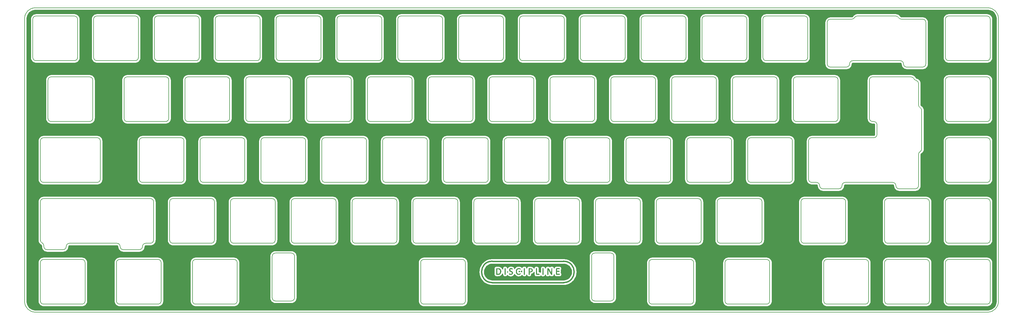
<source format=gbr>
%TF.GenerationSoftware,KiCad,Pcbnew,5.1.10-88a1d61d58~88~ubuntu21.04.1*%
%TF.CreationDate,2021-06-02T23:16:48+02:00*%
%TF.ProjectId,discipline-plate-blocker,64697363-6970-46c6-996e-652d706c6174,rev?*%
%TF.SameCoordinates,Original*%
%TF.FileFunction,Copper,L1,Top*%
%TF.FilePolarity,Positive*%
%FSLAX46Y46*%
G04 Gerber Fmt 4.6, Leading zero omitted, Abs format (unit mm)*
G04 Created by KiCad (PCBNEW 5.1.10-88a1d61d58~88~ubuntu21.04.1) date 2021-06-02 23:16:48*
%MOMM*%
%LPD*%
G01*
G04 APERTURE LIST*
%TA.AperFunction,Profile*%
%ADD10C,0.200000*%
%TD*%
%TA.AperFunction,Profile*%
%ADD11C,0.150000*%
%TD*%
%TA.AperFunction,EtchedComponent*%
%ADD12C,0.010000*%
%TD*%
%TA.AperFunction,EtchedComponent*%
%ADD13C,0.400000*%
%TD*%
%TA.AperFunction,NonConductor*%
%ADD14C,0.254000*%
%TD*%
%TA.AperFunction,NonConductor*%
%ADD15C,0.150000*%
%TD*%
G04 APERTURE END LIST*
D10*
X72709300Y-164998400D02*
X72709300Y-176998400D01*
X58709300Y-164998400D02*
G75*
G02*
X59709300Y-163998400I1000000J0D01*
G01*
X71709300Y-177998400D02*
X59709300Y-177998400D01*
X72709300Y-176998400D02*
G75*
G02*
X71709300Y-177998400I-1000000J0D01*
G01*
X59709300Y-177998400D02*
G75*
G02*
X58709300Y-176998400I0J1000000D01*
G01*
X59709300Y-163998400D02*
X71709300Y-163998400D01*
X71709300Y-163998400D02*
G75*
G02*
X72709300Y-164998400I0J-1000000D01*
G01*
X58709300Y-176998400D02*
X58709300Y-164998400D01*
X96519300Y-164998400D02*
X96519300Y-176998400D01*
X82519300Y-164998400D02*
G75*
G02*
X83519300Y-163998400I1000000J0D01*
G01*
X95519300Y-177998400D02*
X83519300Y-177998400D01*
X96519300Y-176998400D02*
G75*
G02*
X95519300Y-177998400I-1000000J0D01*
G01*
X83519300Y-177998400D02*
G75*
G02*
X82519300Y-176998400I0J1000000D01*
G01*
X83519300Y-163998400D02*
X95519300Y-163998400D01*
X95519300Y-163998400D02*
G75*
G02*
X96519300Y-164998400I0J-1000000D01*
G01*
X82519300Y-176998400D02*
X82519300Y-164998400D01*
X120329300Y-164998400D02*
X120329300Y-176998400D01*
X106329300Y-164998400D02*
G75*
G02*
X107329300Y-163998400I1000000J0D01*
G01*
X119329300Y-177998400D02*
X107329300Y-177998400D01*
X120329300Y-176998400D02*
G75*
G02*
X119329300Y-177998400I-1000000J0D01*
G01*
X107329300Y-177998400D02*
G75*
G02*
X106329300Y-176998400I0J1000000D01*
G01*
X107329300Y-163998400D02*
X119329300Y-163998400D01*
X119329300Y-163998400D02*
G75*
G02*
X120329300Y-164998400I0J-1000000D01*
G01*
X106329300Y-176998400D02*
X106329300Y-164998400D01*
X191769300Y-164998400D02*
X191769300Y-176998400D01*
X177769300Y-164998400D02*
G75*
G02*
X178769300Y-163998400I1000000J0D01*
G01*
X190769300Y-177998400D02*
X178769300Y-177998400D01*
X191769300Y-176998400D02*
G75*
G02*
X190769300Y-177998400I-1000000J0D01*
G01*
X178769300Y-177998400D02*
G75*
G02*
X177769300Y-176998400I0J1000000D01*
G01*
X178769300Y-163998400D02*
X190769300Y-163998400D01*
X190769300Y-163998400D02*
G75*
G02*
X191769300Y-164998400I0J-1000000D01*
G01*
X177769300Y-176998400D02*
X177769300Y-164998400D01*
X263239300Y-164998400D02*
X263239300Y-176998400D01*
X249239300Y-164998400D02*
G75*
G02*
X250239300Y-163998400I1000000J0D01*
G01*
X262239300Y-177998400D02*
X250239300Y-177998400D01*
X263239300Y-176998400D02*
G75*
G02*
X262239300Y-177998400I-1000000J0D01*
G01*
X250239300Y-177998400D02*
G75*
G02*
X249239300Y-176998400I0J1000000D01*
G01*
X250239300Y-163998400D02*
X262239300Y-163998400D01*
X262239300Y-163998400D02*
G75*
G02*
X263239300Y-164998400I0J-1000000D01*
G01*
X249239300Y-176998400D02*
X249239300Y-164998400D01*
X287049300Y-164998400D02*
X287049300Y-176998400D01*
X273049300Y-164998400D02*
G75*
G02*
X274049300Y-163998400I1000000J0D01*
G01*
X286049300Y-177998400D02*
X274049300Y-177998400D01*
X287049300Y-176998400D02*
G75*
G02*
X286049300Y-177998400I-1000000J0D01*
G01*
X274049300Y-177998400D02*
G75*
G02*
X273049300Y-176998400I0J1000000D01*
G01*
X274049300Y-163998400D02*
X286049300Y-163998400D01*
X286049300Y-163998400D02*
G75*
G02*
X287049300Y-164998400I0J-1000000D01*
G01*
X273049300Y-176998400D02*
X273049300Y-164998400D01*
X299216800Y-126898400D02*
G75*
G02*
X300216800Y-125898400I1000000J0D01*
G01*
X331266800Y-106848400D02*
X319266799Y-106848400D01*
X320648050Y-124898400D02*
X320648050Y-121848400D01*
X320648050Y-124898400D02*
G75*
G02*
X319648050Y-125898400I-1000000J0D01*
G01*
X319648050Y-120848400D02*
G75*
G02*
X320648050Y-121848400I0J-1000000D01*
G01*
X319266799Y-120848400D02*
G75*
G02*
X318266799Y-119848400I0J1000000D01*
G01*
X299216800Y-126898400D02*
X299216800Y-138898400D01*
X319266799Y-120848400D02*
X319648050Y-120848400D01*
X334648050Y-129373400D02*
X334648050Y-117373400D01*
X332167637Y-107414244D02*
G75*
G03*
X332858263Y-107957744I900838J434156D01*
G01*
X334148050Y-130239425D02*
G75*
G03*
X333648050Y-131105450I500000J-866025D01*
G01*
X300216800Y-139898400D02*
X301685050Y-139898400D01*
X300216800Y-125898400D02*
X319648050Y-125898400D01*
X333648050Y-140898400D02*
X333648050Y-131105450D01*
X327566004Y-141897090D02*
G75*
G02*
X326566003Y-140897089I0J1000001D01*
G01*
X334648050Y-129373400D02*
G75*
G02*
X334148050Y-130239425I-1000000J0D01*
G01*
X303689997Y-141898388D02*
G75*
G02*
X302685050Y-140898400I-4947J999988D01*
G01*
X333648050Y-140898400D02*
G75*
G02*
X332648050Y-141898400I-1000000J0D01*
G01*
X303689991Y-141897089D02*
X308689994Y-141897089D01*
X309689994Y-140897089D02*
G75*
G02*
X308689994Y-141897089I-1000000J0D01*
G01*
X300216800Y-139898400D02*
G75*
G02*
X299216800Y-138898400I0J1000000D01*
G01*
X332858263Y-107957744D02*
G75*
G02*
X333648050Y-108935400I-210213J-977656D01*
G01*
X318266799Y-107848400D02*
X318266799Y-119848400D01*
X326566003Y-140897089D02*
G75*
G03*
X325566003Y-139897089I-1000000J0D01*
G01*
X334148050Y-116507375D02*
G75*
G02*
X334648050Y-117373400I-500000J-866025D01*
G01*
X310689995Y-139897088D02*
G75*
G03*
X309689994Y-140897089I0J-1000001D01*
G01*
X302685050Y-140898400D02*
G75*
G03*
X301685050Y-139898400I-1000000J0D01*
G01*
X310689995Y-139897088D02*
X325566003Y-139897089D01*
X333648049Y-115641349D02*
G75*
G03*
X334148050Y-116507375I1000001J0D01*
G01*
X327566004Y-141897090D02*
X332648050Y-141898400D01*
X331266800Y-106848401D02*
G75*
G02*
X332167637Y-107414244I0J-999999D01*
G01*
X318266799Y-107848400D02*
G75*
G02*
X319266799Y-106848400I1000000J0D01*
G01*
X302685050Y-140898400D02*
X302685050Y-140898400D01*
X333648050Y-115641349D02*
X333648050Y-108935400D01*
X82673550Y-158948400D02*
G75*
G02*
X83673550Y-159948400I0J-1000000D01*
G01*
X59797549Y-159948400D02*
X59797549Y-159727846D01*
X66797550Y-159948400D02*
G75*
G02*
X67797550Y-158948400I1000000J0D01*
G01*
X59710550Y-144948400D02*
X93141800Y-144948400D01*
X84673550Y-160948400D02*
G75*
G02*
X83673550Y-159948400I0J1000000D01*
G01*
X94141800Y-157948400D02*
G75*
G02*
X93141800Y-158948400I-1000000J0D01*
G01*
X60797549Y-160948399D02*
X65797550Y-160948399D01*
X66797550Y-159948400D02*
G75*
G02*
X65797550Y-160948400I-1000000J0D01*
G01*
X58710550Y-145948399D02*
X58710550Y-157948400D01*
X83673550Y-159948400D02*
X83673550Y-159948400D01*
X59254050Y-158838123D02*
G75*
G02*
X59797550Y-159727846I-456500J-889723D01*
G01*
X94141800Y-145948399D02*
X94141800Y-157948400D01*
X66797550Y-159948400D02*
X66797550Y-159948400D01*
X58710550Y-145948399D02*
G75*
G02*
X59710550Y-144948399I1000000J0D01*
G01*
X90673550Y-159948400D02*
G75*
G02*
X89673550Y-160948400I-1000000J0D01*
G01*
X90673550Y-159948400D02*
G75*
G02*
X91673550Y-158948400I1000000J0D01*
G01*
X67797550Y-158948399D02*
X82673550Y-158948399D01*
X93141800Y-144948399D02*
G75*
G02*
X94141800Y-145948399I0J-1000000D01*
G01*
X90673550Y-159948400D02*
X90673550Y-159948400D01*
X84673550Y-160948399D02*
X89673550Y-160948399D01*
X91673550Y-158948399D02*
X93141800Y-158948399D01*
X60797549Y-160948400D02*
G75*
G02*
X59797549Y-159948400I0J1000000D01*
G01*
X59254050Y-158838123D02*
G75*
G02*
X58710550Y-157948400I456500J889723D01*
G01*
X356079300Y-119848400D02*
G75*
G02*
X355079300Y-120848400I-1000000J0D01*
G01*
X356079300Y-100798400D02*
G75*
G02*
X355079300Y-101798400I-1000000J0D01*
G01*
X160816800Y-138898400D02*
G75*
G02*
X159816800Y-139898400I-1000000J0D01*
G01*
X155054300Y-106848400D02*
G75*
G02*
X156054300Y-107848400I0J-1000000D01*
G01*
X137273050Y-161998400D02*
G75*
G02*
X138273050Y-162998400I0J-1000000D01*
G01*
X284929300Y-88798400D02*
G75*
G02*
X285929300Y-87798400I1000000J0D01*
G01*
X132273050Y-161998400D02*
X137273050Y-161998400D01*
X75379300Y-100798400D02*
X75379300Y-88798400D01*
X307454300Y-120848400D02*
X295454300Y-120848400D01*
X131273050Y-175998400D02*
X131273050Y-162998400D01*
X138273050Y-162998400D02*
X138273050Y-175998400D01*
X100191800Y-158948400D02*
G75*
G02*
X99191800Y-157948400I0J1000000D01*
G01*
X112191800Y-158948400D02*
X100191800Y-158948400D01*
X221729300Y-101798400D02*
X209729300Y-101798400D01*
X131273050Y-162998400D02*
G75*
G02*
X132273050Y-161998400I1000000J0D01*
G01*
X146529300Y-88798400D02*
X146529300Y-100798400D01*
X231254300Y-106848400D02*
G75*
G02*
X232254300Y-107848400I0J-1000000D01*
G01*
X132529300Y-88798400D02*
G75*
G02*
X133529300Y-87798400I1000000J0D01*
G01*
X89379300Y-88798400D02*
X89379300Y-100798400D01*
X128766800Y-125898400D02*
X140766800Y-125898400D01*
X143054300Y-106848400D02*
X155054300Y-106848400D01*
X62091800Y-106848400D02*
X74091800Y-106848400D01*
X140766800Y-125898400D02*
G75*
G02*
X141766800Y-126898400I0J-1000000D01*
G01*
X356079300Y-145948400D02*
X356079300Y-157948400D01*
X127766800Y-126898400D02*
G75*
G02*
X128766800Y-125898400I1000000J0D01*
G01*
X232254300Y-107848400D02*
X232254300Y-119848400D01*
X245541800Y-158948400D02*
X233541800Y-158948400D01*
X355079300Y-139898400D02*
X343079300Y-139898400D01*
X236016800Y-139898400D02*
X224016800Y-139898400D01*
X356079300Y-88798400D02*
X356079300Y-100798400D01*
X137291800Y-145948400D02*
G75*
G02*
X138291800Y-144948400I1000000J0D01*
G01*
X255066800Y-139898400D02*
X243066800Y-139898400D01*
X343079300Y-101798400D02*
G75*
G02*
X342079300Y-100798400I0J1000000D01*
G01*
X137273050Y-176998400D02*
X132273050Y-176998400D01*
X137291800Y-157948400D02*
X137291800Y-145948400D01*
X256066800Y-126898400D02*
X256066800Y-138898400D01*
X337029300Y-145948400D02*
X337029300Y-157948400D01*
X119241800Y-158948400D02*
G75*
G02*
X118241800Y-157948400I0J1000000D01*
G01*
X56329300Y-88798400D02*
G75*
G02*
X57329300Y-87798400I1000000J0D01*
G01*
X335942300Y-102798400D02*
G75*
G02*
X334942300Y-103798400I-1000000J0D01*
G01*
X342079300Y-138898400D02*
X342079300Y-126898400D01*
X231279300Y-175998400D02*
X231279300Y-162998400D01*
X150291799Y-158948400D02*
X138291800Y-158948400D01*
X197916800Y-139898400D02*
X185916800Y-139898400D01*
X203966800Y-138898400D02*
X203966800Y-126898400D01*
X138291800Y-158948400D02*
G75*
G02*
X137291800Y-157948400I0J1000000D01*
G01*
X124004300Y-120848400D02*
G75*
G02*
X123004300Y-119848400I0J1000000D01*
G01*
X76379300Y-87798400D02*
X88379300Y-87798400D01*
X104954300Y-120848400D02*
G75*
G02*
X103954300Y-119848400I0J1000000D01*
G01*
X285929300Y-101798400D02*
G75*
G02*
X284929300Y-100798400I0J1000000D01*
G01*
X243066800Y-139898400D02*
G75*
G02*
X242066800Y-138898400I0J1000000D01*
G01*
X343079300Y-158948400D02*
G75*
G02*
X342079300Y-157948400I0J1000000D01*
G01*
X309835550Y-144948400D02*
G75*
G02*
X310835550Y-145948400I0J-1000000D01*
G01*
X117954300Y-107848400D02*
X117954300Y-119848400D01*
X175391800Y-145948400D02*
G75*
G02*
X176391800Y-144948400I1000000J0D01*
G01*
X342079300Y-100798400D02*
X342079300Y-88798400D01*
X114479299Y-87798400D02*
X126479300Y-87798400D01*
X342079300Y-88798400D02*
G75*
G02*
X343079300Y-87798400I1000000J0D01*
G01*
X75379300Y-88798400D02*
G75*
G02*
X76379300Y-87798400I1000000J0D01*
G01*
X238304300Y-120848400D02*
G75*
G02*
X237304300Y-119848400I0J1000000D01*
G01*
X126479300Y-87798400D02*
G75*
G02*
X127479300Y-88798400I0J-1000000D01*
G01*
X243066800Y-125898400D02*
X255066800Y-125898400D01*
X133529300Y-87798400D02*
X145529300Y-87798400D01*
X175391800Y-157948400D02*
X175391800Y-145948400D01*
X132241800Y-145948400D02*
X132241800Y-157948400D01*
X311066300Y-103798400D02*
X306066300Y-103798400D01*
X145529300Y-87798400D02*
G75*
G02*
X146529300Y-88798400I0J-1000000D01*
G01*
X145529300Y-101798400D02*
X133529300Y-101798400D01*
X127479300Y-100798400D02*
G75*
G02*
X126479300Y-101798400I-1000000J0D01*
G01*
X326504300Y-87798400D02*
G75*
G02*
X327370325Y-88298400I0J-1000000D01*
G01*
X327942300Y-101798400D02*
G75*
G02*
X328942300Y-102798400I0J-1000000D01*
G01*
X305066300Y-89798400D02*
G75*
G02*
X306066300Y-88798400I1000000J0D01*
G01*
X355079300Y-144948400D02*
G75*
G02*
X356079300Y-145948400I0J-1000000D01*
G01*
X223016800Y-138898400D02*
X223016800Y-126898400D01*
X237279300Y-176998400D02*
X232279300Y-176998400D01*
X216966800Y-139898400D02*
X204966800Y-139898400D01*
X185916800Y-125898400D02*
X197916800Y-125898400D01*
X127479299Y-88798400D02*
X127479300Y-100798400D01*
X126479300Y-101798400D02*
X114479299Y-101798400D01*
X119241800Y-144948400D02*
X131241800Y-144948400D01*
X296835550Y-157948400D02*
X296835550Y-145948400D01*
X296835550Y-145948400D02*
G75*
G02*
X297835550Y-144948400I1000000J0D01*
G01*
X342079300Y-126898400D02*
G75*
G02*
X343079300Y-125898400I1000000J0D01*
G01*
X70329299Y-88798400D02*
X70329300Y-100798400D01*
X281166800Y-139898400D02*
G75*
G02*
X280166800Y-138898400I0J1000000D01*
G01*
X103954300Y-107848400D02*
G75*
G02*
X104954300Y-106848400I1000000J0D01*
G01*
X219254300Y-106848400D02*
X231254300Y-106848400D01*
X208441800Y-157948400D02*
G75*
G02*
X207441800Y-158948400I-1000000J0D01*
G01*
X76473050Y-139898400D02*
X59710550Y-139898400D01*
X123004300Y-107848400D02*
G75*
G02*
X124004300Y-106848400I1000000J0D01*
G01*
X147816800Y-139898400D02*
G75*
G02*
X146816800Y-138898400I0J1000000D01*
G01*
X257354300Y-120848400D02*
G75*
G02*
X256354300Y-119848400I0J1000000D01*
G01*
X122716800Y-138898400D02*
G75*
G02*
X121716800Y-139898400I-1000000J0D01*
G01*
X142054300Y-107848400D02*
G75*
G02*
X143054300Y-106848400I1000000J0D01*
G01*
X159816800Y-125898400D02*
G75*
G02*
X160816800Y-126898400I0J-1000000D01*
G01*
X251304300Y-119848400D02*
G75*
G02*
X250304300Y-120848400I-1000000J0D01*
G01*
X274116800Y-139898400D02*
X262116800Y-139898400D01*
X100191800Y-144948400D02*
X112191800Y-144948400D01*
X85904300Y-120848400D02*
G75*
G02*
X84904300Y-119848400I0J1000000D01*
G01*
X308454300Y-119848400D02*
G75*
G02*
X307454300Y-120848400I-1000000J0D01*
G01*
X214491800Y-144948400D02*
X226491800Y-144948400D01*
X262116800Y-125898400D02*
X274116800Y-125898400D01*
X75091800Y-119848400D02*
G75*
G02*
X74091800Y-120848400I-1000000J0D01*
G01*
X193154300Y-106848400D02*
G75*
G02*
X194154300Y-107848400I0J-1000000D01*
G01*
X108716800Y-138898400D02*
X108716800Y-126898400D01*
X256354300Y-119848400D02*
X256354300Y-107848400D01*
X227779300Y-88798400D02*
G75*
G02*
X228779300Y-87798400I1000000J0D01*
G01*
X250304300Y-106848400D02*
G75*
G02*
X251304300Y-107848400I0J-1000000D01*
G01*
X61091800Y-107848400D02*
G75*
G02*
X62091800Y-106848400I1000000J0D01*
G01*
X109716800Y-139898400D02*
G75*
G02*
X108716800Y-138898400I0J1000000D01*
G01*
X89379300Y-100798400D02*
G75*
G02*
X88379300Y-101798400I-1000000J0D01*
G01*
X151579300Y-100798400D02*
X151579300Y-88798400D01*
X88379300Y-101798400D02*
X76379300Y-101798400D01*
X190679300Y-101798400D02*
G75*
G02*
X189679300Y-100798400I0J1000000D01*
G01*
X281166800Y-125898400D02*
X293166800Y-125898400D01*
X323029300Y-176998400D02*
X323029300Y-164998400D01*
X260829300Y-88798400D02*
X260829300Y-100798400D01*
X208441800Y-145948400D02*
X208441800Y-157948400D01*
X121716800Y-139898400D02*
X109716800Y-139898400D01*
X209729300Y-101798400D02*
G75*
G02*
X208729300Y-100798400I0J1000000D01*
G01*
X279879300Y-88798400D02*
X279879300Y-100798400D01*
X183629299Y-87798400D02*
G75*
G02*
X184629299Y-88798400I0J-1000000D01*
G01*
X269354300Y-106848400D02*
G75*
G02*
X270354300Y-107848400I0J-1000000D01*
G01*
X316979300Y-177998400D02*
X304979300Y-177998400D01*
X237304300Y-119848400D02*
X237304300Y-107848400D01*
X95429300Y-101798400D02*
G75*
G02*
X94429300Y-100798400I0J1000000D01*
G01*
X297929300Y-87798400D02*
G75*
G02*
X298929300Y-88798400I0J-1000000D01*
G01*
X141766800Y-126898400D02*
X141766800Y-138898400D01*
X232254300Y-119848400D02*
G75*
G02*
X231254300Y-120848400I-1000000J0D01*
G01*
X227491800Y-157948400D02*
G75*
G02*
X226491800Y-158948400I-1000000J0D01*
G01*
X232541800Y-157948400D02*
X232541800Y-145948400D01*
X169341800Y-144948400D02*
G75*
G02*
X170341800Y-145948400I0J-1000000D01*
G01*
X270641800Y-145948400D02*
G75*
G02*
X271641800Y-144948400I1000000J0D01*
G01*
X76379300Y-101798400D02*
G75*
G02*
X75379300Y-100798400I0J1000000D01*
G01*
X270641800Y-157948400D02*
X270641800Y-145948400D01*
X189391800Y-157948400D02*
G75*
G02*
X188391800Y-158948400I-1000000J0D01*
G01*
X227491800Y-145948400D02*
X227491800Y-157948400D01*
X132273050Y-176998400D02*
G75*
G02*
X131273050Y-175998400I0J1000000D01*
G01*
X62091800Y-120848400D02*
G75*
G02*
X61091800Y-119848400I0J1000000D01*
G01*
X342079300Y-107848400D02*
G75*
G02*
X343079300Y-106848400I1000000J0D01*
G01*
X137004300Y-119848400D02*
G75*
G02*
X136004300Y-120848400I-1000000J0D01*
G01*
X342079300Y-164998400D02*
G75*
G02*
X343079300Y-163998400I1000000J0D01*
G01*
X336029300Y-163998400D02*
G75*
G02*
X337029300Y-164998400I0J-1000000D01*
G01*
X99191800Y-157948400D02*
X99191800Y-145948400D01*
X156341800Y-157948400D02*
X156341800Y-145948400D01*
X240779300Y-101798400D02*
X228779300Y-101798400D01*
X188391800Y-144948400D02*
G75*
G02*
X189391800Y-145948400I0J-1000000D01*
G01*
X203679300Y-100798400D02*
G75*
G02*
X202679300Y-101798400I-1000000J0D01*
G01*
X251591800Y-157948400D02*
X251591800Y-145948400D01*
X264591800Y-158948400D02*
X252591800Y-158948400D01*
X356079300Y-176998400D02*
G75*
G02*
X355079300Y-177998400I-1000000J0D01*
G01*
X275116800Y-126898400D02*
X275116800Y-138898400D01*
X232541800Y-145948400D02*
G75*
G02*
X233541800Y-144948400I1000000J0D01*
G01*
X307454300Y-106848400D02*
G75*
G02*
X308454300Y-107848400I0J-1000000D01*
G01*
X58710550Y-126898400D02*
G75*
G02*
X59710550Y-125898400I1000000J0D01*
G01*
X157341800Y-144948400D02*
X169341800Y-144948400D01*
X336029300Y-177998400D02*
X324029300Y-177998400D01*
X342079300Y-119848400D02*
X342079300Y-107848400D01*
X250304300Y-120848400D02*
X238304300Y-120848400D01*
X257354300Y-106848400D02*
X269354300Y-106848400D01*
X136004300Y-120848400D02*
X124004300Y-120848400D01*
X275116800Y-138898400D02*
G75*
G02*
X274116800Y-139898400I-1000000J0D01*
G01*
X156054300Y-107848400D02*
X156054300Y-119848400D01*
X138273050Y-175998400D02*
G75*
G02*
X137273050Y-176998400I-1000000J0D01*
G01*
X212204300Y-120848400D02*
X200204300Y-120848400D01*
X165866800Y-138898400D02*
X165866800Y-126898400D01*
X280166800Y-138898400D02*
X280166800Y-126898400D01*
X95429300Y-87798400D02*
X107429300Y-87798400D01*
X222729300Y-88798400D02*
X222729300Y-100798400D01*
X271641800Y-158948400D02*
G75*
G02*
X270641800Y-157948400I0J1000000D01*
G01*
X107429300Y-87798400D02*
G75*
G02*
X108429300Y-88798400I0J-1000000D01*
G01*
X293166800Y-125898400D02*
G75*
G02*
X294166800Y-126898400I0J-1000000D01*
G01*
X179866800Y-138898400D02*
G75*
G02*
X178866800Y-139898400I-1000000J0D01*
G01*
X246541800Y-145948400D02*
X246541800Y-157948400D01*
X303979300Y-164998400D02*
G75*
G02*
X304979300Y-163998400I1000000J0D01*
G01*
X165579300Y-88798400D02*
X165579300Y-100798400D01*
X61091800Y-119848400D02*
X61091800Y-107848400D01*
X256354300Y-107848400D02*
G75*
G02*
X257354300Y-106848400I1000000J0D01*
G01*
X213491800Y-157948400D02*
X213491800Y-145948400D01*
X194441800Y-145948400D02*
G75*
G02*
X195441800Y-144948400I1000000J0D01*
G01*
X146816800Y-126898400D02*
G75*
G02*
X147816800Y-125898400I1000000J0D01*
G01*
X233541800Y-158948400D02*
G75*
G02*
X232541800Y-157948400I0J1000000D01*
G01*
X176391800Y-144948400D02*
X188391800Y-144948400D01*
X209729300Y-87798400D02*
X221729300Y-87798400D01*
X127766800Y-138898400D02*
X127766800Y-126898400D01*
X194154300Y-119848400D02*
G75*
G02*
X193154300Y-120848400I-1000000J0D01*
G01*
X356079300Y-164998400D02*
X356079300Y-176998400D01*
X178866800Y-139898400D02*
X166866800Y-139898400D01*
X102666800Y-139898400D02*
X90666800Y-139898400D01*
X356079300Y-107848400D02*
X356079300Y-119848400D01*
X94429300Y-88798400D02*
G75*
G02*
X95429300Y-87798400I1000000J0D01*
G01*
X113191800Y-145948400D02*
X113191800Y-157948400D01*
X355079300Y-106848400D02*
G75*
G02*
X356079300Y-107848400I0J-1000000D01*
G01*
X156341800Y-145948400D02*
G75*
G02*
X157341800Y-144948400I1000000J0D01*
G01*
X98904300Y-119848400D02*
G75*
G02*
X97904300Y-120848400I-1000000J0D01*
G01*
X228779300Y-101798400D02*
G75*
G02*
X227779300Y-100798400I0J1000000D01*
G01*
X246541800Y-157948400D02*
G75*
G02*
X245541800Y-158948400I-1000000J0D01*
G01*
X170341800Y-145948400D02*
X170341800Y-157948400D01*
X259829300Y-87798400D02*
G75*
G02*
X260829300Y-88798400I0J-1000000D01*
G01*
X304979300Y-177998400D02*
G75*
G02*
X303979300Y-176998400I0J1000000D01*
G01*
X102666800Y-125898400D02*
G75*
G02*
X103666800Y-126898400I0J-1000000D01*
G01*
X103666800Y-138898400D02*
G75*
G02*
X102666800Y-139898400I-1000000J0D01*
G01*
X343079300Y-177998400D02*
G75*
G02*
X342079300Y-176998400I0J1000000D01*
G01*
X74091800Y-120848400D02*
X62091800Y-120848400D01*
X140766800Y-139898400D02*
X128766800Y-139898400D01*
X343079300Y-163998400D02*
X355079300Y-163998400D01*
X109716800Y-125898400D02*
X121716800Y-125898400D01*
X77473050Y-126898400D02*
X77473050Y-138898400D01*
X165866800Y-126898400D02*
G75*
G02*
X166866800Y-125898400I1000000J0D01*
G01*
X162104300Y-106848400D02*
X174104300Y-106848400D01*
X85904300Y-106848400D02*
X97904300Y-106848400D01*
X89666800Y-126898400D02*
G75*
G02*
X90666800Y-125898400I1000000J0D01*
G01*
X199204300Y-107848400D02*
G75*
G02*
X200204300Y-106848400I1000000J0D01*
G01*
X112191800Y-144948400D02*
G75*
G02*
X113191800Y-145948400I0J-1000000D01*
G01*
X84904300Y-107848400D02*
G75*
G02*
X85904300Y-106848400I1000000J0D01*
G01*
X285929300Y-87798400D02*
X297929300Y-87798400D01*
X226491800Y-158948400D02*
X214491800Y-158948400D01*
X174104300Y-120848400D02*
X162104300Y-120848400D01*
X113191800Y-157948400D02*
G75*
G02*
X112191800Y-158948400I-1000000J0D01*
G01*
X337029300Y-164998400D02*
X337029300Y-176998400D01*
X189679300Y-88798400D02*
G75*
G02*
X190679300Y-87798400I1000000J0D01*
G01*
X189391800Y-145948400D02*
X189391800Y-157948400D01*
X245541800Y-144948400D02*
G75*
G02*
X246541800Y-145948400I0J-1000000D01*
G01*
X59710550Y-125898400D02*
X76473050Y-125898400D01*
X298929300Y-88798400D02*
X298929300Y-100798400D01*
X293166800Y-139898400D02*
X281166800Y-139898400D01*
X157341800Y-158948400D02*
G75*
G02*
X156341800Y-157948400I0J1000000D01*
G01*
X174104300Y-106848400D02*
G75*
G02*
X175104300Y-107848400I0J-1000000D01*
G01*
X108716800Y-126898400D02*
G75*
G02*
X109716800Y-125898400I1000000J0D01*
G01*
X179866800Y-126898400D02*
X179866800Y-138898400D01*
X77473050Y-138898400D02*
G75*
G02*
X76473050Y-139898400I-1000000J0D01*
G01*
X200204300Y-120848400D02*
G75*
G02*
X199204300Y-119848400I0J1000000D01*
G01*
X213491800Y-145948400D02*
G75*
G02*
X214491800Y-144948400I1000000J0D01*
G01*
X219254300Y-120848400D02*
G75*
G02*
X218254300Y-119848400I0J1000000D01*
G01*
X278879300Y-87798400D02*
G75*
G02*
X279879300Y-88798400I0J-1000000D01*
G01*
X74091800Y-106848400D02*
G75*
G02*
X75091800Y-107848400I0J-1000000D01*
G01*
X190679300Y-87798400D02*
X202679300Y-87798400D01*
X89666800Y-138898400D02*
X89666800Y-126898400D01*
X317979300Y-164998400D02*
X317979300Y-176998400D01*
X238304300Y-106848400D02*
X250304300Y-106848400D01*
X84904300Y-119848400D02*
X84904300Y-107848400D01*
X195441800Y-158948400D02*
G75*
G02*
X194441800Y-157948400I0J1000000D01*
G01*
X262116800Y-139898400D02*
G75*
G02*
X261116800Y-138898400I0J1000000D01*
G01*
X233541800Y-144948400D02*
X245541800Y-144948400D01*
X270354300Y-119848400D02*
G75*
G02*
X269354300Y-120848400I-1000000J0D01*
G01*
X98904300Y-107848400D02*
X98904300Y-119848400D01*
X280166800Y-126898400D02*
G75*
G02*
X281166800Y-125898400I1000000J0D01*
G01*
X123004300Y-119848400D02*
X123004300Y-107848400D01*
X189679300Y-100798400D02*
X189679300Y-88798400D01*
X294454300Y-107848400D02*
G75*
G02*
X295454300Y-106848400I1000000J0D01*
G01*
X261116800Y-138898400D02*
X261116800Y-126898400D01*
X226491800Y-144948400D02*
G75*
G02*
X227491800Y-145948400I0J-1000000D01*
G01*
X241779300Y-88798400D02*
X241779300Y-100798400D01*
X317979300Y-176998400D02*
G75*
G02*
X316979300Y-177998400I-1000000J0D01*
G01*
X259829300Y-101798400D02*
X247829300Y-101798400D01*
X265591800Y-157948400D02*
G75*
G02*
X264591800Y-158948400I-1000000J0D01*
G01*
X107429300Y-101798400D02*
X95429300Y-101798400D01*
X207441800Y-144948400D02*
G75*
G02*
X208441800Y-145948400I0J-1000000D01*
G01*
X283641800Y-158948400D02*
X271641800Y-158948400D01*
X252591800Y-158948400D02*
G75*
G02*
X251591800Y-157948400I0J1000000D01*
G01*
X294166800Y-126898400D02*
X294166800Y-138898400D01*
X208729300Y-88798400D02*
G75*
G02*
X209729300Y-87798400I1000000J0D01*
G01*
X247829300Y-101798400D02*
G75*
G02*
X246829300Y-100798400I0J1000000D01*
G01*
X103666800Y-126898400D02*
X103666800Y-138898400D01*
X169341800Y-158948400D02*
X157341800Y-158948400D01*
X269354300Y-120848400D02*
X257354300Y-120848400D01*
X284641800Y-157948400D02*
G75*
G02*
X283641800Y-158948400I-1000000J0D01*
G01*
X161104300Y-107848400D02*
G75*
G02*
X162104300Y-106848400I1000000J0D01*
G01*
X108429300Y-88798400D02*
X108429300Y-100798400D01*
X136004300Y-106848400D02*
G75*
G02*
X137004300Y-107848400I0J-1000000D01*
G01*
X208729300Y-100798400D02*
X208729300Y-88798400D01*
X178866800Y-125898400D02*
G75*
G02*
X179866800Y-126898400I0J-1000000D01*
G01*
X343079300Y-106848400D02*
X355079300Y-106848400D01*
X294454300Y-119848400D02*
X294454300Y-107848400D01*
X97904300Y-106848400D02*
G75*
G02*
X98904300Y-107848400I0J-1000000D01*
G01*
X199204300Y-119848400D02*
X199204300Y-107848400D01*
X270354300Y-107848400D02*
X270354300Y-119848400D01*
X170341800Y-157948400D02*
G75*
G02*
X169341800Y-158948400I-1000000J0D01*
G01*
X75091800Y-107848400D02*
X75091800Y-119848400D01*
X246829300Y-88798400D02*
G75*
G02*
X247829300Y-87798400I1000000J0D01*
G01*
X166866800Y-125898400D02*
X178866800Y-125898400D01*
X203679300Y-88798400D02*
X203679300Y-100798400D01*
X146816800Y-138898400D02*
X146816800Y-126898400D01*
X124004300Y-106848400D02*
X136004300Y-106848400D01*
X181154300Y-120848400D02*
G75*
G02*
X180154300Y-119848400I0J1000000D01*
G01*
X227779300Y-100798400D02*
X227779300Y-88798400D01*
X76473050Y-125898400D02*
G75*
G02*
X77473050Y-126898400I0J-1000000D01*
G01*
X152579300Y-87798400D02*
X164579300Y-87798400D01*
X212204300Y-106848400D02*
G75*
G02*
X213204300Y-107848400I0J-1000000D01*
G01*
X90666800Y-125898400D02*
X102666800Y-125898400D01*
X99191800Y-145948400D02*
G75*
G02*
X100191800Y-144948400I1000000J0D01*
G01*
X161104300Y-119848400D02*
X161104300Y-107848400D01*
X121716800Y-125898400D02*
G75*
G02*
X122716800Y-126898400I0J-1000000D01*
G01*
X241779300Y-100798400D02*
G75*
G02*
X240779300Y-101798400I-1000000J0D01*
G01*
X240779300Y-87798400D02*
G75*
G02*
X241779300Y-88798400I0J-1000000D01*
G01*
X151579300Y-88798400D02*
G75*
G02*
X152579300Y-87798400I1000000J0D01*
G01*
X176391800Y-158948400D02*
G75*
G02*
X175391800Y-157948400I0J1000000D01*
G01*
X108429300Y-100798400D02*
G75*
G02*
X107429300Y-101798400I-1000000J0D01*
G01*
X213204300Y-119848400D02*
G75*
G02*
X212204300Y-120848400I-1000000J0D01*
G01*
X261116800Y-126898400D02*
G75*
G02*
X262116800Y-125898400I1000000J0D01*
G01*
X295454300Y-120848400D02*
G75*
G02*
X294454300Y-119848400I0J1000000D01*
G01*
X343079300Y-120848400D02*
G75*
G02*
X342079300Y-119848400I0J1000000D01*
G01*
X166866800Y-139898400D02*
G75*
G02*
X165866800Y-138898400I0J1000000D01*
G01*
X218254300Y-119848400D02*
X218254300Y-107848400D01*
X284641800Y-145948400D02*
X284641800Y-157948400D01*
X164579300Y-101798400D02*
X152579300Y-101798400D01*
X304979300Y-163998400D02*
X316979300Y-163998400D01*
X355079300Y-177998400D02*
X343079300Y-177998400D01*
X252591800Y-144948400D02*
X264591800Y-144948400D01*
X159816800Y-139898400D02*
X147816800Y-139898400D01*
X122716800Y-126898400D02*
X122716800Y-138898400D01*
X180154300Y-119848400D02*
X180154300Y-107848400D01*
X195441800Y-144948400D02*
X207441800Y-144948400D01*
X294166800Y-138898400D02*
G75*
G02*
X293166800Y-139898400I-1000000J0D01*
G01*
X160816800Y-126898400D02*
X160816800Y-138898400D01*
X247829300Y-87798400D02*
X259829300Y-87798400D01*
X324029300Y-163998400D02*
X336029300Y-163998400D01*
X207441800Y-158948400D02*
X195441800Y-158948400D01*
X155054300Y-120848400D02*
X143054300Y-120848400D01*
X165579300Y-100798400D02*
G75*
G02*
X164579300Y-101798400I-1000000J0D01*
G01*
X295454300Y-106848400D02*
X307454300Y-106848400D01*
X188391800Y-158948400D02*
X176391800Y-158948400D01*
X175104300Y-107848400D02*
X175104300Y-119848400D01*
X308454300Y-107848400D02*
X308454300Y-119848400D01*
X152579300Y-101798400D02*
G75*
G02*
X151579300Y-100798400I0J1000000D01*
G01*
X355079300Y-163998400D02*
G75*
G02*
X356079300Y-164998400I0J-1000000D01*
G01*
X202679300Y-87798400D02*
G75*
G02*
X203679300Y-88798400I0J-1000000D01*
G01*
X58710550Y-138898400D02*
X58710550Y-126898400D01*
X59710550Y-139898400D02*
G75*
G02*
X58710550Y-138898400I0J1000000D01*
G01*
X132529300Y-100798400D02*
X132529300Y-88798400D01*
X180154300Y-107848400D02*
G75*
G02*
X181154300Y-106848400I1000000J0D01*
G01*
X275404300Y-119848400D02*
X275404300Y-107848400D01*
X133529300Y-101798400D02*
G75*
G02*
X132529300Y-100798400I0J1000000D01*
G01*
X69329300Y-101798400D02*
X57329300Y-101798400D01*
X276404300Y-120848400D02*
G75*
G02*
X275404300Y-119848400I0J1000000D01*
G01*
X342079300Y-157948400D02*
X342079300Y-145948400D01*
X138291800Y-144948400D02*
X150291799Y-144948400D01*
X231279300Y-162998400D02*
G75*
G02*
X232279300Y-161998400I1000000J0D01*
G01*
X310835550Y-145948400D02*
X310835550Y-157948400D01*
X198916800Y-138898400D02*
G75*
G02*
X197916800Y-139898400I-1000000J0D01*
G01*
X113479299Y-88798400D02*
G75*
G02*
X114479299Y-87798400I1000000J0D01*
G01*
X237304300Y-107848400D02*
G75*
G02*
X238304300Y-106848400I1000000J0D01*
G01*
X69329300Y-87798401D02*
G75*
G02*
X70329299Y-88798400I0J-999999D01*
G01*
X312066300Y-102798400D02*
G75*
G02*
X313066300Y-101798400I1000000J0D01*
G01*
X194154300Y-107848400D02*
X194154300Y-119848400D01*
X355079300Y-125898400D02*
G75*
G02*
X356079300Y-126898400I0J-1000000D01*
G01*
X310835550Y-157948400D02*
G75*
G02*
X309835550Y-158948400I-1000000J0D01*
G01*
X306066300Y-88798400D02*
X312772249Y-88798400D01*
X305066300Y-102798400D02*
X305066300Y-89798400D01*
X313638275Y-88298400D02*
G75*
G02*
X314504300Y-87798400I866025J-500000D01*
G01*
X197916800Y-125898400D02*
G75*
G02*
X198916800Y-126898400I0J-1000000D01*
G01*
X143054300Y-120848400D02*
G75*
G02*
X142054300Y-119848400I0J1000000D01*
G01*
X323029300Y-157948400D02*
X323029300Y-145948400D01*
X336029300Y-158948400D02*
X324029300Y-158948400D01*
X150291799Y-144948400D02*
G75*
G02*
X151291799Y-145948400I0J-1000000D01*
G01*
X343079300Y-125898400D02*
X355079300Y-125898400D01*
X271641800Y-144948400D02*
X283641800Y-144948400D01*
X298929300Y-100798400D02*
G75*
G02*
X297929300Y-101798400I-1000000J0D01*
G01*
X116954300Y-106848400D02*
G75*
G02*
X117954300Y-107848400I0J-1000000D01*
G01*
X231254300Y-120848400D02*
X219254300Y-120848400D01*
X224016800Y-139898400D02*
G75*
G02*
X223016800Y-138898400I0J1000000D01*
G01*
X217966800Y-126898400D02*
X217966800Y-138898400D01*
X116954300Y-120848400D02*
X104954300Y-120848400D01*
X288404300Y-120848400D02*
X276404300Y-120848400D01*
X266879300Y-101798400D02*
G75*
G02*
X265879300Y-100798400I0J1000000D01*
G01*
X343079300Y-139898400D02*
G75*
G02*
X342079300Y-138898400I0J1000000D01*
G01*
X265879300Y-88798400D02*
G75*
G02*
X266879300Y-87798400I1000000J0D01*
G01*
X265879300Y-100798400D02*
X265879300Y-88798400D01*
X356079300Y-138898400D02*
G75*
G02*
X355079300Y-139898400I-1000000J0D01*
G01*
X237279300Y-161998400D02*
G75*
G02*
X238279300Y-162998400I0J-1000000D01*
G01*
X297929300Y-101798400D02*
X285929300Y-101798400D01*
X264591800Y-144948400D02*
G75*
G02*
X265591800Y-145948400I0J-1000000D01*
G01*
X314504300Y-87798400D02*
X326504299Y-87798400D01*
X223016800Y-126898400D02*
G75*
G02*
X224016800Y-125898400I1000000J0D01*
G01*
X328236350Y-88798400D02*
X334942300Y-88798400D01*
X324029300Y-158948400D02*
G75*
G02*
X323029300Y-157948400I0J1000000D01*
G01*
X313638274Y-88298400D02*
G75*
G02*
X312772249Y-88798400I-866025J500000D01*
G01*
X312066300Y-102798400D02*
G75*
G02*
X311066300Y-103798400I-1000000J0D01*
G01*
X184629299Y-100798400D02*
G75*
G02*
X183629299Y-101798400I-1000000J0D01*
G01*
X156054300Y-119848400D02*
G75*
G02*
X155054300Y-120848400I-1000000J0D01*
G01*
X104954300Y-106848400D02*
X116954300Y-106848400D01*
X316979300Y-163998400D02*
G75*
G02*
X317979300Y-164998400I0J-1000000D01*
G01*
X118241800Y-145948400D02*
G75*
G02*
X119241800Y-144948400I1000000J0D01*
G01*
X323029300Y-145948400D02*
G75*
G02*
X324029300Y-144948400I1000000J0D01*
G01*
X337029300Y-157948400D02*
G75*
G02*
X336029300Y-158948400I-1000000J0D01*
G01*
X329942300Y-103798400D02*
G75*
G02*
X328942300Y-102798400I0J1000000D01*
G01*
X297835550Y-158948400D02*
G75*
G02*
X296835550Y-157948400I0J1000000D01*
G01*
X260829300Y-100798400D02*
G75*
G02*
X259829300Y-101798400I-1000000J0D01*
G01*
X131241800Y-144948400D02*
G75*
G02*
X132241800Y-145948400I0J-1000000D01*
G01*
X57329300Y-101798400D02*
G75*
G02*
X56329300Y-100798400I0J1000000D01*
G01*
X181154300Y-106848400D02*
X193154300Y-106848400D01*
X274116800Y-125898400D02*
G75*
G02*
X275116800Y-126898400I0J-1000000D01*
G01*
X56329300Y-100798400D02*
X56329300Y-88798400D01*
X171629300Y-87798400D02*
X183629299Y-87798400D01*
X118241800Y-157948400D02*
X118241800Y-145948400D01*
X184629299Y-88798400D02*
X184629299Y-100798400D01*
X204966800Y-139898400D02*
G75*
G02*
X203966800Y-138898400I0J1000000D01*
G01*
X204966800Y-125898400D02*
X216966800Y-125898400D01*
X171629300Y-101798400D02*
G75*
G02*
X170629300Y-100798400I0J1000000D01*
G01*
X70329300Y-100798400D02*
G75*
G02*
X69329300Y-101798400I-1000000J0D01*
G01*
X216966800Y-125898400D02*
G75*
G02*
X217966800Y-126898400I0J-1000000D01*
G01*
X113479300Y-100798400D02*
X113479299Y-88798400D01*
X255066800Y-125898400D02*
G75*
G02*
X256066800Y-126898400I0J-1000000D01*
G01*
X284929300Y-100798400D02*
X284929300Y-88798400D01*
X324029300Y-177998400D02*
G75*
G02*
X323029300Y-176998400I0J1000000D01*
G01*
X57329300Y-87798400D02*
X69329300Y-87798401D01*
X194441800Y-157948400D02*
X194441800Y-145948400D01*
X128766800Y-139898400D02*
G75*
G02*
X127766800Y-138898400I0J1000000D01*
G01*
X97904300Y-120848400D02*
X85904300Y-120848400D01*
X137004300Y-107848400D02*
X137004300Y-119848400D01*
X218254300Y-107848400D02*
G75*
G02*
X219254300Y-106848400I1000000J0D01*
G01*
X355079300Y-120848400D02*
X343079300Y-120848400D01*
X246829300Y-100798400D02*
X246829300Y-88798400D01*
X202679300Y-101798400D02*
X190679300Y-101798400D01*
X175104300Y-119848400D02*
G75*
G02*
X174104300Y-120848400I-1000000J0D01*
G01*
X147816800Y-125898400D02*
X159816800Y-125898400D01*
X200204300Y-106848400D02*
X212204300Y-106848400D01*
X94429300Y-100798400D02*
X94429300Y-88798400D01*
X213204300Y-107848400D02*
X213204300Y-119848400D01*
X228779300Y-87798400D02*
X240779300Y-87798400D01*
X214491800Y-158948400D02*
G75*
G02*
X213491800Y-157948400I0J1000000D01*
G01*
X141766800Y-138898400D02*
G75*
G02*
X140766800Y-139898400I-1000000J0D01*
G01*
X303979300Y-176998400D02*
X303979300Y-164998400D01*
X164579300Y-87798400D02*
G75*
G02*
X165579300Y-88798400I0J-1000000D01*
G01*
X162104300Y-120848400D02*
G75*
G02*
X161104300Y-119848400I0J1000000D01*
G01*
X337029300Y-176998400D02*
G75*
G02*
X336029300Y-177998400I-1000000J0D01*
G01*
X184916800Y-138898400D02*
X184916800Y-126898400D01*
X289404300Y-119848400D02*
G75*
G02*
X288404300Y-120848400I-1000000J0D01*
G01*
X323029300Y-164998400D02*
G75*
G02*
X324029300Y-163998400I1000000J0D01*
G01*
X309835550Y-158948400D02*
X297835550Y-158948400D01*
X334942300Y-88798400D02*
G75*
G02*
X335942300Y-89798400I0J-1000000D01*
G01*
X335942300Y-89798400D02*
X335942300Y-102798400D01*
X193154300Y-120848400D02*
X181154300Y-120848400D01*
X238279300Y-175998400D02*
G75*
G02*
X237279300Y-176998400I-1000000J0D01*
G01*
X117954300Y-119848400D02*
G75*
G02*
X116954300Y-120848400I-1000000J0D01*
G01*
X278879300Y-101798400D02*
X266879300Y-101798400D01*
X183629299Y-101798400D02*
X171629300Y-101798400D01*
X217966800Y-138898400D02*
G75*
G02*
X216966800Y-139898400I-1000000J0D01*
G01*
X275404300Y-107848400D02*
G75*
G02*
X276404300Y-106848400I1000000J0D01*
G01*
X222729300Y-100798400D02*
G75*
G02*
X221729300Y-101798400I-1000000J0D01*
G01*
X88379300Y-87798400D02*
G75*
G02*
X89379300Y-88798400I0J-1000000D01*
G01*
X355079300Y-87798400D02*
G75*
G02*
X356079300Y-88798400I0J-1000000D01*
G01*
X289404300Y-107848400D02*
X289404300Y-119848400D01*
X242066800Y-126898400D02*
G75*
G02*
X243066800Y-125898400I1000000J0D01*
G01*
X297835550Y-144948400D02*
X309835550Y-144948400D01*
X232279300Y-161998400D02*
X237279300Y-161998400D01*
X103954300Y-119848400D02*
X103954300Y-107848400D01*
X203966800Y-126898400D02*
G75*
G02*
X204966800Y-125898400I1000000J0D01*
G01*
X170629300Y-100798400D02*
X170629300Y-88798400D01*
X146529300Y-100798400D02*
G75*
G02*
X145529300Y-101798400I-1000000J0D01*
G01*
X114479299Y-101798400D02*
G75*
G02*
X113479299Y-100798400I0J1000000D01*
G01*
X283641800Y-144948400D02*
G75*
G02*
X284641800Y-145948400I0J-1000000D01*
G01*
X224016800Y-125898400D02*
X236016800Y-125898400D01*
X251304300Y-107848400D02*
X251304300Y-119848400D01*
X356079300Y-157948400D02*
G75*
G02*
X355079300Y-158948400I-1000000J0D01*
G01*
X151291799Y-157948400D02*
G75*
G02*
X150291799Y-158948400I-1000000J0D01*
G01*
X265591800Y-145948400D02*
X265591800Y-157948400D01*
X328236350Y-88798400D02*
G75*
G02*
X327370325Y-88298400I0J1000000D01*
G01*
X132241800Y-157948400D02*
G75*
G02*
X131241800Y-158948400I-1000000J0D01*
G01*
X221729300Y-87798400D02*
G75*
G02*
X222729300Y-88798400I0J-1000000D01*
G01*
X90666800Y-139898400D02*
G75*
G02*
X89666800Y-138898400I0J1000000D01*
G01*
X306066300Y-103798400D02*
G75*
G02*
X305066300Y-102798400I0J1000000D01*
G01*
X232279300Y-176998400D02*
G75*
G02*
X231279300Y-175998400I0J1000000D01*
G01*
X256066800Y-138898400D02*
G75*
G02*
X255066800Y-139898400I-1000000J0D01*
G01*
X266879300Y-87798400D02*
X278879300Y-87798400D01*
X356079300Y-126898400D02*
X356079300Y-138898400D01*
X242066800Y-138898400D02*
X242066800Y-126898400D01*
X142054300Y-119848400D02*
X142054300Y-107848400D01*
X170629300Y-88798400D02*
G75*
G02*
X171629300Y-87798400I1000000J0D01*
G01*
X237016800Y-138898400D02*
G75*
G02*
X236016800Y-139898400I-1000000J0D01*
G01*
X276404300Y-106848400D02*
X288404300Y-106848400D01*
X342079300Y-176998400D02*
X342079300Y-164998400D01*
X355079300Y-158948400D02*
X343079300Y-158948400D01*
X251591800Y-145948400D02*
G75*
G02*
X252591800Y-144948400I1000000J0D01*
G01*
X238279300Y-162998400D02*
X238279300Y-175998400D01*
X343079300Y-87798400D02*
X355079300Y-87798400D01*
X355079300Y-101798400D02*
X343079300Y-101798400D01*
X327942300Y-101798400D02*
X313066300Y-101798400D01*
X185916800Y-139898400D02*
G75*
G02*
X184916800Y-138898400I0J1000000D01*
G01*
X184916800Y-126898400D02*
G75*
G02*
X185916800Y-125898400I1000000J0D01*
G01*
X324029300Y-144948400D02*
X336029300Y-144948400D01*
X334942300Y-103798400D02*
X329942300Y-103798400D01*
X151291800Y-145948400D02*
X151291799Y-157948400D01*
X131241800Y-158948400D02*
X119241800Y-158948400D01*
X342079300Y-145948400D02*
G75*
G02*
X343079300Y-144948400I1000000J0D01*
G01*
X343079300Y-144948400D02*
X355079300Y-144948400D01*
X288404300Y-106848400D02*
G75*
G02*
X289404300Y-107848400I0J-1000000D01*
G01*
X279879300Y-100798400D02*
G75*
G02*
X278879300Y-101798400I-1000000J0D01*
G01*
X198916800Y-126898400D02*
X198916800Y-138898400D01*
X237016800Y-126898400D02*
X237016800Y-138898400D01*
X336029300Y-144948400D02*
G75*
G02*
X337029300Y-145948400I0J-1000000D01*
G01*
X236016800Y-125898400D02*
G75*
G02*
X237016800Y-126898400I0J-1000000D01*
G01*
D11*
X355353250Y-180502219D02*
X57076441Y-180502219D01*
X358660309Y-88551809D02*
X358660309Y-177195160D01*
X57073441Y-85244750D02*
X355353250Y-85244750D01*
X53766382Y-177198159D02*
X53766382Y-88551809D01*
X355353250Y-85244750D02*
G75*
G02*
X358660309Y-88551809I0J-3307059D01*
G01*
X358660309Y-177195160D02*
G75*
G02*
X355353250Y-180502219I-3307059J0D01*
G01*
X57076441Y-180502218D02*
G75*
G02*
X53766382Y-177198159I-3000J3307059D01*
G01*
X53766382Y-88551809D02*
G75*
G02*
X57073441Y-85244750I3307059J0D01*
G01*
D12*
G36*
X206218020Y-166739550D02*
G01*
X206341091Y-166773696D01*
X206433580Y-166817954D01*
X206475806Y-166862791D01*
X206493672Y-166947163D01*
X206486889Y-167020995D01*
X206467160Y-167051345D01*
X206423501Y-167048316D01*
X206346816Y-167020300D01*
X206313342Y-167004301D01*
X206155413Y-166947651D01*
X206006329Y-166936964D01*
X205876997Y-166968374D01*
X205778323Y-167038017D01*
X205721214Y-167142029D01*
X205711432Y-167217569D01*
X205734821Y-167330397D01*
X205808693Y-167429558D01*
X205938604Y-167520859D01*
X206058020Y-167579754D01*
X206285234Y-167695698D01*
X206448552Y-167814170D01*
X206531920Y-167909249D01*
X206574119Y-168017232D01*
X206591825Y-168158167D01*
X206584346Y-168304200D01*
X206550989Y-168427478D01*
X206545124Y-168439594D01*
X206435750Y-168583169D01*
X206282157Y-168687790D01*
X206095144Y-168749665D01*
X205885511Y-168765003D01*
X205695108Y-168738020D01*
X205578519Y-168699495D01*
X205476371Y-168647993D01*
X205412573Y-168595751D01*
X205409939Y-168592052D01*
X205388630Y-168526573D01*
X205389252Y-168450457D01*
X205410856Y-168397759D01*
X205415450Y-168394220D01*
X205460115Y-168396935D01*
X205538513Y-168425335D01*
X205582208Y-168446395D01*
X205756379Y-168513487D01*
X205924028Y-168535456D01*
X206075171Y-168515586D01*
X206199825Y-168457161D01*
X206288007Y-168363464D01*
X206329733Y-168237778D01*
X206331740Y-168199870D01*
X206310253Y-168110660D01*
X206242269Y-168021490D01*
X206122505Y-167927444D01*
X205945678Y-167823606D01*
X205903717Y-167801601D01*
X205719779Y-167697827D01*
X205590676Y-167600857D01*
X205508201Y-167500495D01*
X205464145Y-167386544D01*
X205450299Y-167248809D01*
X205450249Y-167238330D01*
X205475923Y-167051199D01*
X205552578Y-166904736D01*
X205679661Y-166799507D01*
X205856620Y-166736081D01*
X205952878Y-166721277D01*
X206082554Y-166720436D01*
X206218020Y-166739550D01*
G37*
X206218020Y-166739550D02*
X206341091Y-166773696D01*
X206433580Y-166817954D01*
X206475806Y-166862791D01*
X206493672Y-166947163D01*
X206486889Y-167020995D01*
X206467160Y-167051345D01*
X206423501Y-167048316D01*
X206346816Y-167020300D01*
X206313342Y-167004301D01*
X206155413Y-166947651D01*
X206006329Y-166936964D01*
X205876997Y-166968374D01*
X205778323Y-167038017D01*
X205721214Y-167142029D01*
X205711432Y-167217569D01*
X205734821Y-167330397D01*
X205808693Y-167429558D01*
X205938604Y-167520859D01*
X206058020Y-167579754D01*
X206285234Y-167695698D01*
X206448552Y-167814170D01*
X206531920Y-167909249D01*
X206574119Y-168017232D01*
X206591825Y-168158167D01*
X206584346Y-168304200D01*
X206550989Y-168427478D01*
X206545124Y-168439594D01*
X206435750Y-168583169D01*
X206282157Y-168687790D01*
X206095144Y-168749665D01*
X205885511Y-168765003D01*
X205695108Y-168738020D01*
X205578519Y-168699495D01*
X205476371Y-168647993D01*
X205412573Y-168595751D01*
X205409939Y-168592052D01*
X205388630Y-168526573D01*
X205389252Y-168450457D01*
X205410856Y-168397759D01*
X205415450Y-168394220D01*
X205460115Y-168396935D01*
X205538513Y-168425335D01*
X205582208Y-168446395D01*
X205756379Y-168513487D01*
X205924028Y-168535456D01*
X206075171Y-168515586D01*
X206199825Y-168457161D01*
X206288007Y-168363464D01*
X206329733Y-168237778D01*
X206331740Y-168199870D01*
X206310253Y-168110660D01*
X206242269Y-168021490D01*
X206122505Y-167927444D01*
X205945678Y-167823606D01*
X205903717Y-167801601D01*
X205719779Y-167697827D01*
X205590676Y-167600857D01*
X205508201Y-167500495D01*
X205464145Y-167386544D01*
X205450299Y-167248809D01*
X205450249Y-167238330D01*
X205475923Y-167051199D01*
X205552578Y-166904736D01*
X205679661Y-166799507D01*
X205856620Y-166736081D01*
X205952878Y-166721277D01*
X206082554Y-166720436D01*
X206218020Y-166739550D01*
G36*
X208567786Y-166725359D02*
G01*
X208780644Y-166779519D01*
X208839362Y-166806278D01*
X208943887Y-166873744D01*
X208996156Y-166950016D01*
X209008861Y-167038749D01*
X208993889Y-167102093D01*
X208946129Y-167115912D01*
X208861321Y-167080431D01*
X208811165Y-167049258D01*
X208672990Y-166980558D01*
X208512341Y-166950203D01*
X208491706Y-166948744D01*
X208302462Y-166961586D01*
X208148983Y-167027947D01*
X208025787Y-167150965D01*
X207966049Y-167249511D01*
X207927465Y-167331815D01*
X207902890Y-167409706D01*
X207889277Y-167501670D01*
X207883581Y-167626193D01*
X207882674Y-167755552D01*
X207884717Y-167919658D01*
X207892473Y-168036096D01*
X207908657Y-168122421D01*
X207935985Y-168196193D01*
X207957448Y-168239094D01*
X208067933Y-168382709D01*
X208214200Y-168479762D01*
X208384005Y-168527927D01*
X208565103Y-168524879D01*
X208745249Y-168468291D01*
X208847218Y-168408077D01*
X208918836Y-168364062D01*
X208970780Y-168344034D01*
X208973091Y-168343919D01*
X209003889Y-168369686D01*
X209009316Y-168432486D01*
X208992421Y-168510566D01*
X208956256Y-168582176D01*
X208936522Y-168604656D01*
X208815847Y-168680654D01*
X208652650Y-168733359D01*
X208466605Y-168759359D01*
X208277382Y-168755247D01*
X208171712Y-168737196D01*
X207984201Y-168660580D01*
X207828271Y-168531290D01*
X207707244Y-168355517D01*
X207624439Y-168139450D01*
X207583178Y-167889278D01*
X207584159Y-167641990D01*
X207625764Y-167389488D01*
X207706877Y-167167468D01*
X207822641Y-166986478D01*
X207935484Y-166879379D01*
X208127345Y-166776733D01*
X208344066Y-166724912D01*
X208567786Y-166725359D01*
G37*
X208567786Y-166725359D02*
X208780644Y-166779519D01*
X208839362Y-166806278D01*
X208943887Y-166873744D01*
X208996156Y-166950016D01*
X209008861Y-167038749D01*
X208993889Y-167102093D01*
X208946129Y-167115912D01*
X208861321Y-167080431D01*
X208811165Y-167049258D01*
X208672990Y-166980558D01*
X208512341Y-166950203D01*
X208491706Y-166948744D01*
X208302462Y-166961586D01*
X208148983Y-167027947D01*
X208025787Y-167150965D01*
X207966049Y-167249511D01*
X207927465Y-167331815D01*
X207902890Y-167409706D01*
X207889277Y-167501670D01*
X207883581Y-167626193D01*
X207882674Y-167755552D01*
X207884717Y-167919658D01*
X207892473Y-168036096D01*
X207908657Y-168122421D01*
X207935985Y-168196193D01*
X207957448Y-168239094D01*
X208067933Y-168382709D01*
X208214200Y-168479762D01*
X208384005Y-168527927D01*
X208565103Y-168524879D01*
X208745249Y-168468291D01*
X208847218Y-168408077D01*
X208918836Y-168364062D01*
X208970780Y-168344034D01*
X208973091Y-168343919D01*
X209003889Y-168369686D01*
X209009316Y-168432486D01*
X208992421Y-168510566D01*
X208956256Y-168582176D01*
X208936522Y-168604656D01*
X208815847Y-168680654D01*
X208652650Y-168733359D01*
X208466605Y-168759359D01*
X208277382Y-168755247D01*
X208171712Y-168737196D01*
X207984201Y-168660580D01*
X207828271Y-168531290D01*
X207707244Y-168355517D01*
X207624439Y-168139450D01*
X207583178Y-167889278D01*
X207584159Y-167641990D01*
X207625764Y-167389488D01*
X207706877Y-167167468D01*
X207822641Y-166986478D01*
X207935484Y-166879379D01*
X208127345Y-166776733D01*
X208344066Y-166724912D01*
X208567786Y-166725359D01*
G36*
X202004192Y-166752931D02*
G01*
X202217301Y-166777034D01*
X202393895Y-166825857D01*
X202546827Y-166901857D01*
X202553980Y-166906350D01*
X202705593Y-167039935D01*
X202819445Y-167219550D01*
X202892380Y-167435853D01*
X202921240Y-167679501D01*
X202903131Y-167939502D01*
X202840812Y-168187567D01*
X202739348Y-168385871D01*
X202595400Y-168539259D01*
X202414002Y-168648814D01*
X202322826Y-168677615D01*
X202194759Y-168701640D01*
X202043617Y-168720201D01*
X201883219Y-168732612D01*
X201727382Y-168738185D01*
X201589923Y-168736234D01*
X201484659Y-168726071D01*
X201425409Y-168707010D01*
X201418182Y-168698331D01*
X201414047Y-168655180D01*
X201410859Y-168555380D01*
X201408695Y-168407571D01*
X201407628Y-168220392D01*
X201407735Y-168002486D01*
X201409089Y-167762492D01*
X201409569Y-167706889D01*
X201416298Y-166972710D01*
X201663103Y-166972710D01*
X201663103Y-168507158D01*
X201917367Y-168507158D01*
X202074575Y-168501746D01*
X202192035Y-168482463D01*
X202294627Y-168444741D01*
X202317303Y-168433700D01*
X202455193Y-168335991D01*
X202552263Y-168199337D01*
X202611888Y-168017264D01*
X202635552Y-167823735D01*
X202634371Y-167592317D01*
X202599135Y-167406278D01*
X202526735Y-167253500D01*
X202470272Y-167179629D01*
X202363591Y-167079223D01*
X202244372Y-167015435D01*
X202095669Y-166982018D01*
X201909010Y-166972710D01*
X201663103Y-166972710D01*
X201416298Y-166972710D01*
X201418244Y-166760499D01*
X201741716Y-166751093D01*
X202004192Y-166752931D01*
G37*
X202004192Y-166752931D02*
X202217301Y-166777034D01*
X202393895Y-166825857D01*
X202546827Y-166901857D01*
X202553980Y-166906350D01*
X202705593Y-167039935D01*
X202819445Y-167219550D01*
X202892380Y-167435853D01*
X202921240Y-167679501D01*
X202903131Y-167939502D01*
X202840812Y-168187567D01*
X202739348Y-168385871D01*
X202595400Y-168539259D01*
X202414002Y-168648814D01*
X202322826Y-168677615D01*
X202194759Y-168701640D01*
X202043617Y-168720201D01*
X201883219Y-168732612D01*
X201727382Y-168738185D01*
X201589923Y-168736234D01*
X201484659Y-168726071D01*
X201425409Y-168707010D01*
X201418182Y-168698331D01*
X201414047Y-168655180D01*
X201410859Y-168555380D01*
X201408695Y-168407571D01*
X201407628Y-168220392D01*
X201407735Y-168002486D01*
X201409089Y-167762492D01*
X201409569Y-167706889D01*
X201416298Y-166972710D01*
X201663103Y-166972710D01*
X201663103Y-168507158D01*
X201917367Y-168507158D01*
X202074575Y-168501746D01*
X202192035Y-168482463D01*
X202294627Y-168444741D01*
X202317303Y-168433700D01*
X202455193Y-168335991D01*
X202552263Y-168199337D01*
X202611888Y-168017264D01*
X202635552Y-167823735D01*
X202634371Y-167592317D01*
X202599135Y-167406278D01*
X202526735Y-167253500D01*
X202470272Y-167179629D01*
X202363591Y-167079223D01*
X202244372Y-167015435D01*
X202095669Y-166982018D01*
X201909010Y-166972710D01*
X201663103Y-166972710D01*
X201416298Y-166972710D01*
X201418244Y-166760499D01*
X201741716Y-166751093D01*
X202004192Y-166752931D01*
G36*
X204291252Y-168719368D02*
G01*
X204184922Y-168729616D01*
X204098922Y-168724555D01*
X204061979Y-168696570D01*
X204058018Y-168653885D01*
X204054987Y-168554530D01*
X204052957Y-168407124D01*
X204051996Y-168220287D01*
X204052173Y-168002638D01*
X204053559Y-167762798D01*
X204054042Y-167706889D01*
X204062717Y-166760499D01*
X204291252Y-166760499D01*
X204291252Y-168719368D01*
G37*
X204291252Y-168719368D02*
X204184922Y-168729616D01*
X204098922Y-168724555D01*
X204061979Y-168696570D01*
X204058018Y-168653885D01*
X204054987Y-168554530D01*
X204052957Y-168407124D01*
X204051996Y-168220287D01*
X204052173Y-168002638D01*
X204053559Y-167762798D01*
X204054042Y-167706889D01*
X204062717Y-166760499D01*
X204291252Y-166760499D01*
X204291252Y-168719368D01*
G36*
X210314774Y-168735692D02*
G01*
X210199482Y-168735692D01*
X210118595Y-168725141D01*
X210070987Y-168699263D01*
X210068377Y-168694485D01*
X210064621Y-168652351D01*
X210061776Y-168553522D01*
X210059905Y-168406594D01*
X210059069Y-168220161D01*
X210059331Y-168002818D01*
X210060752Y-167763161D01*
X210061240Y-167706889D01*
X210069915Y-166760499D01*
X210192344Y-166750367D01*
X210314774Y-166740234D01*
X210314774Y-168735692D01*
G37*
X210314774Y-168735692D02*
X210199482Y-168735692D01*
X210118595Y-168725141D01*
X210070987Y-168699263D01*
X210068377Y-168694485D01*
X210064621Y-168652351D01*
X210061776Y-168553522D01*
X210059905Y-168406594D01*
X210059069Y-168220161D01*
X210059331Y-168002818D01*
X210060752Y-167763161D01*
X210061240Y-167706889D01*
X210069915Y-166760499D01*
X210192344Y-166750367D01*
X210314774Y-166740234D01*
X210314774Y-168735692D01*
G36*
X212023050Y-166750111D02*
G01*
X212193193Y-166758415D01*
X212313740Y-166769925D01*
X212400393Y-166787521D01*
X212468851Y-166814084D01*
X212516003Y-166840575D01*
X212642592Y-166940586D01*
X212720603Y-167060845D01*
X212757376Y-167215971D01*
X212762701Y-167331836D01*
X212738991Y-167543377D01*
X212667846Y-167711794D01*
X212547872Y-167838394D01*
X212377672Y-167924480D01*
X212155853Y-167971360D01*
X212071775Y-167978409D01*
X211816573Y-167993182D01*
X211816573Y-168735692D01*
X211707747Y-168735692D01*
X211627077Y-168729719D01*
X211578630Y-168715212D01*
X211577156Y-168713927D01*
X211571574Y-168676898D01*
X211566521Y-168582986D01*
X211562189Y-168440603D01*
X211558768Y-168258160D01*
X211556449Y-168044068D01*
X211555424Y-167806740D01*
X211555391Y-167754814D01*
X211555828Y-167476809D01*
X211557372Y-167257121D01*
X211560374Y-167088779D01*
X211564876Y-166972710D01*
X211816573Y-166972710D01*
X211816573Y-167359043D01*
X211818314Y-167511768D01*
X211823050Y-167639848D01*
X211830053Y-167729607D01*
X211838338Y-167767140D01*
X211890338Y-167784086D01*
X211983775Y-167787693D01*
X212096310Y-167778623D01*
X212205601Y-167757537D01*
X212210771Y-167756125D01*
X212349703Y-167691935D01*
X212441081Y-167586995D01*
X212488904Y-167436043D01*
X212495292Y-167381777D01*
X212500868Y-167274961D01*
X212489026Y-167205434D01*
X212450397Y-167145690D01*
X212395158Y-167087696D01*
X212330779Y-167027356D01*
X212274504Y-166992937D01*
X212204470Y-166977190D01*
X212098816Y-166972866D01*
X212048373Y-166972710D01*
X211816573Y-166972710D01*
X211564876Y-166972710D01*
X211565183Y-166964808D01*
X211572149Y-166878236D01*
X211581623Y-166822090D01*
X211593955Y-166789396D01*
X211604490Y-166776718D01*
X211652618Y-166757650D01*
X211744845Y-166747670D01*
X211888871Y-166746287D01*
X212023050Y-166750111D01*
G37*
X212023050Y-166750111D02*
X212193193Y-166758415D01*
X212313740Y-166769925D01*
X212400393Y-166787521D01*
X212468851Y-166814084D01*
X212516003Y-166840575D01*
X212642592Y-166940586D01*
X212720603Y-167060845D01*
X212757376Y-167215971D01*
X212762701Y-167331836D01*
X212738991Y-167543377D01*
X212667846Y-167711794D01*
X212547872Y-167838394D01*
X212377672Y-167924480D01*
X212155853Y-167971360D01*
X212071775Y-167978409D01*
X211816573Y-167993182D01*
X211816573Y-168735692D01*
X211707747Y-168735692D01*
X211627077Y-168729719D01*
X211578630Y-168715212D01*
X211577156Y-168713927D01*
X211571574Y-168676898D01*
X211566521Y-168582986D01*
X211562189Y-168440603D01*
X211558768Y-168258160D01*
X211556449Y-168044068D01*
X211555424Y-167806740D01*
X211555391Y-167754814D01*
X211555828Y-167476809D01*
X211557372Y-167257121D01*
X211560374Y-167088779D01*
X211564876Y-166972710D01*
X211816573Y-166972710D01*
X211816573Y-167359043D01*
X211818314Y-167511768D01*
X211823050Y-167639848D01*
X211830053Y-167729607D01*
X211838338Y-167767140D01*
X211890338Y-167784086D01*
X211983775Y-167787693D01*
X212096310Y-167778623D01*
X212205601Y-167757537D01*
X212210771Y-167756125D01*
X212349703Y-167691935D01*
X212441081Y-167586995D01*
X212488904Y-167436043D01*
X212495292Y-167381777D01*
X212500868Y-167274961D01*
X212489026Y-167205434D01*
X212450397Y-167145690D01*
X212395158Y-167087696D01*
X212330779Y-167027356D01*
X212274504Y-166992937D01*
X212204470Y-166977190D01*
X212098816Y-166972866D01*
X212048373Y-166972710D01*
X211816573Y-166972710D01*
X211564876Y-166972710D01*
X211565183Y-166964808D01*
X211572149Y-166878236D01*
X211581623Y-166822090D01*
X211593955Y-166789396D01*
X211604490Y-166776718D01*
X211652618Y-166757650D01*
X211744845Y-166747670D01*
X211888871Y-166746287D01*
X212023050Y-166750111D01*
G36*
X214028463Y-166750367D02*
G01*
X214150892Y-166760499D01*
X214168278Y-168505029D01*
X214901792Y-168523481D01*
X214901792Y-168719368D01*
X214426514Y-168728367D01*
X214256508Y-168730082D01*
X214110208Y-168728715D01*
X213999800Y-168724599D01*
X213937470Y-168718068D01*
X213928635Y-168714764D01*
X213922950Y-168677605D01*
X213917788Y-168583394D01*
X213913338Y-168440374D01*
X213909785Y-168256787D01*
X213907316Y-168040878D01*
X213906118Y-167800888D01*
X213906033Y-167716198D01*
X213906033Y-166740234D01*
X214028463Y-166750367D01*
G37*
X214028463Y-166750367D02*
X214150892Y-166760499D01*
X214168278Y-168505029D01*
X214901792Y-168523481D01*
X214901792Y-168719368D01*
X214426514Y-168728367D01*
X214256508Y-168730082D01*
X214110208Y-168728715D01*
X213999800Y-168724599D01*
X213937470Y-168718068D01*
X213928635Y-168714764D01*
X213922950Y-168677605D01*
X213917788Y-168583394D01*
X213913338Y-168440374D01*
X213909785Y-168256787D01*
X213907316Y-168040878D01*
X213906118Y-167800888D01*
X213906033Y-167716198D01*
X213906033Y-166740234D01*
X214028463Y-166750367D01*
G36*
X216052627Y-166750367D02*
G01*
X216175056Y-166760499D01*
X216175056Y-168719368D01*
X215930198Y-168739634D01*
X215930198Y-166740234D01*
X216052627Y-166750367D01*
G37*
X216052627Y-166750367D02*
X216175056Y-166760499D01*
X216175056Y-168719368D01*
X215930198Y-168739634D01*
X215930198Y-166740234D01*
X216052627Y-166750367D01*
G36*
X218893469Y-167729668D02*
G01*
X218884825Y-168719368D01*
X218770558Y-168728983D01*
X218677001Y-168723966D01*
X218604877Y-168698738D01*
X218601559Y-168696336D01*
X218571897Y-168657532D01*
X218515597Y-168569183D01*
X218437260Y-168439078D01*
X218341492Y-168275008D01*
X218232895Y-168084762D01*
X218116074Y-167876132D01*
X218104256Y-167854809D01*
X217661685Y-167055546D01*
X217652946Y-167887457D01*
X217644208Y-168719368D01*
X217537621Y-168729635D01*
X217431034Y-168739901D01*
X217439677Y-167750200D01*
X217448321Y-166760499D01*
X217599739Y-166750698D01*
X217700529Y-166750139D01*
X217762906Y-166770679D01*
X217811950Y-166819972D01*
X217844099Y-166869961D01*
X217902235Y-166968548D01*
X217981326Y-167106870D01*
X218076344Y-167276066D01*
X218182259Y-167467272D01*
X218264517Y-167617399D01*
X218656290Y-168335751D01*
X218688938Y-166760499D01*
X218795525Y-166750233D01*
X218902113Y-166739967D01*
X218893469Y-167729668D01*
G37*
X218893469Y-167729668D02*
X218884825Y-168719368D01*
X218770558Y-168728983D01*
X218677001Y-168723966D01*
X218604877Y-168698738D01*
X218601559Y-168696336D01*
X218571897Y-168657532D01*
X218515597Y-168569183D01*
X218437260Y-168439078D01*
X218341492Y-168275008D01*
X218232895Y-168084762D01*
X218116074Y-167876132D01*
X218104256Y-167854809D01*
X217661685Y-167055546D01*
X217652946Y-167887457D01*
X217644208Y-168719368D01*
X217537621Y-168729635D01*
X217431034Y-168739901D01*
X217439677Y-167750200D01*
X217448321Y-166760499D01*
X217599739Y-166750698D01*
X217700529Y-166750139D01*
X217762906Y-166770679D01*
X217811950Y-166819972D01*
X217844099Y-166869961D01*
X217902235Y-166968548D01*
X217981326Y-167106870D01*
X218076344Y-167276066D01*
X218182259Y-167467272D01*
X218264517Y-167617399D01*
X218656290Y-168335751D01*
X218688938Y-166760499D01*
X218795525Y-166750233D01*
X218902113Y-166739967D01*
X218893469Y-167729668D01*
G36*
X220908472Y-166744768D02*
G01*
X221044171Y-166747325D01*
X221134479Y-166753014D01*
X221189345Y-166763007D01*
X221218719Y-166778470D01*
X221232551Y-166800574D01*
X221234008Y-166804872D01*
X221240421Y-166883919D01*
X221232715Y-166919139D01*
X221215410Y-166941866D01*
X221176942Y-166957235D01*
X221106562Y-166966597D01*
X220993522Y-166971302D01*
X220827074Y-166972700D01*
X220806328Y-166972710D01*
X220400498Y-166972710D01*
X220409885Y-167274703D01*
X220419272Y-167576695D01*
X220770236Y-167585961D01*
X221121200Y-167595228D01*
X221121200Y-167788906D01*
X220402948Y-167788906D01*
X220402948Y-168505207D01*
X221235468Y-168523481D01*
X221235468Y-168719368D01*
X220728586Y-168728322D01*
X220513131Y-168730347D01*
X220356501Y-168727459D01*
X220252385Y-168719300D01*
X220194472Y-168705511D01*
X220181735Y-168697307D01*
X220169368Y-168652982D01*
X220159095Y-168553705D01*
X220150922Y-168409784D01*
X220144852Y-168231524D01*
X220140890Y-168029234D01*
X220139039Y-167813218D01*
X220139305Y-167593786D01*
X220141691Y-167381242D01*
X220146202Y-167185895D01*
X220152842Y-167018051D01*
X220161614Y-166888016D01*
X220172525Y-166806099D01*
X220180943Y-166783353D01*
X220227198Y-166765965D01*
X220328092Y-166753809D01*
X220487082Y-166746631D01*
X220707624Y-166744179D01*
X220717432Y-166744176D01*
X220908472Y-166744768D01*
G37*
X220908472Y-166744768D02*
X221044171Y-166747325D01*
X221134479Y-166753014D01*
X221189345Y-166763007D01*
X221218719Y-166778470D01*
X221232551Y-166800574D01*
X221234008Y-166804872D01*
X221240421Y-166883919D01*
X221232715Y-166919139D01*
X221215410Y-166941866D01*
X221176942Y-166957235D01*
X221106562Y-166966597D01*
X220993522Y-166971302D01*
X220827074Y-166972700D01*
X220806328Y-166972710D01*
X220400498Y-166972710D01*
X220409885Y-167274703D01*
X220419272Y-167576695D01*
X220770236Y-167585961D01*
X221121200Y-167595228D01*
X221121200Y-167788906D01*
X220402948Y-167788906D01*
X220402948Y-168505207D01*
X221235468Y-168523481D01*
X221235468Y-168719368D01*
X220728586Y-168728322D01*
X220513131Y-168730347D01*
X220356501Y-168727459D01*
X220252385Y-168719300D01*
X220194472Y-168705511D01*
X220181735Y-168697307D01*
X220169368Y-168652982D01*
X220159095Y-168553705D01*
X220150922Y-168409784D01*
X220144852Y-168231524D01*
X220140890Y-168029234D01*
X220139039Y-167813218D01*
X220139305Y-167593786D01*
X220141691Y-167381242D01*
X220146202Y-167185895D01*
X220152842Y-167018051D01*
X220161614Y-166888016D01*
X220172525Y-166806099D01*
X220180943Y-166783353D01*
X220227198Y-166765965D01*
X220328092Y-166753809D01*
X220487082Y-166746631D01*
X220707624Y-166744179D01*
X220717432Y-166744176D01*
X220908472Y-166744768D01*
D13*
X200216856Y-164563610D02*
X222496856Y-164563610D01*
X200196856Y-171243610D02*
X222496856Y-171243610D01*
X222486856Y-164563610D02*
G75*
G02*
X222486856Y-171243610I0J-3340000D01*
G01*
X200186856Y-171243610D02*
G75*
G02*
X200186856Y-164563610I0J3340000D01*
G01*
D14*
X355857023Y-86007549D02*
X356341617Y-86153858D01*
X356788558Y-86391499D01*
X357180827Y-86711427D01*
X357503489Y-87101460D01*
X357744243Y-87546725D01*
X357893929Y-88030280D01*
X357950309Y-88566706D01*
X357950310Y-177160421D01*
X357897510Y-177698933D01*
X357751201Y-178183527D01*
X357513561Y-178630465D01*
X357193631Y-179022738D01*
X356803602Y-179345398D01*
X356358336Y-179586153D01*
X355874777Y-179735839D01*
X355338353Y-179792219D01*
X57110854Y-179792219D01*
X56571973Y-179739875D01*
X56087250Y-179594007D01*
X55640094Y-179356771D01*
X55247533Y-179037198D01*
X54924519Y-178647462D01*
X54683359Y-178202411D01*
X54533234Y-177718990D01*
X54476382Y-177182752D01*
X54476382Y-177034504D01*
X57974300Y-177034504D01*
X57977393Y-177065903D01*
X57977350Y-177071998D01*
X57978351Y-177082212D01*
X57998752Y-177276308D01*
X58012144Y-177341549D01*
X58024629Y-177406998D01*
X58027595Y-177416823D01*
X58085307Y-177603261D01*
X58111131Y-177664693D01*
X58136077Y-177726437D01*
X58140895Y-177735499D01*
X58233720Y-177907175D01*
X58270957Y-177962382D01*
X58307450Y-178018148D01*
X58313936Y-178026101D01*
X58438339Y-178176478D01*
X58485646Y-178223456D01*
X58532217Y-178271013D01*
X58540124Y-178277555D01*
X58691366Y-178400905D01*
X58746859Y-178437774D01*
X58801820Y-178475407D01*
X58810847Y-178480288D01*
X58983169Y-178571913D01*
X59044808Y-178597319D01*
X59105989Y-178623541D01*
X59115792Y-178626576D01*
X59302628Y-178682985D01*
X59368020Y-178695933D01*
X59433136Y-178709774D01*
X59443342Y-178710847D01*
X59637575Y-178729892D01*
X59637577Y-178729892D01*
X59673195Y-178733400D01*
X71745405Y-178733400D01*
X71776804Y-178730307D01*
X71782898Y-178730350D01*
X71793112Y-178729349D01*
X71987208Y-178708948D01*
X72052449Y-178695556D01*
X72117898Y-178683071D01*
X72127723Y-178680105D01*
X72314161Y-178622393D01*
X72375593Y-178596569D01*
X72437337Y-178571623D01*
X72446399Y-178566805D01*
X72618075Y-178473980D01*
X72673282Y-178436743D01*
X72729048Y-178400250D01*
X72737001Y-178393764D01*
X72887378Y-178269361D01*
X72934356Y-178222054D01*
X72981913Y-178175483D01*
X72988455Y-178167576D01*
X73111805Y-178016334D01*
X73148674Y-177960841D01*
X73186307Y-177905880D01*
X73191188Y-177896853D01*
X73282813Y-177724531D01*
X73308219Y-177662892D01*
X73334441Y-177601711D01*
X73337476Y-177591908D01*
X73393885Y-177405072D01*
X73406833Y-177339680D01*
X73420674Y-177274564D01*
X73421747Y-177264358D01*
X73440792Y-177070125D01*
X73440792Y-177070123D01*
X73444300Y-177034505D01*
X73444300Y-177034504D01*
X81784300Y-177034504D01*
X81787393Y-177065903D01*
X81787350Y-177071998D01*
X81788351Y-177082212D01*
X81808752Y-177276308D01*
X81822144Y-177341549D01*
X81834629Y-177406998D01*
X81837595Y-177416823D01*
X81895307Y-177603261D01*
X81921131Y-177664693D01*
X81946077Y-177726437D01*
X81950895Y-177735499D01*
X82043720Y-177907175D01*
X82080957Y-177962382D01*
X82117450Y-178018148D01*
X82123936Y-178026101D01*
X82248339Y-178176478D01*
X82295646Y-178223456D01*
X82342217Y-178271013D01*
X82350124Y-178277555D01*
X82501366Y-178400905D01*
X82556859Y-178437774D01*
X82611820Y-178475407D01*
X82620847Y-178480288D01*
X82793169Y-178571913D01*
X82854808Y-178597319D01*
X82915989Y-178623541D01*
X82925792Y-178626576D01*
X83112628Y-178682985D01*
X83178020Y-178695933D01*
X83243136Y-178709774D01*
X83253342Y-178710847D01*
X83447575Y-178729892D01*
X83447577Y-178729892D01*
X83483195Y-178733400D01*
X95555405Y-178733400D01*
X95586804Y-178730307D01*
X95592898Y-178730350D01*
X95603112Y-178729349D01*
X95797208Y-178708948D01*
X95862449Y-178695556D01*
X95927898Y-178683071D01*
X95937723Y-178680105D01*
X96124161Y-178622393D01*
X96185593Y-178596569D01*
X96247337Y-178571623D01*
X96256399Y-178566805D01*
X96428075Y-178473980D01*
X96483282Y-178436743D01*
X96539048Y-178400250D01*
X96547001Y-178393764D01*
X96697378Y-178269361D01*
X96744356Y-178222054D01*
X96791913Y-178175483D01*
X96798455Y-178167576D01*
X96921805Y-178016334D01*
X96958674Y-177960841D01*
X96996307Y-177905880D01*
X97001188Y-177896853D01*
X97092813Y-177724531D01*
X97118219Y-177662892D01*
X97144441Y-177601711D01*
X97147476Y-177591908D01*
X97203885Y-177405072D01*
X97216833Y-177339680D01*
X97230674Y-177274564D01*
X97231747Y-177264358D01*
X97250792Y-177070125D01*
X97250792Y-177070123D01*
X97254300Y-177034505D01*
X97254300Y-177034504D01*
X105594300Y-177034504D01*
X105597393Y-177065903D01*
X105597350Y-177071998D01*
X105598351Y-177082212D01*
X105618752Y-177276308D01*
X105632144Y-177341549D01*
X105644629Y-177406998D01*
X105647595Y-177416823D01*
X105705307Y-177603261D01*
X105731131Y-177664693D01*
X105756077Y-177726437D01*
X105760895Y-177735499D01*
X105853720Y-177907175D01*
X105890957Y-177962382D01*
X105927450Y-178018148D01*
X105933936Y-178026101D01*
X106058339Y-178176478D01*
X106105646Y-178223456D01*
X106152217Y-178271013D01*
X106160124Y-178277555D01*
X106311366Y-178400905D01*
X106366859Y-178437774D01*
X106421820Y-178475407D01*
X106430847Y-178480288D01*
X106603169Y-178571913D01*
X106664808Y-178597319D01*
X106725989Y-178623541D01*
X106735792Y-178626576D01*
X106922628Y-178682985D01*
X106988020Y-178695933D01*
X107053136Y-178709774D01*
X107063342Y-178710847D01*
X107257575Y-178729892D01*
X107257577Y-178729892D01*
X107293195Y-178733400D01*
X119365405Y-178733400D01*
X119396804Y-178730307D01*
X119402898Y-178730350D01*
X119413112Y-178729349D01*
X119607208Y-178708948D01*
X119672449Y-178695556D01*
X119737898Y-178683071D01*
X119747723Y-178680105D01*
X119934161Y-178622393D01*
X119995593Y-178596569D01*
X120057337Y-178571623D01*
X120066399Y-178566805D01*
X120238075Y-178473980D01*
X120293282Y-178436743D01*
X120349048Y-178400250D01*
X120357001Y-178393764D01*
X120507378Y-178269361D01*
X120554356Y-178222054D01*
X120601913Y-178175483D01*
X120608455Y-178167576D01*
X120731805Y-178016334D01*
X120768674Y-177960841D01*
X120806307Y-177905880D01*
X120811188Y-177896853D01*
X120902813Y-177724531D01*
X120928219Y-177662892D01*
X120954441Y-177601711D01*
X120957476Y-177591908D01*
X121013885Y-177405072D01*
X121026833Y-177339680D01*
X121040674Y-177274564D01*
X121041747Y-177264358D01*
X121060792Y-177070125D01*
X121060792Y-177070123D01*
X121064300Y-177034505D01*
X121064300Y-176034504D01*
X130538050Y-176034504D01*
X130541143Y-176065903D01*
X130541100Y-176071998D01*
X130542101Y-176082212D01*
X130562502Y-176276308D01*
X130575894Y-176341549D01*
X130588379Y-176406998D01*
X130591345Y-176416823D01*
X130649057Y-176603261D01*
X130674881Y-176664693D01*
X130699827Y-176726437D01*
X130704645Y-176735499D01*
X130797470Y-176907175D01*
X130834707Y-176962382D01*
X130871200Y-177018148D01*
X130877686Y-177026101D01*
X131002089Y-177176478D01*
X131049396Y-177223456D01*
X131095967Y-177271013D01*
X131103874Y-177277555D01*
X131255116Y-177400905D01*
X131310609Y-177437774D01*
X131365570Y-177475407D01*
X131374597Y-177480288D01*
X131546919Y-177571913D01*
X131608558Y-177597319D01*
X131669739Y-177623541D01*
X131679542Y-177626576D01*
X131866378Y-177682985D01*
X131931770Y-177695933D01*
X131996886Y-177709774D01*
X132007092Y-177710847D01*
X132201325Y-177729892D01*
X132201327Y-177729892D01*
X132236945Y-177733400D01*
X137309155Y-177733400D01*
X137340554Y-177730307D01*
X137346648Y-177730350D01*
X137356862Y-177729349D01*
X137550958Y-177708948D01*
X137616199Y-177695556D01*
X137681648Y-177683071D01*
X137691473Y-177680105D01*
X137877911Y-177622393D01*
X137939343Y-177596569D01*
X138001087Y-177571623D01*
X138010149Y-177566805D01*
X138181825Y-177473980D01*
X138237032Y-177436743D01*
X138292798Y-177400250D01*
X138300751Y-177393764D01*
X138451128Y-177269361D01*
X138498106Y-177222054D01*
X138545663Y-177175483D01*
X138552205Y-177167576D01*
X138660735Y-177034504D01*
X177034300Y-177034504D01*
X177037393Y-177065903D01*
X177037350Y-177071998D01*
X177038351Y-177082212D01*
X177058752Y-177276308D01*
X177072144Y-177341549D01*
X177084629Y-177406998D01*
X177087595Y-177416823D01*
X177145307Y-177603261D01*
X177171131Y-177664693D01*
X177196077Y-177726437D01*
X177200895Y-177735499D01*
X177293720Y-177907175D01*
X177330957Y-177962382D01*
X177367450Y-178018148D01*
X177373936Y-178026101D01*
X177498339Y-178176478D01*
X177545646Y-178223456D01*
X177592217Y-178271013D01*
X177600124Y-178277555D01*
X177751366Y-178400905D01*
X177806859Y-178437774D01*
X177861820Y-178475407D01*
X177870847Y-178480288D01*
X178043169Y-178571913D01*
X178104808Y-178597319D01*
X178165989Y-178623541D01*
X178175792Y-178626576D01*
X178362628Y-178682985D01*
X178428020Y-178695933D01*
X178493136Y-178709774D01*
X178503342Y-178710847D01*
X178697575Y-178729892D01*
X178697577Y-178729892D01*
X178733195Y-178733400D01*
X190805405Y-178733400D01*
X190836804Y-178730307D01*
X190842898Y-178730350D01*
X190853112Y-178729349D01*
X191047208Y-178708948D01*
X191112449Y-178695556D01*
X191177898Y-178683071D01*
X191187723Y-178680105D01*
X191374161Y-178622393D01*
X191435593Y-178596569D01*
X191497337Y-178571623D01*
X191506399Y-178566805D01*
X191678075Y-178473980D01*
X191733282Y-178436743D01*
X191789048Y-178400250D01*
X191797001Y-178393764D01*
X191947378Y-178269361D01*
X191994356Y-178222054D01*
X192041913Y-178175483D01*
X192048455Y-178167576D01*
X192171805Y-178016334D01*
X192208674Y-177960841D01*
X192246307Y-177905880D01*
X192251188Y-177896853D01*
X192342813Y-177724531D01*
X192368219Y-177662892D01*
X192394441Y-177601711D01*
X192397476Y-177591908D01*
X192453885Y-177405072D01*
X192466833Y-177339680D01*
X192480674Y-177274564D01*
X192481747Y-177264358D01*
X192500792Y-177070125D01*
X192500792Y-177070123D01*
X192504300Y-177034505D01*
X192504300Y-176034504D01*
X230544300Y-176034504D01*
X230547393Y-176065903D01*
X230547350Y-176071998D01*
X230548351Y-176082212D01*
X230568752Y-176276308D01*
X230582144Y-176341549D01*
X230594629Y-176406998D01*
X230597595Y-176416823D01*
X230655307Y-176603261D01*
X230681131Y-176664693D01*
X230706077Y-176726437D01*
X230710895Y-176735499D01*
X230803720Y-176907175D01*
X230840957Y-176962382D01*
X230877450Y-177018148D01*
X230883936Y-177026101D01*
X231008339Y-177176478D01*
X231055646Y-177223456D01*
X231102217Y-177271013D01*
X231110124Y-177277555D01*
X231261366Y-177400905D01*
X231316859Y-177437774D01*
X231371820Y-177475407D01*
X231380847Y-177480288D01*
X231553169Y-177571913D01*
X231614808Y-177597319D01*
X231675989Y-177623541D01*
X231685792Y-177626576D01*
X231872628Y-177682985D01*
X231938020Y-177695933D01*
X232003136Y-177709774D01*
X232013342Y-177710847D01*
X232207575Y-177729892D01*
X232207577Y-177729892D01*
X232243195Y-177733400D01*
X237315405Y-177733400D01*
X237346804Y-177730307D01*
X237352898Y-177730350D01*
X237363112Y-177729349D01*
X237557208Y-177708948D01*
X237622449Y-177695556D01*
X237687898Y-177683071D01*
X237697723Y-177680105D01*
X237884161Y-177622393D01*
X237945593Y-177596569D01*
X238007337Y-177571623D01*
X238016399Y-177566805D01*
X238188075Y-177473980D01*
X238243282Y-177436743D01*
X238299048Y-177400250D01*
X238307001Y-177393764D01*
X238457378Y-177269361D01*
X238504356Y-177222054D01*
X238551913Y-177175483D01*
X238558455Y-177167576D01*
X238666985Y-177034504D01*
X248504300Y-177034504D01*
X248507393Y-177065903D01*
X248507350Y-177071998D01*
X248508351Y-177082212D01*
X248528752Y-177276308D01*
X248542144Y-177341549D01*
X248554629Y-177406998D01*
X248557595Y-177416823D01*
X248615307Y-177603261D01*
X248641131Y-177664693D01*
X248666077Y-177726437D01*
X248670895Y-177735499D01*
X248763720Y-177907175D01*
X248800957Y-177962382D01*
X248837450Y-178018148D01*
X248843936Y-178026101D01*
X248968339Y-178176478D01*
X249015646Y-178223456D01*
X249062217Y-178271013D01*
X249070124Y-178277555D01*
X249221366Y-178400905D01*
X249276859Y-178437774D01*
X249331820Y-178475407D01*
X249340847Y-178480288D01*
X249513169Y-178571913D01*
X249574808Y-178597319D01*
X249635989Y-178623541D01*
X249645792Y-178626576D01*
X249832628Y-178682985D01*
X249898020Y-178695933D01*
X249963136Y-178709774D01*
X249973342Y-178710847D01*
X250167575Y-178729892D01*
X250167577Y-178729892D01*
X250203195Y-178733400D01*
X262275405Y-178733400D01*
X262306804Y-178730307D01*
X262312898Y-178730350D01*
X262323112Y-178729349D01*
X262517208Y-178708948D01*
X262582449Y-178695556D01*
X262647898Y-178683071D01*
X262657723Y-178680105D01*
X262844161Y-178622393D01*
X262905593Y-178596569D01*
X262967337Y-178571623D01*
X262976399Y-178566805D01*
X263148075Y-178473980D01*
X263203282Y-178436743D01*
X263259048Y-178400250D01*
X263267001Y-178393764D01*
X263417378Y-178269361D01*
X263464356Y-178222054D01*
X263511913Y-178175483D01*
X263518455Y-178167576D01*
X263641805Y-178016334D01*
X263678674Y-177960841D01*
X263716307Y-177905880D01*
X263721188Y-177896853D01*
X263812813Y-177724531D01*
X263838219Y-177662892D01*
X263864441Y-177601711D01*
X263867476Y-177591908D01*
X263923885Y-177405072D01*
X263936833Y-177339680D01*
X263950674Y-177274564D01*
X263951747Y-177264358D01*
X263970792Y-177070125D01*
X263970792Y-177070123D01*
X263974300Y-177034505D01*
X263974300Y-177034504D01*
X272314300Y-177034504D01*
X272317393Y-177065903D01*
X272317350Y-177071998D01*
X272318351Y-177082212D01*
X272338752Y-177276308D01*
X272352144Y-177341549D01*
X272364629Y-177406998D01*
X272367595Y-177416823D01*
X272425307Y-177603261D01*
X272451131Y-177664693D01*
X272476077Y-177726437D01*
X272480895Y-177735499D01*
X272573720Y-177907175D01*
X272610957Y-177962382D01*
X272647450Y-178018148D01*
X272653936Y-178026101D01*
X272778339Y-178176478D01*
X272825646Y-178223456D01*
X272872217Y-178271013D01*
X272880124Y-178277555D01*
X273031366Y-178400905D01*
X273086859Y-178437774D01*
X273141820Y-178475407D01*
X273150847Y-178480288D01*
X273323169Y-178571913D01*
X273384808Y-178597319D01*
X273445989Y-178623541D01*
X273455792Y-178626576D01*
X273642628Y-178682985D01*
X273708020Y-178695933D01*
X273773136Y-178709774D01*
X273783342Y-178710847D01*
X273977575Y-178729892D01*
X273977577Y-178729892D01*
X274013195Y-178733400D01*
X286085405Y-178733400D01*
X286116804Y-178730307D01*
X286122898Y-178730350D01*
X286133112Y-178729349D01*
X286327208Y-178708948D01*
X286392449Y-178695556D01*
X286457898Y-178683071D01*
X286467723Y-178680105D01*
X286654161Y-178622393D01*
X286715593Y-178596569D01*
X286777337Y-178571623D01*
X286786399Y-178566805D01*
X286958075Y-178473980D01*
X287013282Y-178436743D01*
X287069048Y-178400250D01*
X287077001Y-178393764D01*
X287227378Y-178269361D01*
X287274356Y-178222054D01*
X287321913Y-178175483D01*
X287328455Y-178167576D01*
X287451805Y-178016334D01*
X287488674Y-177960841D01*
X287526307Y-177905880D01*
X287531188Y-177896853D01*
X287622813Y-177724531D01*
X287648219Y-177662892D01*
X287674441Y-177601711D01*
X287677476Y-177591908D01*
X287733885Y-177405072D01*
X287746833Y-177339680D01*
X287760674Y-177274564D01*
X287761747Y-177264358D01*
X287780792Y-177070125D01*
X287780792Y-177070123D01*
X287784300Y-177034505D01*
X287784300Y-177034504D01*
X303244300Y-177034504D01*
X303247393Y-177065903D01*
X303247350Y-177071998D01*
X303248351Y-177082212D01*
X303268752Y-177276308D01*
X303282144Y-177341549D01*
X303294629Y-177406998D01*
X303297595Y-177416823D01*
X303355307Y-177603261D01*
X303381131Y-177664693D01*
X303406077Y-177726437D01*
X303410895Y-177735499D01*
X303503720Y-177907175D01*
X303540957Y-177962382D01*
X303577450Y-178018148D01*
X303583936Y-178026101D01*
X303708339Y-178176478D01*
X303755646Y-178223456D01*
X303802217Y-178271013D01*
X303810124Y-178277555D01*
X303961366Y-178400905D01*
X304016859Y-178437774D01*
X304071820Y-178475407D01*
X304080847Y-178480288D01*
X304253169Y-178571913D01*
X304314808Y-178597319D01*
X304375989Y-178623541D01*
X304385792Y-178626576D01*
X304572628Y-178682985D01*
X304638020Y-178695933D01*
X304703136Y-178709774D01*
X304713342Y-178710847D01*
X304907575Y-178729892D01*
X304907577Y-178729892D01*
X304943195Y-178733400D01*
X317015405Y-178733400D01*
X317046804Y-178730307D01*
X317052898Y-178730350D01*
X317063112Y-178729349D01*
X317257208Y-178708948D01*
X317322449Y-178695556D01*
X317387898Y-178683071D01*
X317397723Y-178680105D01*
X317584161Y-178622393D01*
X317645593Y-178596569D01*
X317707337Y-178571623D01*
X317716399Y-178566805D01*
X317888075Y-178473980D01*
X317943282Y-178436743D01*
X317999048Y-178400250D01*
X318007001Y-178393764D01*
X318157378Y-178269361D01*
X318204356Y-178222054D01*
X318251913Y-178175483D01*
X318258455Y-178167576D01*
X318381805Y-178016334D01*
X318418674Y-177960841D01*
X318456307Y-177905880D01*
X318461188Y-177896853D01*
X318552813Y-177724531D01*
X318578219Y-177662892D01*
X318604441Y-177601711D01*
X318607476Y-177591908D01*
X318663885Y-177405072D01*
X318676833Y-177339680D01*
X318690674Y-177274564D01*
X318691747Y-177264358D01*
X318710792Y-177070125D01*
X318710792Y-177070123D01*
X318714300Y-177034505D01*
X318714300Y-177034504D01*
X322294300Y-177034504D01*
X322297393Y-177065903D01*
X322297350Y-177071998D01*
X322298351Y-177082212D01*
X322318752Y-177276308D01*
X322332144Y-177341549D01*
X322344629Y-177406998D01*
X322347595Y-177416823D01*
X322405307Y-177603261D01*
X322431131Y-177664693D01*
X322456077Y-177726437D01*
X322460895Y-177735499D01*
X322553720Y-177907175D01*
X322590957Y-177962382D01*
X322627450Y-178018148D01*
X322633936Y-178026101D01*
X322758339Y-178176478D01*
X322805646Y-178223456D01*
X322852217Y-178271013D01*
X322860124Y-178277555D01*
X323011366Y-178400905D01*
X323066859Y-178437774D01*
X323121820Y-178475407D01*
X323130847Y-178480288D01*
X323303169Y-178571913D01*
X323364808Y-178597319D01*
X323425989Y-178623541D01*
X323435792Y-178626576D01*
X323622628Y-178682985D01*
X323688020Y-178695933D01*
X323753136Y-178709774D01*
X323763342Y-178710847D01*
X323957575Y-178729892D01*
X323957577Y-178729892D01*
X323993195Y-178733400D01*
X336065405Y-178733400D01*
X336096804Y-178730307D01*
X336102898Y-178730350D01*
X336113112Y-178729349D01*
X336307208Y-178708948D01*
X336372449Y-178695556D01*
X336437898Y-178683071D01*
X336447723Y-178680105D01*
X336634161Y-178622393D01*
X336695593Y-178596569D01*
X336757337Y-178571623D01*
X336766399Y-178566805D01*
X336938075Y-178473980D01*
X336993282Y-178436743D01*
X337049048Y-178400250D01*
X337057001Y-178393764D01*
X337207378Y-178269361D01*
X337254356Y-178222054D01*
X337301913Y-178175483D01*
X337308455Y-178167576D01*
X337431805Y-178016334D01*
X337468674Y-177960841D01*
X337506307Y-177905880D01*
X337511188Y-177896853D01*
X337602813Y-177724531D01*
X337628219Y-177662892D01*
X337654441Y-177601711D01*
X337657476Y-177591908D01*
X337713885Y-177405072D01*
X337726833Y-177339680D01*
X337740674Y-177274564D01*
X337741747Y-177264358D01*
X337760792Y-177070125D01*
X337760792Y-177070123D01*
X337764300Y-177034505D01*
X337764300Y-177034504D01*
X341344300Y-177034504D01*
X341347393Y-177065903D01*
X341347350Y-177071998D01*
X341348351Y-177082212D01*
X341368752Y-177276308D01*
X341382144Y-177341549D01*
X341394629Y-177406998D01*
X341397595Y-177416823D01*
X341455307Y-177603261D01*
X341481131Y-177664693D01*
X341506077Y-177726437D01*
X341510895Y-177735499D01*
X341603720Y-177907175D01*
X341640957Y-177962382D01*
X341677450Y-178018148D01*
X341683936Y-178026101D01*
X341808339Y-178176478D01*
X341855646Y-178223456D01*
X341902217Y-178271013D01*
X341910124Y-178277555D01*
X342061366Y-178400905D01*
X342116859Y-178437774D01*
X342171820Y-178475407D01*
X342180847Y-178480288D01*
X342353169Y-178571913D01*
X342414808Y-178597319D01*
X342475989Y-178623541D01*
X342485792Y-178626576D01*
X342672628Y-178682985D01*
X342738020Y-178695933D01*
X342803136Y-178709774D01*
X342813342Y-178710847D01*
X343007575Y-178729892D01*
X343007577Y-178729892D01*
X343043195Y-178733400D01*
X355115405Y-178733400D01*
X355146804Y-178730307D01*
X355152898Y-178730350D01*
X355163112Y-178729349D01*
X355357208Y-178708948D01*
X355422449Y-178695556D01*
X355487898Y-178683071D01*
X355497723Y-178680105D01*
X355684161Y-178622393D01*
X355745593Y-178596569D01*
X355807337Y-178571623D01*
X355816399Y-178566805D01*
X355988075Y-178473980D01*
X356043282Y-178436743D01*
X356099048Y-178400250D01*
X356107001Y-178393764D01*
X356257378Y-178269361D01*
X356304356Y-178222054D01*
X356351913Y-178175483D01*
X356358455Y-178167576D01*
X356481805Y-178016334D01*
X356518674Y-177960841D01*
X356556307Y-177905880D01*
X356561188Y-177896853D01*
X356652813Y-177724531D01*
X356678219Y-177662892D01*
X356704441Y-177601711D01*
X356707476Y-177591908D01*
X356763885Y-177405072D01*
X356776833Y-177339680D01*
X356790674Y-177274564D01*
X356791747Y-177264358D01*
X356810792Y-177070125D01*
X356810792Y-177070123D01*
X356814300Y-177034505D01*
X356814300Y-164962295D01*
X356811207Y-164930896D01*
X356811250Y-164924802D01*
X356810249Y-164914588D01*
X356789848Y-164720491D01*
X356776455Y-164655243D01*
X356763971Y-164589802D01*
X356761005Y-164579977D01*
X356703293Y-164393539D01*
X356677475Y-164332120D01*
X356652523Y-164270362D01*
X356647705Y-164261301D01*
X356554880Y-164089624D01*
X356517615Y-164034377D01*
X356481150Y-163978652D01*
X356474664Y-163970699D01*
X356350260Y-163820321D01*
X356302954Y-163773344D01*
X356256383Y-163725787D01*
X356248476Y-163719245D01*
X356097234Y-163595895D01*
X356041715Y-163559008D01*
X355986780Y-163521394D01*
X355977753Y-163516512D01*
X355805431Y-163424887D01*
X355743804Y-163399486D01*
X355682611Y-163373259D01*
X355672808Y-163370224D01*
X355485972Y-163313815D01*
X355420580Y-163300867D01*
X355355464Y-163287026D01*
X355345258Y-163285953D01*
X355151024Y-163266908D01*
X355151023Y-163266908D01*
X355115405Y-163263400D01*
X343043195Y-163263400D01*
X343011796Y-163266493D01*
X343005702Y-163266450D01*
X342995488Y-163267451D01*
X342801391Y-163287852D01*
X342736143Y-163301245D01*
X342670702Y-163313729D01*
X342660877Y-163316695D01*
X342474439Y-163374407D01*
X342413020Y-163400225D01*
X342351262Y-163425177D01*
X342342201Y-163429995D01*
X342170524Y-163522820D01*
X342115277Y-163560085D01*
X342059552Y-163596550D01*
X342051599Y-163603036D01*
X341901221Y-163727440D01*
X341854244Y-163774746D01*
X341806687Y-163821317D01*
X341800145Y-163829224D01*
X341676795Y-163980466D01*
X341639908Y-164035985D01*
X341602294Y-164090920D01*
X341597412Y-164099947D01*
X341505787Y-164272269D01*
X341480386Y-164333896D01*
X341454159Y-164395089D01*
X341451124Y-164404892D01*
X341394715Y-164591728D01*
X341381767Y-164657120D01*
X341367926Y-164722236D01*
X341366853Y-164732442D01*
X341347808Y-164926676D01*
X341347808Y-164926687D01*
X341344301Y-164962295D01*
X341344300Y-177034504D01*
X337764300Y-177034504D01*
X337764300Y-164962295D01*
X337761207Y-164930896D01*
X337761250Y-164924802D01*
X337760249Y-164914588D01*
X337739848Y-164720491D01*
X337726455Y-164655243D01*
X337713971Y-164589802D01*
X337711005Y-164579977D01*
X337653293Y-164393539D01*
X337627475Y-164332120D01*
X337602523Y-164270362D01*
X337597705Y-164261301D01*
X337504880Y-164089624D01*
X337467615Y-164034377D01*
X337431150Y-163978652D01*
X337424664Y-163970699D01*
X337300260Y-163820321D01*
X337252954Y-163773344D01*
X337206383Y-163725787D01*
X337198476Y-163719245D01*
X337047234Y-163595895D01*
X336991715Y-163559008D01*
X336936780Y-163521394D01*
X336927753Y-163516512D01*
X336755431Y-163424887D01*
X336693804Y-163399486D01*
X336632611Y-163373259D01*
X336622808Y-163370224D01*
X336435972Y-163313815D01*
X336370580Y-163300867D01*
X336305464Y-163287026D01*
X336295258Y-163285953D01*
X336101024Y-163266908D01*
X336101023Y-163266908D01*
X336065405Y-163263400D01*
X323993195Y-163263400D01*
X323961796Y-163266493D01*
X323955702Y-163266450D01*
X323945488Y-163267451D01*
X323751391Y-163287852D01*
X323686143Y-163301245D01*
X323620702Y-163313729D01*
X323610877Y-163316695D01*
X323424439Y-163374407D01*
X323363020Y-163400225D01*
X323301262Y-163425177D01*
X323292201Y-163429995D01*
X323120524Y-163522820D01*
X323065277Y-163560085D01*
X323009552Y-163596550D01*
X323001599Y-163603036D01*
X322851221Y-163727440D01*
X322804244Y-163774746D01*
X322756687Y-163821317D01*
X322750145Y-163829224D01*
X322626795Y-163980466D01*
X322589908Y-164035985D01*
X322552294Y-164090920D01*
X322547412Y-164099947D01*
X322455787Y-164272269D01*
X322430386Y-164333896D01*
X322404159Y-164395089D01*
X322401124Y-164404892D01*
X322344715Y-164591728D01*
X322331767Y-164657120D01*
X322317926Y-164722236D01*
X322316853Y-164732442D01*
X322297808Y-164926676D01*
X322297808Y-164926687D01*
X322294301Y-164962295D01*
X322294300Y-177034504D01*
X318714300Y-177034504D01*
X318714300Y-164962295D01*
X318711207Y-164930896D01*
X318711250Y-164924802D01*
X318710249Y-164914588D01*
X318689848Y-164720491D01*
X318676455Y-164655243D01*
X318663971Y-164589802D01*
X318661005Y-164579977D01*
X318603293Y-164393539D01*
X318577475Y-164332120D01*
X318552523Y-164270362D01*
X318547705Y-164261301D01*
X318454880Y-164089624D01*
X318417615Y-164034377D01*
X318381150Y-163978652D01*
X318374664Y-163970699D01*
X318250260Y-163820321D01*
X318202954Y-163773344D01*
X318156383Y-163725787D01*
X318148476Y-163719245D01*
X317997234Y-163595895D01*
X317941715Y-163559008D01*
X317886780Y-163521394D01*
X317877753Y-163516512D01*
X317705431Y-163424887D01*
X317643804Y-163399486D01*
X317582611Y-163373259D01*
X317572808Y-163370224D01*
X317385972Y-163313815D01*
X317320580Y-163300867D01*
X317255464Y-163287026D01*
X317245258Y-163285953D01*
X317051024Y-163266908D01*
X317051023Y-163266908D01*
X317015405Y-163263400D01*
X304943195Y-163263400D01*
X304911796Y-163266493D01*
X304905702Y-163266450D01*
X304895488Y-163267451D01*
X304701391Y-163287852D01*
X304636143Y-163301245D01*
X304570702Y-163313729D01*
X304560877Y-163316695D01*
X304374439Y-163374407D01*
X304313020Y-163400225D01*
X304251262Y-163425177D01*
X304242201Y-163429995D01*
X304070524Y-163522820D01*
X304015277Y-163560085D01*
X303959552Y-163596550D01*
X303951599Y-163603036D01*
X303801221Y-163727440D01*
X303754244Y-163774746D01*
X303706687Y-163821317D01*
X303700145Y-163829224D01*
X303576795Y-163980466D01*
X303539908Y-164035985D01*
X303502294Y-164090920D01*
X303497412Y-164099947D01*
X303405787Y-164272269D01*
X303380386Y-164333896D01*
X303354159Y-164395089D01*
X303351124Y-164404892D01*
X303294715Y-164591728D01*
X303281767Y-164657120D01*
X303267926Y-164722236D01*
X303266853Y-164732442D01*
X303247808Y-164926676D01*
X303247808Y-164926687D01*
X303244301Y-164962295D01*
X303244300Y-177034504D01*
X287784300Y-177034504D01*
X287784300Y-164962295D01*
X287781207Y-164930896D01*
X287781250Y-164924802D01*
X287780249Y-164914588D01*
X287759848Y-164720491D01*
X287746455Y-164655243D01*
X287733971Y-164589802D01*
X287731005Y-164579977D01*
X287673293Y-164393539D01*
X287647475Y-164332120D01*
X287622523Y-164270362D01*
X287617705Y-164261301D01*
X287524880Y-164089624D01*
X287487615Y-164034377D01*
X287451150Y-163978652D01*
X287444664Y-163970699D01*
X287320260Y-163820321D01*
X287272954Y-163773344D01*
X287226383Y-163725787D01*
X287218476Y-163719245D01*
X287067234Y-163595895D01*
X287011715Y-163559008D01*
X286956780Y-163521394D01*
X286947753Y-163516512D01*
X286775431Y-163424887D01*
X286713804Y-163399486D01*
X286652611Y-163373259D01*
X286642808Y-163370224D01*
X286455972Y-163313815D01*
X286390580Y-163300867D01*
X286325464Y-163287026D01*
X286315258Y-163285953D01*
X286121024Y-163266908D01*
X286121023Y-163266908D01*
X286085405Y-163263400D01*
X274013195Y-163263400D01*
X273981796Y-163266493D01*
X273975702Y-163266450D01*
X273965488Y-163267451D01*
X273771391Y-163287852D01*
X273706143Y-163301245D01*
X273640702Y-163313729D01*
X273630877Y-163316695D01*
X273444439Y-163374407D01*
X273383020Y-163400225D01*
X273321262Y-163425177D01*
X273312201Y-163429995D01*
X273140524Y-163522820D01*
X273085277Y-163560085D01*
X273029552Y-163596550D01*
X273021599Y-163603036D01*
X272871221Y-163727440D01*
X272824244Y-163774746D01*
X272776687Y-163821317D01*
X272770145Y-163829224D01*
X272646795Y-163980466D01*
X272609908Y-164035985D01*
X272572294Y-164090920D01*
X272567412Y-164099947D01*
X272475787Y-164272269D01*
X272450386Y-164333896D01*
X272424159Y-164395089D01*
X272421124Y-164404892D01*
X272364715Y-164591728D01*
X272351767Y-164657120D01*
X272337926Y-164722236D01*
X272336853Y-164732442D01*
X272317808Y-164926676D01*
X272317808Y-164926687D01*
X272314301Y-164962295D01*
X272314300Y-177034504D01*
X263974300Y-177034504D01*
X263974300Y-164962295D01*
X263971207Y-164930896D01*
X263971250Y-164924802D01*
X263970249Y-164914588D01*
X263949848Y-164720491D01*
X263936455Y-164655243D01*
X263923971Y-164589802D01*
X263921005Y-164579977D01*
X263863293Y-164393539D01*
X263837475Y-164332120D01*
X263812523Y-164270362D01*
X263807705Y-164261301D01*
X263714880Y-164089624D01*
X263677615Y-164034377D01*
X263641150Y-163978652D01*
X263634664Y-163970699D01*
X263510260Y-163820321D01*
X263462954Y-163773344D01*
X263416383Y-163725787D01*
X263408476Y-163719245D01*
X263257234Y-163595895D01*
X263201715Y-163559008D01*
X263146780Y-163521394D01*
X263137753Y-163516512D01*
X262965431Y-163424887D01*
X262903804Y-163399486D01*
X262842611Y-163373259D01*
X262832808Y-163370224D01*
X262645972Y-163313815D01*
X262580580Y-163300867D01*
X262515464Y-163287026D01*
X262505258Y-163285953D01*
X262311024Y-163266908D01*
X262311023Y-163266908D01*
X262275405Y-163263400D01*
X250203195Y-163263400D01*
X250171796Y-163266493D01*
X250165702Y-163266450D01*
X250155488Y-163267451D01*
X249961391Y-163287852D01*
X249896143Y-163301245D01*
X249830702Y-163313729D01*
X249820877Y-163316695D01*
X249634439Y-163374407D01*
X249573020Y-163400225D01*
X249511262Y-163425177D01*
X249502201Y-163429995D01*
X249330524Y-163522820D01*
X249275277Y-163560085D01*
X249219552Y-163596550D01*
X249211599Y-163603036D01*
X249061221Y-163727440D01*
X249014244Y-163774746D01*
X248966687Y-163821317D01*
X248960145Y-163829224D01*
X248836795Y-163980466D01*
X248799908Y-164035985D01*
X248762294Y-164090920D01*
X248757412Y-164099947D01*
X248665787Y-164272269D01*
X248640386Y-164333896D01*
X248614159Y-164395089D01*
X248611124Y-164404892D01*
X248554715Y-164591728D01*
X248541767Y-164657120D01*
X248527926Y-164722236D01*
X248526853Y-164732442D01*
X248507808Y-164926676D01*
X248507808Y-164926687D01*
X248504301Y-164962295D01*
X248504300Y-177034504D01*
X238666985Y-177034504D01*
X238681805Y-177016334D01*
X238718674Y-176960841D01*
X238756307Y-176905880D01*
X238761188Y-176896853D01*
X238852813Y-176724531D01*
X238878219Y-176662892D01*
X238904441Y-176601711D01*
X238907476Y-176591908D01*
X238963885Y-176405072D01*
X238976833Y-176339680D01*
X238990674Y-176274564D01*
X238991747Y-176264358D01*
X239010792Y-176070125D01*
X239010792Y-176070123D01*
X239014300Y-176034505D01*
X239014300Y-162962295D01*
X239011207Y-162930896D01*
X239011250Y-162924802D01*
X239010249Y-162914588D01*
X238989848Y-162720491D01*
X238976455Y-162655243D01*
X238963971Y-162589802D01*
X238961005Y-162579977D01*
X238903293Y-162393539D01*
X238877475Y-162332120D01*
X238852523Y-162270362D01*
X238847705Y-162261301D01*
X238754880Y-162089624D01*
X238717615Y-162034377D01*
X238681150Y-161978652D01*
X238674664Y-161970699D01*
X238550260Y-161820321D01*
X238502954Y-161773344D01*
X238456383Y-161725787D01*
X238448476Y-161719245D01*
X238297234Y-161595895D01*
X238241715Y-161559008D01*
X238186780Y-161521394D01*
X238177753Y-161516512D01*
X238005431Y-161424887D01*
X237943804Y-161399486D01*
X237882611Y-161373259D01*
X237872808Y-161370224D01*
X237685972Y-161313815D01*
X237620580Y-161300867D01*
X237555464Y-161287026D01*
X237545258Y-161285953D01*
X237351024Y-161266908D01*
X237351023Y-161266908D01*
X237315405Y-161263400D01*
X232243195Y-161263400D01*
X232211796Y-161266493D01*
X232205702Y-161266450D01*
X232195488Y-161267451D01*
X232001391Y-161287852D01*
X231936143Y-161301245D01*
X231870702Y-161313729D01*
X231860877Y-161316695D01*
X231674439Y-161374407D01*
X231613020Y-161400225D01*
X231551262Y-161425177D01*
X231542201Y-161429995D01*
X231370524Y-161522820D01*
X231315277Y-161560085D01*
X231259552Y-161596550D01*
X231251599Y-161603036D01*
X231101221Y-161727440D01*
X231054244Y-161774746D01*
X231006687Y-161821317D01*
X231000145Y-161829224D01*
X230876795Y-161980466D01*
X230839908Y-162035985D01*
X230802294Y-162090920D01*
X230797412Y-162099947D01*
X230705787Y-162272269D01*
X230680386Y-162333896D01*
X230654159Y-162395089D01*
X230651124Y-162404892D01*
X230594715Y-162591728D01*
X230581767Y-162657120D01*
X230567926Y-162722236D01*
X230566853Y-162732442D01*
X230547808Y-162926676D01*
X230547808Y-162926687D01*
X230544301Y-162962295D01*
X230544300Y-176034504D01*
X192504300Y-176034504D01*
X192504300Y-168002607D01*
X196015373Y-168002607D01*
X196016511Y-168014209D01*
X196084649Y-168662492D01*
X196099871Y-168736649D01*
X196114047Y-168810965D01*
X196117417Y-168822126D01*
X196310175Y-169444828D01*
X196339506Y-169514604D01*
X196367853Y-169584765D01*
X196373327Y-169595059D01*
X196683365Y-170168461D01*
X196725681Y-170231197D01*
X196767124Y-170294529D01*
X196774492Y-170303563D01*
X197189999Y-170805825D01*
X197243724Y-170859176D01*
X197296650Y-170913223D01*
X197305627Y-170920649D01*
X197305633Y-170920655D01*
X197305640Y-170920659D01*
X197810783Y-171332645D01*
X197873827Y-171374532D01*
X197936264Y-171417284D01*
X197946511Y-171422824D01*
X197946519Y-171422829D01*
X197946527Y-171422832D01*
X198522072Y-171728855D01*
X198592041Y-171757694D01*
X198661603Y-171787509D01*
X198672736Y-171790955D01*
X198672742Y-171790957D01*
X199296772Y-171979362D01*
X199370995Y-171994058D01*
X199445037Y-172009797D01*
X199456631Y-172011015D01*
X200105374Y-172074625D01*
X200115377Y-172074625D01*
X200155837Y-172078610D01*
X222537875Y-172078610D01*
X222581645Y-172074299D01*
X222614972Y-172074299D01*
X222626566Y-172073080D01*
X223274357Y-172000419D01*
X223348374Y-171984687D01*
X223422623Y-171969985D01*
X223433752Y-171966540D01*
X223433759Y-171966538D01*
X223433765Y-171966535D01*
X224055101Y-171769436D01*
X224124684Y-171739613D01*
X224194631Y-171710783D01*
X224204882Y-171705240D01*
X224204887Y-171705238D01*
X224204891Y-171705235D01*
X224776110Y-171391205D01*
X224838548Y-171348453D01*
X224901591Y-171306568D01*
X224910568Y-171299140D01*
X224910574Y-171299136D01*
X224910579Y-171299131D01*
X225409922Y-170880134D01*
X225462882Y-170826053D01*
X225516574Y-170772735D01*
X225523943Y-170763700D01*
X225932396Y-170255685D01*
X225973832Y-170192364D01*
X226016156Y-170129617D01*
X226021625Y-170119331D01*
X226021630Y-170119323D01*
X226021633Y-170119315D01*
X226323630Y-169541648D01*
X226351974Y-169471496D01*
X226381308Y-169401712D01*
X226384675Y-169390557D01*
X226384678Y-169390550D01*
X226384679Y-169390543D01*
X226568722Y-168765219D01*
X226582904Y-168690876D01*
X226598121Y-168616746D01*
X226599257Y-168605152D01*
X226599259Y-168605142D01*
X226599259Y-168605133D01*
X226658338Y-167955972D01*
X226657810Y-167880331D01*
X226658339Y-167804613D01*
X226657201Y-167793011D01*
X226589063Y-167144728D01*
X226573841Y-167070571D01*
X226559665Y-166996255D01*
X226556295Y-166985094D01*
X226363537Y-166362392D01*
X226334206Y-166292616D01*
X226305859Y-166222455D01*
X226300385Y-166212161D01*
X225990347Y-165638759D01*
X225948037Y-165576032D01*
X225906589Y-165512692D01*
X225899220Y-165503657D01*
X225483713Y-165001395D01*
X225429988Y-164948044D01*
X225377062Y-164893997D01*
X225368085Y-164886571D01*
X225368079Y-164886565D01*
X225368072Y-164886561D01*
X224862929Y-164474575D01*
X224799908Y-164432704D01*
X224737448Y-164389936D01*
X224727193Y-164384392D01*
X224151640Y-164078365D01*
X224081659Y-164049521D01*
X224012109Y-164019711D01*
X224000976Y-164016265D01*
X224000970Y-164016263D01*
X223376940Y-163827858D01*
X223302717Y-163813162D01*
X223228675Y-163797423D01*
X223217081Y-163796205D01*
X222665143Y-163742087D01*
X222660545Y-163740692D01*
X222537875Y-163728610D01*
X200175837Y-163728610D01*
X200175223Y-163728671D01*
X200134385Y-163728956D01*
X200096664Y-163732921D01*
X200058740Y-163732921D01*
X200047146Y-163734140D01*
X199399355Y-163806801D01*
X199325331Y-163822535D01*
X199251089Y-163837235D01*
X199239962Y-163840680D01*
X199239952Y-163840682D01*
X199239943Y-163840686D01*
X198618611Y-164037784D01*
X198549028Y-164067607D01*
X198479081Y-164096437D01*
X198468830Y-164101980D01*
X198468825Y-164101982D01*
X198468821Y-164101985D01*
X197897602Y-164416015D01*
X197835179Y-164458757D01*
X197772121Y-164500652D01*
X197763138Y-164508084D01*
X197263790Y-164927087D01*
X197210849Y-164981148D01*
X197157137Y-165034486D01*
X197149769Y-165043520D01*
X196741315Y-165551535D01*
X196699847Y-165614905D01*
X196657556Y-165677603D01*
X196652087Y-165687889D01*
X196652082Y-165687897D01*
X196652079Y-165687905D01*
X196350082Y-166265572D01*
X196321723Y-166335761D01*
X196292404Y-166405509D01*
X196289038Y-166416659D01*
X196289034Y-166416669D01*
X196289032Y-166416679D01*
X196104990Y-167042001D01*
X196090809Y-167116339D01*
X196075591Y-167190474D01*
X196074455Y-167202068D01*
X196074453Y-167202078D01*
X196074453Y-167202087D01*
X196015374Y-167851248D01*
X196015902Y-167926889D01*
X196015373Y-168002607D01*
X192504300Y-168002607D01*
X192504300Y-164962295D01*
X192501207Y-164930896D01*
X192501250Y-164924802D01*
X192500249Y-164914588D01*
X192479848Y-164720491D01*
X192466455Y-164655243D01*
X192453971Y-164589802D01*
X192451005Y-164579977D01*
X192393293Y-164393539D01*
X192367475Y-164332120D01*
X192342523Y-164270362D01*
X192337705Y-164261301D01*
X192244880Y-164089624D01*
X192207615Y-164034377D01*
X192171150Y-163978652D01*
X192164664Y-163970699D01*
X192040260Y-163820321D01*
X191992954Y-163773344D01*
X191946383Y-163725787D01*
X191938476Y-163719245D01*
X191787234Y-163595895D01*
X191731715Y-163559008D01*
X191676780Y-163521394D01*
X191667753Y-163516512D01*
X191495431Y-163424887D01*
X191433804Y-163399486D01*
X191372611Y-163373259D01*
X191362808Y-163370224D01*
X191175972Y-163313815D01*
X191110580Y-163300867D01*
X191045464Y-163287026D01*
X191035258Y-163285953D01*
X190841024Y-163266908D01*
X190841023Y-163266908D01*
X190805405Y-163263400D01*
X178733195Y-163263400D01*
X178701796Y-163266493D01*
X178695702Y-163266450D01*
X178685488Y-163267451D01*
X178491391Y-163287852D01*
X178426143Y-163301245D01*
X178360702Y-163313729D01*
X178350877Y-163316695D01*
X178164439Y-163374407D01*
X178103020Y-163400225D01*
X178041262Y-163425177D01*
X178032201Y-163429995D01*
X177860524Y-163522820D01*
X177805277Y-163560085D01*
X177749552Y-163596550D01*
X177741599Y-163603036D01*
X177591221Y-163727440D01*
X177544244Y-163774746D01*
X177496687Y-163821317D01*
X177490145Y-163829224D01*
X177366795Y-163980466D01*
X177329908Y-164035985D01*
X177292294Y-164090920D01*
X177287412Y-164099947D01*
X177195787Y-164272269D01*
X177170386Y-164333896D01*
X177144159Y-164395089D01*
X177141124Y-164404892D01*
X177084715Y-164591728D01*
X177071767Y-164657120D01*
X177057926Y-164722236D01*
X177056853Y-164732442D01*
X177037808Y-164926676D01*
X177037808Y-164926687D01*
X177034301Y-164962295D01*
X177034300Y-177034504D01*
X138660735Y-177034504D01*
X138675555Y-177016334D01*
X138712424Y-176960841D01*
X138750057Y-176905880D01*
X138754938Y-176896853D01*
X138846563Y-176724531D01*
X138871969Y-176662892D01*
X138898191Y-176601711D01*
X138901226Y-176591908D01*
X138957635Y-176405072D01*
X138970583Y-176339680D01*
X138984424Y-176274564D01*
X138985497Y-176264358D01*
X139004542Y-176070125D01*
X139004542Y-176070123D01*
X139008050Y-176034505D01*
X139008050Y-162962295D01*
X139004957Y-162930896D01*
X139005000Y-162924802D01*
X139003999Y-162914588D01*
X138983598Y-162720491D01*
X138970205Y-162655243D01*
X138957721Y-162589802D01*
X138954755Y-162579977D01*
X138897043Y-162393539D01*
X138871225Y-162332120D01*
X138846273Y-162270362D01*
X138841455Y-162261301D01*
X138748630Y-162089624D01*
X138711365Y-162034377D01*
X138674900Y-161978652D01*
X138668414Y-161970699D01*
X138544010Y-161820321D01*
X138496704Y-161773344D01*
X138450133Y-161725787D01*
X138442226Y-161719245D01*
X138290984Y-161595895D01*
X138235465Y-161559008D01*
X138180530Y-161521394D01*
X138171503Y-161516512D01*
X137999181Y-161424887D01*
X137937554Y-161399486D01*
X137876361Y-161373259D01*
X137866558Y-161370224D01*
X137679722Y-161313815D01*
X137614330Y-161300867D01*
X137549214Y-161287026D01*
X137539008Y-161285953D01*
X137344774Y-161266908D01*
X137344773Y-161266908D01*
X137309155Y-161263400D01*
X132236945Y-161263400D01*
X132205546Y-161266493D01*
X132199452Y-161266450D01*
X132189238Y-161267451D01*
X131995141Y-161287852D01*
X131929893Y-161301245D01*
X131864452Y-161313729D01*
X131854627Y-161316695D01*
X131668189Y-161374407D01*
X131606770Y-161400225D01*
X131545012Y-161425177D01*
X131535951Y-161429995D01*
X131364274Y-161522820D01*
X131309027Y-161560085D01*
X131253302Y-161596550D01*
X131245349Y-161603036D01*
X131094971Y-161727440D01*
X131047994Y-161774746D01*
X131000437Y-161821317D01*
X130993895Y-161829224D01*
X130870545Y-161980466D01*
X130833658Y-162035985D01*
X130796044Y-162090920D01*
X130791162Y-162099947D01*
X130699537Y-162272269D01*
X130674136Y-162333896D01*
X130647909Y-162395089D01*
X130644874Y-162404892D01*
X130588465Y-162591728D01*
X130575517Y-162657120D01*
X130561676Y-162722236D01*
X130560603Y-162732442D01*
X130541558Y-162926676D01*
X130541558Y-162926687D01*
X130538051Y-162962295D01*
X130538050Y-176034504D01*
X121064300Y-176034504D01*
X121064300Y-164962295D01*
X121061207Y-164930896D01*
X121061250Y-164924802D01*
X121060249Y-164914588D01*
X121039848Y-164720491D01*
X121026455Y-164655243D01*
X121013971Y-164589802D01*
X121011005Y-164579977D01*
X120953293Y-164393539D01*
X120927475Y-164332120D01*
X120902523Y-164270362D01*
X120897705Y-164261301D01*
X120804880Y-164089624D01*
X120767615Y-164034377D01*
X120731150Y-163978652D01*
X120724664Y-163970699D01*
X120600260Y-163820321D01*
X120552954Y-163773344D01*
X120506383Y-163725787D01*
X120498476Y-163719245D01*
X120347234Y-163595895D01*
X120291715Y-163559008D01*
X120236780Y-163521394D01*
X120227753Y-163516512D01*
X120055431Y-163424887D01*
X119993804Y-163399486D01*
X119932611Y-163373259D01*
X119922808Y-163370224D01*
X119735972Y-163313815D01*
X119670580Y-163300867D01*
X119605464Y-163287026D01*
X119595258Y-163285953D01*
X119401024Y-163266908D01*
X119401023Y-163266908D01*
X119365405Y-163263400D01*
X107293195Y-163263400D01*
X107261796Y-163266493D01*
X107255702Y-163266450D01*
X107245488Y-163267451D01*
X107051391Y-163287852D01*
X106986143Y-163301245D01*
X106920702Y-163313729D01*
X106910877Y-163316695D01*
X106724439Y-163374407D01*
X106663020Y-163400225D01*
X106601262Y-163425177D01*
X106592201Y-163429995D01*
X106420524Y-163522820D01*
X106365277Y-163560085D01*
X106309552Y-163596550D01*
X106301599Y-163603036D01*
X106151221Y-163727440D01*
X106104244Y-163774746D01*
X106056687Y-163821317D01*
X106050145Y-163829224D01*
X105926795Y-163980466D01*
X105889908Y-164035985D01*
X105852294Y-164090920D01*
X105847412Y-164099947D01*
X105755787Y-164272269D01*
X105730386Y-164333896D01*
X105704159Y-164395089D01*
X105701124Y-164404892D01*
X105644715Y-164591728D01*
X105631767Y-164657120D01*
X105617926Y-164722236D01*
X105616853Y-164732442D01*
X105597808Y-164926676D01*
X105597808Y-164926687D01*
X105594301Y-164962295D01*
X105594300Y-177034504D01*
X97254300Y-177034504D01*
X97254300Y-164962295D01*
X97251207Y-164930896D01*
X97251250Y-164924802D01*
X97250249Y-164914588D01*
X97229848Y-164720491D01*
X97216455Y-164655243D01*
X97203971Y-164589802D01*
X97201005Y-164579977D01*
X97143293Y-164393539D01*
X97117475Y-164332120D01*
X97092523Y-164270362D01*
X97087705Y-164261301D01*
X96994880Y-164089624D01*
X96957615Y-164034377D01*
X96921150Y-163978652D01*
X96914664Y-163970699D01*
X96790260Y-163820321D01*
X96742954Y-163773344D01*
X96696383Y-163725787D01*
X96688476Y-163719245D01*
X96537234Y-163595895D01*
X96481715Y-163559008D01*
X96426780Y-163521394D01*
X96417753Y-163516512D01*
X96245431Y-163424887D01*
X96183804Y-163399486D01*
X96122611Y-163373259D01*
X96112808Y-163370224D01*
X95925972Y-163313815D01*
X95860580Y-163300867D01*
X95795464Y-163287026D01*
X95785258Y-163285953D01*
X95591024Y-163266908D01*
X95591023Y-163266908D01*
X95555405Y-163263400D01*
X83483195Y-163263400D01*
X83451796Y-163266493D01*
X83445702Y-163266450D01*
X83435488Y-163267451D01*
X83241391Y-163287852D01*
X83176143Y-163301245D01*
X83110702Y-163313729D01*
X83100877Y-163316695D01*
X82914439Y-163374407D01*
X82853020Y-163400225D01*
X82791262Y-163425177D01*
X82782201Y-163429995D01*
X82610524Y-163522820D01*
X82555277Y-163560085D01*
X82499552Y-163596550D01*
X82491599Y-163603036D01*
X82341221Y-163727440D01*
X82294244Y-163774746D01*
X82246687Y-163821317D01*
X82240145Y-163829224D01*
X82116795Y-163980466D01*
X82079908Y-164035985D01*
X82042294Y-164090920D01*
X82037412Y-164099947D01*
X81945787Y-164272269D01*
X81920386Y-164333896D01*
X81894159Y-164395089D01*
X81891124Y-164404892D01*
X81834715Y-164591728D01*
X81821767Y-164657120D01*
X81807926Y-164722236D01*
X81806853Y-164732442D01*
X81787808Y-164926676D01*
X81787808Y-164926687D01*
X81784301Y-164962295D01*
X81784300Y-177034504D01*
X73444300Y-177034504D01*
X73444300Y-164962295D01*
X73441207Y-164930896D01*
X73441250Y-164924802D01*
X73440249Y-164914588D01*
X73419848Y-164720491D01*
X73406455Y-164655243D01*
X73393971Y-164589802D01*
X73391005Y-164579977D01*
X73333293Y-164393539D01*
X73307475Y-164332120D01*
X73282523Y-164270362D01*
X73277705Y-164261301D01*
X73184880Y-164089624D01*
X73147615Y-164034377D01*
X73111150Y-163978652D01*
X73104664Y-163970699D01*
X72980260Y-163820321D01*
X72932954Y-163773344D01*
X72886383Y-163725787D01*
X72878476Y-163719245D01*
X72727234Y-163595895D01*
X72671715Y-163559008D01*
X72616780Y-163521394D01*
X72607753Y-163516512D01*
X72435431Y-163424887D01*
X72373804Y-163399486D01*
X72312611Y-163373259D01*
X72302808Y-163370224D01*
X72115972Y-163313815D01*
X72050580Y-163300867D01*
X71985464Y-163287026D01*
X71975258Y-163285953D01*
X71781024Y-163266908D01*
X71781023Y-163266908D01*
X71745405Y-163263400D01*
X59673195Y-163263400D01*
X59641796Y-163266493D01*
X59635702Y-163266450D01*
X59625488Y-163267451D01*
X59431391Y-163287852D01*
X59366143Y-163301245D01*
X59300702Y-163313729D01*
X59290877Y-163316695D01*
X59104439Y-163374407D01*
X59043020Y-163400225D01*
X58981262Y-163425177D01*
X58972201Y-163429995D01*
X58800524Y-163522820D01*
X58745277Y-163560085D01*
X58689552Y-163596550D01*
X58681599Y-163603036D01*
X58531221Y-163727440D01*
X58484244Y-163774746D01*
X58436687Y-163821317D01*
X58430145Y-163829224D01*
X58306795Y-163980466D01*
X58269908Y-164035985D01*
X58232294Y-164090920D01*
X58227412Y-164099947D01*
X58135787Y-164272269D01*
X58110386Y-164333896D01*
X58084159Y-164395089D01*
X58081124Y-164404892D01*
X58024715Y-164591728D01*
X58011767Y-164657120D01*
X57997926Y-164722236D01*
X57996853Y-164732442D01*
X57977808Y-164926676D01*
X57977808Y-164926687D01*
X57974301Y-164962295D01*
X57974300Y-177034504D01*
X54476382Y-177034504D01*
X54476382Y-145912295D01*
X57975550Y-145912295D01*
X57975551Y-157984505D01*
X57977701Y-158006338D01*
X57983974Y-158111312D01*
X57992235Y-158163354D01*
X57997777Y-158215747D01*
X57999917Y-158225783D01*
X58041954Y-158416368D01*
X58062592Y-158479741D01*
X58082324Y-158543334D01*
X58086373Y-158552763D01*
X58164626Y-158731553D01*
X58197205Y-158789755D01*
X58228892Y-158848264D01*
X58234695Y-158856728D01*
X58346187Y-159016913D01*
X58389409Y-159067629D01*
X58431892Y-159118913D01*
X58439229Y-159126088D01*
X58579710Y-159261567D01*
X58631946Y-159302912D01*
X58683597Y-159344980D01*
X58692188Y-159350593D01*
X58856306Y-159456204D01*
X58856309Y-159456206D01*
X58959826Y-159522820D01*
X58996560Y-159558246D01*
X59025712Y-159600130D01*
X59046173Y-159646878D01*
X59060202Y-159710482D01*
X59062549Y-159749764D01*
X59062549Y-159984504D01*
X59065642Y-160015903D01*
X59065599Y-160021998D01*
X59066600Y-160032212D01*
X59087001Y-160226308D01*
X59100393Y-160291549D01*
X59112878Y-160356998D01*
X59115844Y-160366823D01*
X59173556Y-160553261D01*
X59199380Y-160614693D01*
X59224326Y-160676437D01*
X59229144Y-160685499D01*
X59321969Y-160857175D01*
X59359206Y-160912382D01*
X59395699Y-160968148D01*
X59402185Y-160976101D01*
X59526588Y-161126478D01*
X59573895Y-161173456D01*
X59620466Y-161221013D01*
X59628373Y-161227555D01*
X59779615Y-161350905D01*
X59835108Y-161387774D01*
X59890069Y-161425407D01*
X59899096Y-161430288D01*
X60071418Y-161521913D01*
X60133057Y-161547319D01*
X60194238Y-161573541D01*
X60204041Y-161576576D01*
X60390877Y-161632985D01*
X60456269Y-161645933D01*
X60521385Y-161659774D01*
X60531591Y-161660847D01*
X60725824Y-161679892D01*
X60725836Y-161679892D01*
X60761444Y-161683399D01*
X65833655Y-161683399D01*
X65865045Y-161680307D01*
X65871148Y-161680350D01*
X65881362Y-161679349D01*
X66075458Y-161658948D01*
X66140699Y-161645556D01*
X66206148Y-161633071D01*
X66215973Y-161630105D01*
X66402411Y-161572393D01*
X66463843Y-161546569D01*
X66525587Y-161521623D01*
X66534649Y-161516805D01*
X66706325Y-161423980D01*
X66761532Y-161386743D01*
X66817298Y-161350250D01*
X66825251Y-161343764D01*
X66975628Y-161219361D01*
X67022606Y-161172054D01*
X67070163Y-161125483D01*
X67076705Y-161117576D01*
X67200055Y-160966334D01*
X67236924Y-160910841D01*
X67274557Y-160855880D01*
X67279438Y-160846853D01*
X67371063Y-160674531D01*
X67396469Y-160612892D01*
X67422691Y-160551711D01*
X67425726Y-160541908D01*
X67482135Y-160355072D01*
X67495083Y-160289680D01*
X67508924Y-160224564D01*
X67509997Y-160214358D01*
X67529042Y-160020125D01*
X67529042Y-160020122D01*
X67536106Y-159948400D01*
X67536090Y-159948241D01*
X67541054Y-159897613D01*
X67555804Y-159848760D01*
X67579762Y-159803701D01*
X67612016Y-159764155D01*
X67651336Y-159731626D01*
X67696220Y-159707357D01*
X67744977Y-159692265D01*
X67829324Y-159683399D01*
X82637593Y-159683399D01*
X82724337Y-159691904D01*
X82773190Y-159706654D01*
X82818249Y-159730612D01*
X82857795Y-159762866D01*
X82890324Y-159802186D01*
X82914593Y-159847070D01*
X82929685Y-159895827D01*
X82935099Y-159947333D01*
X82934994Y-159948400D01*
X82941643Y-160015904D01*
X82941600Y-160021998D01*
X82942601Y-160032212D01*
X82963002Y-160226308D01*
X82976394Y-160291549D01*
X82988879Y-160356998D01*
X82991845Y-160366823D01*
X83049557Y-160553261D01*
X83075381Y-160614693D01*
X83100327Y-160676437D01*
X83105145Y-160685499D01*
X83197970Y-160857175D01*
X83235207Y-160912382D01*
X83271700Y-160968148D01*
X83278186Y-160976101D01*
X83402589Y-161126478D01*
X83449896Y-161173456D01*
X83496467Y-161221013D01*
X83504374Y-161227555D01*
X83655616Y-161350905D01*
X83711109Y-161387774D01*
X83766070Y-161425407D01*
X83775097Y-161430288D01*
X83947419Y-161521913D01*
X84009058Y-161547319D01*
X84070239Y-161573541D01*
X84080042Y-161576576D01*
X84266878Y-161632985D01*
X84332270Y-161645933D01*
X84397386Y-161659774D01*
X84407592Y-161660847D01*
X84601825Y-161679892D01*
X84601837Y-161679892D01*
X84637445Y-161683399D01*
X89709655Y-161683399D01*
X89741045Y-161680307D01*
X89747148Y-161680350D01*
X89757362Y-161679349D01*
X89951458Y-161658948D01*
X90016699Y-161645556D01*
X90082148Y-161633071D01*
X90091973Y-161630105D01*
X90278411Y-161572393D01*
X90339843Y-161546569D01*
X90401587Y-161521623D01*
X90410649Y-161516805D01*
X90582325Y-161423980D01*
X90637532Y-161386743D01*
X90693298Y-161350250D01*
X90701251Y-161343764D01*
X90851628Y-161219361D01*
X90898606Y-161172054D01*
X90946163Y-161125483D01*
X90952705Y-161117576D01*
X91076055Y-160966334D01*
X91112924Y-160910841D01*
X91150557Y-160855880D01*
X91155438Y-160846853D01*
X91247063Y-160674531D01*
X91272469Y-160612892D01*
X91298691Y-160551711D01*
X91301726Y-160541908D01*
X91358135Y-160355072D01*
X91371083Y-160289680D01*
X91384924Y-160224564D01*
X91385997Y-160214358D01*
X91405042Y-160020125D01*
X91405042Y-160020122D01*
X91412106Y-159948400D01*
X91412090Y-159948241D01*
X91417054Y-159897613D01*
X91431804Y-159848760D01*
X91455762Y-159803701D01*
X91488016Y-159764155D01*
X91527336Y-159731626D01*
X91572220Y-159707357D01*
X91620977Y-159692265D01*
X91705324Y-159683399D01*
X93177905Y-159683399D01*
X93209295Y-159680307D01*
X93215398Y-159680350D01*
X93225612Y-159679349D01*
X93419708Y-159658948D01*
X93484949Y-159645556D01*
X93550398Y-159633071D01*
X93560223Y-159630105D01*
X93746661Y-159572393D01*
X93808093Y-159546569D01*
X93869837Y-159521623D01*
X93878899Y-159516805D01*
X94050575Y-159423980D01*
X94105782Y-159386743D01*
X94161548Y-159350250D01*
X94169501Y-159343764D01*
X94319878Y-159219361D01*
X94366868Y-159172042D01*
X94414413Y-159125483D01*
X94420955Y-159117576D01*
X94544305Y-158966334D01*
X94581174Y-158910841D01*
X94618807Y-158855880D01*
X94623688Y-158846853D01*
X94715313Y-158674531D01*
X94740719Y-158612892D01*
X94766941Y-158551711D01*
X94769976Y-158541908D01*
X94826385Y-158355072D01*
X94839333Y-158289680D01*
X94853174Y-158224564D01*
X94854247Y-158214358D01*
X94873292Y-158020125D01*
X94873292Y-158020123D01*
X94876800Y-157984505D01*
X94876800Y-157984504D01*
X98456800Y-157984504D01*
X98459893Y-158015903D01*
X98459850Y-158021998D01*
X98460851Y-158032212D01*
X98481252Y-158226308D01*
X98494644Y-158291549D01*
X98507129Y-158356998D01*
X98510095Y-158366823D01*
X98567807Y-158553261D01*
X98593631Y-158614693D01*
X98618577Y-158676437D01*
X98623395Y-158685499D01*
X98716220Y-158857175D01*
X98753457Y-158912382D01*
X98789950Y-158968148D01*
X98796436Y-158976101D01*
X98920839Y-159126478D01*
X98968146Y-159173456D01*
X99014717Y-159221013D01*
X99022624Y-159227555D01*
X99173866Y-159350905D01*
X99229359Y-159387774D01*
X99284320Y-159425407D01*
X99293347Y-159430288D01*
X99465669Y-159521913D01*
X99527308Y-159547319D01*
X99588489Y-159573541D01*
X99598292Y-159576576D01*
X99785128Y-159632985D01*
X99850520Y-159645933D01*
X99915636Y-159659774D01*
X99925842Y-159660847D01*
X100120075Y-159679892D01*
X100120077Y-159679892D01*
X100155695Y-159683400D01*
X112227905Y-159683400D01*
X112259304Y-159680307D01*
X112265398Y-159680350D01*
X112275612Y-159679349D01*
X112469708Y-159658948D01*
X112534949Y-159645556D01*
X112600398Y-159633071D01*
X112610223Y-159630105D01*
X112796661Y-159572393D01*
X112858093Y-159546569D01*
X112919837Y-159521623D01*
X112928899Y-159516805D01*
X113100575Y-159423980D01*
X113155782Y-159386743D01*
X113211548Y-159350250D01*
X113219501Y-159343764D01*
X113369878Y-159219361D01*
X113416868Y-159172042D01*
X113464413Y-159125483D01*
X113470955Y-159117576D01*
X113594305Y-158966334D01*
X113631174Y-158910841D01*
X113668807Y-158855880D01*
X113673688Y-158846853D01*
X113765313Y-158674531D01*
X113790719Y-158612892D01*
X113816941Y-158551711D01*
X113819976Y-158541908D01*
X113876385Y-158355072D01*
X113889333Y-158289680D01*
X113903174Y-158224564D01*
X113904247Y-158214358D01*
X113923292Y-158020125D01*
X113923292Y-158020123D01*
X113926800Y-157984505D01*
X113926800Y-157984504D01*
X117506800Y-157984504D01*
X117509893Y-158015903D01*
X117509850Y-158021998D01*
X117510851Y-158032212D01*
X117531252Y-158226308D01*
X117544644Y-158291549D01*
X117557129Y-158356998D01*
X117560095Y-158366823D01*
X117617807Y-158553261D01*
X117643631Y-158614693D01*
X117668577Y-158676437D01*
X117673395Y-158685499D01*
X117766220Y-158857175D01*
X117803457Y-158912382D01*
X117839950Y-158968148D01*
X117846436Y-158976101D01*
X117970839Y-159126478D01*
X118018146Y-159173456D01*
X118064717Y-159221013D01*
X118072624Y-159227555D01*
X118223866Y-159350905D01*
X118279359Y-159387774D01*
X118334320Y-159425407D01*
X118343347Y-159430288D01*
X118515669Y-159521913D01*
X118577308Y-159547319D01*
X118638489Y-159573541D01*
X118648292Y-159576576D01*
X118835128Y-159632985D01*
X118900520Y-159645933D01*
X118965636Y-159659774D01*
X118975842Y-159660847D01*
X119170075Y-159679892D01*
X119170077Y-159679892D01*
X119205695Y-159683400D01*
X131277905Y-159683400D01*
X131309304Y-159680307D01*
X131315398Y-159680350D01*
X131325612Y-159679349D01*
X131519708Y-159658948D01*
X131584949Y-159645556D01*
X131650398Y-159633071D01*
X131660223Y-159630105D01*
X131846661Y-159572393D01*
X131908093Y-159546569D01*
X131969837Y-159521623D01*
X131978899Y-159516805D01*
X132150575Y-159423980D01*
X132205782Y-159386743D01*
X132261548Y-159350250D01*
X132269501Y-159343764D01*
X132419878Y-159219361D01*
X132466868Y-159172042D01*
X132514413Y-159125483D01*
X132520955Y-159117576D01*
X132644305Y-158966334D01*
X132681174Y-158910841D01*
X132718807Y-158855880D01*
X132723688Y-158846853D01*
X132815313Y-158674531D01*
X132840719Y-158612892D01*
X132866941Y-158551711D01*
X132869976Y-158541908D01*
X132926385Y-158355072D01*
X132939333Y-158289680D01*
X132953174Y-158224564D01*
X132954247Y-158214358D01*
X132973292Y-158020125D01*
X132973292Y-158020123D01*
X132976800Y-157984505D01*
X132976800Y-157984504D01*
X136556800Y-157984504D01*
X136559893Y-158015903D01*
X136559850Y-158021998D01*
X136560851Y-158032212D01*
X136581252Y-158226308D01*
X136594644Y-158291549D01*
X136607129Y-158356998D01*
X136610095Y-158366823D01*
X136667807Y-158553261D01*
X136693631Y-158614693D01*
X136718577Y-158676437D01*
X136723395Y-158685499D01*
X136816220Y-158857175D01*
X136853457Y-158912382D01*
X136889950Y-158968148D01*
X136896436Y-158976101D01*
X137020839Y-159126478D01*
X137068146Y-159173456D01*
X137114717Y-159221013D01*
X137122624Y-159227555D01*
X137273866Y-159350905D01*
X137329359Y-159387774D01*
X137384320Y-159425407D01*
X137393347Y-159430288D01*
X137565669Y-159521913D01*
X137627308Y-159547319D01*
X137688489Y-159573541D01*
X137698292Y-159576576D01*
X137885128Y-159632985D01*
X137950520Y-159645933D01*
X138015636Y-159659774D01*
X138025842Y-159660847D01*
X138220075Y-159679892D01*
X138220077Y-159679892D01*
X138255695Y-159683400D01*
X150327904Y-159683400D01*
X150359303Y-159680307D01*
X150365397Y-159680350D01*
X150375611Y-159679349D01*
X150569707Y-159658948D01*
X150634948Y-159645556D01*
X150700397Y-159633071D01*
X150710222Y-159630105D01*
X150896660Y-159572393D01*
X150958092Y-159546569D01*
X151019836Y-159521623D01*
X151028898Y-159516805D01*
X151200574Y-159423980D01*
X151255781Y-159386743D01*
X151311547Y-159350250D01*
X151319500Y-159343764D01*
X151469877Y-159219361D01*
X151516867Y-159172042D01*
X151564412Y-159125483D01*
X151570954Y-159117576D01*
X151694304Y-158966334D01*
X151731173Y-158910841D01*
X151768806Y-158855880D01*
X151773687Y-158846853D01*
X151865312Y-158674531D01*
X151890718Y-158612892D01*
X151916940Y-158551711D01*
X151919975Y-158541908D01*
X151976384Y-158355072D01*
X151989332Y-158289680D01*
X152003173Y-158224564D01*
X152004246Y-158214358D01*
X152023291Y-158020125D01*
X152023291Y-158020113D01*
X152026798Y-157984505D01*
X152026798Y-157984504D01*
X155606800Y-157984504D01*
X155609893Y-158015903D01*
X155609850Y-158021998D01*
X155610851Y-158032212D01*
X155631252Y-158226308D01*
X155644644Y-158291549D01*
X155657129Y-158356998D01*
X155660095Y-158366823D01*
X155717807Y-158553261D01*
X155743631Y-158614693D01*
X155768577Y-158676437D01*
X155773395Y-158685499D01*
X155866220Y-158857175D01*
X155903457Y-158912382D01*
X155939950Y-158968148D01*
X155946436Y-158976101D01*
X156070839Y-159126478D01*
X156118146Y-159173456D01*
X156164717Y-159221013D01*
X156172624Y-159227555D01*
X156323866Y-159350905D01*
X156379359Y-159387774D01*
X156434320Y-159425407D01*
X156443347Y-159430288D01*
X156615669Y-159521913D01*
X156677308Y-159547319D01*
X156738489Y-159573541D01*
X156748292Y-159576576D01*
X156935128Y-159632985D01*
X157000520Y-159645933D01*
X157065636Y-159659774D01*
X157075842Y-159660847D01*
X157270075Y-159679892D01*
X157270077Y-159679892D01*
X157305695Y-159683400D01*
X169377905Y-159683400D01*
X169409304Y-159680307D01*
X169415398Y-159680350D01*
X169425612Y-159679349D01*
X169619708Y-159658948D01*
X169684949Y-159645556D01*
X169750398Y-159633071D01*
X169760223Y-159630105D01*
X169946661Y-159572393D01*
X170008093Y-159546569D01*
X170069837Y-159521623D01*
X170078899Y-159516805D01*
X170250575Y-159423980D01*
X170305782Y-159386743D01*
X170361548Y-159350250D01*
X170369501Y-159343764D01*
X170519878Y-159219361D01*
X170566868Y-159172042D01*
X170614413Y-159125483D01*
X170620955Y-159117576D01*
X170744305Y-158966334D01*
X170781174Y-158910841D01*
X170818807Y-158855880D01*
X170823688Y-158846853D01*
X170915313Y-158674531D01*
X170940719Y-158612892D01*
X170966941Y-158551711D01*
X170969976Y-158541908D01*
X171026385Y-158355072D01*
X171039333Y-158289680D01*
X171053174Y-158224564D01*
X171054247Y-158214358D01*
X171073292Y-158020125D01*
X171073292Y-158020123D01*
X171076800Y-157984505D01*
X171076800Y-157984504D01*
X174656800Y-157984504D01*
X174659893Y-158015903D01*
X174659850Y-158021998D01*
X174660851Y-158032212D01*
X174681252Y-158226308D01*
X174694644Y-158291549D01*
X174707129Y-158356998D01*
X174710095Y-158366823D01*
X174767807Y-158553261D01*
X174793631Y-158614693D01*
X174818577Y-158676437D01*
X174823395Y-158685499D01*
X174916220Y-158857175D01*
X174953457Y-158912382D01*
X174989950Y-158968148D01*
X174996436Y-158976101D01*
X175120839Y-159126478D01*
X175168146Y-159173456D01*
X175214717Y-159221013D01*
X175222624Y-159227555D01*
X175373866Y-159350905D01*
X175429359Y-159387774D01*
X175484320Y-159425407D01*
X175493347Y-159430288D01*
X175665669Y-159521913D01*
X175727308Y-159547319D01*
X175788489Y-159573541D01*
X175798292Y-159576576D01*
X175985128Y-159632985D01*
X176050520Y-159645933D01*
X176115636Y-159659774D01*
X176125842Y-159660847D01*
X176320075Y-159679892D01*
X176320077Y-159679892D01*
X176355695Y-159683400D01*
X188427905Y-159683400D01*
X188459304Y-159680307D01*
X188465398Y-159680350D01*
X188475612Y-159679349D01*
X188669708Y-159658948D01*
X188734949Y-159645556D01*
X188800398Y-159633071D01*
X188810223Y-159630105D01*
X188996661Y-159572393D01*
X189058093Y-159546569D01*
X189119837Y-159521623D01*
X189128899Y-159516805D01*
X189300575Y-159423980D01*
X189355782Y-159386743D01*
X189411548Y-159350250D01*
X189419501Y-159343764D01*
X189569878Y-159219361D01*
X189616868Y-159172042D01*
X189664413Y-159125483D01*
X189670955Y-159117576D01*
X189794305Y-158966334D01*
X189831174Y-158910841D01*
X189868807Y-158855880D01*
X189873688Y-158846853D01*
X189965313Y-158674531D01*
X189990719Y-158612892D01*
X190016941Y-158551711D01*
X190019976Y-158541908D01*
X190076385Y-158355072D01*
X190089333Y-158289680D01*
X190103174Y-158224564D01*
X190104247Y-158214358D01*
X190123292Y-158020125D01*
X190123292Y-158020123D01*
X190126800Y-157984505D01*
X190126800Y-157984504D01*
X193706800Y-157984504D01*
X193709893Y-158015903D01*
X193709850Y-158021998D01*
X193710851Y-158032212D01*
X193731252Y-158226308D01*
X193744644Y-158291549D01*
X193757129Y-158356998D01*
X193760095Y-158366823D01*
X193817807Y-158553261D01*
X193843631Y-158614693D01*
X193868577Y-158676437D01*
X193873395Y-158685499D01*
X193966220Y-158857175D01*
X194003457Y-158912382D01*
X194039950Y-158968148D01*
X194046436Y-158976101D01*
X194170839Y-159126478D01*
X194218146Y-159173456D01*
X194264717Y-159221013D01*
X194272624Y-159227555D01*
X194423866Y-159350905D01*
X194479359Y-159387774D01*
X194534320Y-159425407D01*
X194543347Y-159430288D01*
X194715669Y-159521913D01*
X194777308Y-159547319D01*
X194838489Y-159573541D01*
X194848292Y-159576576D01*
X195035128Y-159632985D01*
X195100520Y-159645933D01*
X195165636Y-159659774D01*
X195175842Y-159660847D01*
X195370075Y-159679892D01*
X195370077Y-159679892D01*
X195405695Y-159683400D01*
X207477905Y-159683400D01*
X207509304Y-159680307D01*
X207515398Y-159680350D01*
X207525612Y-159679349D01*
X207719708Y-159658948D01*
X207784949Y-159645556D01*
X207850398Y-159633071D01*
X207860223Y-159630105D01*
X208046661Y-159572393D01*
X208108093Y-159546569D01*
X208169837Y-159521623D01*
X208178899Y-159516805D01*
X208350575Y-159423980D01*
X208405782Y-159386743D01*
X208461548Y-159350250D01*
X208469501Y-159343764D01*
X208619878Y-159219361D01*
X208666868Y-159172042D01*
X208714413Y-159125483D01*
X208720955Y-159117576D01*
X208844305Y-158966334D01*
X208881174Y-158910841D01*
X208918807Y-158855880D01*
X208923688Y-158846853D01*
X209015313Y-158674531D01*
X209040719Y-158612892D01*
X209066941Y-158551711D01*
X209069976Y-158541908D01*
X209126385Y-158355072D01*
X209139333Y-158289680D01*
X209153174Y-158224564D01*
X209154247Y-158214358D01*
X209173292Y-158020125D01*
X209173292Y-158020123D01*
X209176800Y-157984505D01*
X209176800Y-157984504D01*
X212756800Y-157984504D01*
X212759893Y-158015903D01*
X212759850Y-158021998D01*
X212760851Y-158032212D01*
X212781252Y-158226308D01*
X212794644Y-158291549D01*
X212807129Y-158356998D01*
X212810095Y-158366823D01*
X212867807Y-158553261D01*
X212893631Y-158614693D01*
X212918577Y-158676437D01*
X212923395Y-158685499D01*
X213016220Y-158857175D01*
X213053457Y-158912382D01*
X213089950Y-158968148D01*
X213096436Y-158976101D01*
X213220839Y-159126478D01*
X213268146Y-159173456D01*
X213314717Y-159221013D01*
X213322624Y-159227555D01*
X213473866Y-159350905D01*
X213529359Y-159387774D01*
X213584320Y-159425407D01*
X213593347Y-159430288D01*
X213765669Y-159521913D01*
X213827308Y-159547319D01*
X213888489Y-159573541D01*
X213898292Y-159576576D01*
X214085128Y-159632985D01*
X214150520Y-159645933D01*
X214215636Y-159659774D01*
X214225842Y-159660847D01*
X214420075Y-159679892D01*
X214420077Y-159679892D01*
X214455695Y-159683400D01*
X226527905Y-159683400D01*
X226559304Y-159680307D01*
X226565398Y-159680350D01*
X226575612Y-159679349D01*
X226769708Y-159658948D01*
X226834949Y-159645556D01*
X226900398Y-159633071D01*
X226910223Y-159630105D01*
X227096661Y-159572393D01*
X227158093Y-159546569D01*
X227219837Y-159521623D01*
X227228899Y-159516805D01*
X227400575Y-159423980D01*
X227455782Y-159386743D01*
X227511548Y-159350250D01*
X227519501Y-159343764D01*
X227669878Y-159219361D01*
X227716868Y-159172042D01*
X227764413Y-159125483D01*
X227770955Y-159117576D01*
X227894305Y-158966334D01*
X227931174Y-158910841D01*
X227968807Y-158855880D01*
X227973688Y-158846853D01*
X228065313Y-158674531D01*
X228090719Y-158612892D01*
X228116941Y-158551711D01*
X228119976Y-158541908D01*
X228176385Y-158355072D01*
X228189333Y-158289680D01*
X228203174Y-158224564D01*
X228204247Y-158214358D01*
X228223292Y-158020125D01*
X228223292Y-158020123D01*
X228226800Y-157984505D01*
X228226800Y-157984504D01*
X231806800Y-157984504D01*
X231809893Y-158015903D01*
X231809850Y-158021998D01*
X231810851Y-158032212D01*
X231831252Y-158226308D01*
X231844644Y-158291549D01*
X231857129Y-158356998D01*
X231860095Y-158366823D01*
X231917807Y-158553261D01*
X231943631Y-158614693D01*
X231968577Y-158676437D01*
X231973395Y-158685499D01*
X232066220Y-158857175D01*
X232103457Y-158912382D01*
X232139950Y-158968148D01*
X232146436Y-158976101D01*
X232270839Y-159126478D01*
X232318146Y-159173456D01*
X232364717Y-159221013D01*
X232372624Y-159227555D01*
X232523866Y-159350905D01*
X232579359Y-159387774D01*
X232634320Y-159425407D01*
X232643347Y-159430288D01*
X232815669Y-159521913D01*
X232877308Y-159547319D01*
X232938489Y-159573541D01*
X232948292Y-159576576D01*
X233135128Y-159632985D01*
X233200520Y-159645933D01*
X233265636Y-159659774D01*
X233275842Y-159660847D01*
X233470075Y-159679892D01*
X233470077Y-159679892D01*
X233505695Y-159683400D01*
X245577905Y-159683400D01*
X245609304Y-159680307D01*
X245615398Y-159680350D01*
X245625612Y-159679349D01*
X245819708Y-159658948D01*
X245884949Y-159645556D01*
X245950398Y-159633071D01*
X245960223Y-159630105D01*
X246146661Y-159572393D01*
X246208093Y-159546569D01*
X246269837Y-159521623D01*
X246278899Y-159516805D01*
X246450575Y-159423980D01*
X246505782Y-159386743D01*
X246561548Y-159350250D01*
X246569501Y-159343764D01*
X246719878Y-159219361D01*
X246766868Y-159172042D01*
X246814413Y-159125483D01*
X246820955Y-159117576D01*
X246944305Y-158966334D01*
X246981174Y-158910841D01*
X247018807Y-158855880D01*
X247023688Y-158846853D01*
X247115313Y-158674531D01*
X247140719Y-158612892D01*
X247166941Y-158551711D01*
X247169976Y-158541908D01*
X247226385Y-158355072D01*
X247239333Y-158289680D01*
X247253174Y-158224564D01*
X247254247Y-158214358D01*
X247273292Y-158020125D01*
X247273292Y-158020123D01*
X247276800Y-157984505D01*
X247276800Y-157984504D01*
X250856800Y-157984504D01*
X250859893Y-158015903D01*
X250859850Y-158021998D01*
X250860851Y-158032212D01*
X250881252Y-158226308D01*
X250894644Y-158291549D01*
X250907129Y-158356998D01*
X250910095Y-158366823D01*
X250967807Y-158553261D01*
X250993631Y-158614693D01*
X251018577Y-158676437D01*
X251023395Y-158685499D01*
X251116220Y-158857175D01*
X251153457Y-158912382D01*
X251189950Y-158968148D01*
X251196436Y-158976101D01*
X251320839Y-159126478D01*
X251368146Y-159173456D01*
X251414717Y-159221013D01*
X251422624Y-159227555D01*
X251573866Y-159350905D01*
X251629359Y-159387774D01*
X251684320Y-159425407D01*
X251693347Y-159430288D01*
X251865669Y-159521913D01*
X251927308Y-159547319D01*
X251988489Y-159573541D01*
X251998292Y-159576576D01*
X252185128Y-159632985D01*
X252250520Y-159645933D01*
X252315636Y-159659774D01*
X252325842Y-159660847D01*
X252520075Y-159679892D01*
X252520077Y-159679892D01*
X252555695Y-159683400D01*
X264627905Y-159683400D01*
X264659304Y-159680307D01*
X264665398Y-159680350D01*
X264675612Y-159679349D01*
X264869708Y-159658948D01*
X264934949Y-159645556D01*
X265000398Y-159633071D01*
X265010223Y-159630105D01*
X265196661Y-159572393D01*
X265258093Y-159546569D01*
X265319837Y-159521623D01*
X265328899Y-159516805D01*
X265500575Y-159423980D01*
X265555782Y-159386743D01*
X265611548Y-159350250D01*
X265619501Y-159343764D01*
X265769878Y-159219361D01*
X265816868Y-159172042D01*
X265864413Y-159125483D01*
X265870955Y-159117576D01*
X265994305Y-158966334D01*
X266031174Y-158910841D01*
X266068807Y-158855880D01*
X266073688Y-158846853D01*
X266165313Y-158674531D01*
X266190719Y-158612892D01*
X266216941Y-158551711D01*
X266219976Y-158541908D01*
X266276385Y-158355072D01*
X266289333Y-158289680D01*
X266303174Y-158224564D01*
X266304247Y-158214358D01*
X266323292Y-158020125D01*
X266323292Y-158020123D01*
X266326800Y-157984505D01*
X266326800Y-157984504D01*
X269906800Y-157984504D01*
X269909893Y-158015903D01*
X269909850Y-158021998D01*
X269910851Y-158032212D01*
X269931252Y-158226308D01*
X269944644Y-158291549D01*
X269957129Y-158356998D01*
X269960095Y-158366823D01*
X270017807Y-158553261D01*
X270043631Y-158614693D01*
X270068577Y-158676437D01*
X270073395Y-158685499D01*
X270166220Y-158857175D01*
X270203457Y-158912382D01*
X270239950Y-158968148D01*
X270246436Y-158976101D01*
X270370839Y-159126478D01*
X270418146Y-159173456D01*
X270464717Y-159221013D01*
X270472624Y-159227555D01*
X270623866Y-159350905D01*
X270679359Y-159387774D01*
X270734320Y-159425407D01*
X270743347Y-159430288D01*
X270915669Y-159521913D01*
X270977308Y-159547319D01*
X271038489Y-159573541D01*
X271048292Y-159576576D01*
X271235128Y-159632985D01*
X271300520Y-159645933D01*
X271365636Y-159659774D01*
X271375842Y-159660847D01*
X271570075Y-159679892D01*
X271570077Y-159679892D01*
X271605695Y-159683400D01*
X283677905Y-159683400D01*
X283709304Y-159680307D01*
X283715398Y-159680350D01*
X283725612Y-159679349D01*
X283919708Y-159658948D01*
X283984949Y-159645556D01*
X284050398Y-159633071D01*
X284060223Y-159630105D01*
X284246661Y-159572393D01*
X284308093Y-159546569D01*
X284369837Y-159521623D01*
X284378899Y-159516805D01*
X284550575Y-159423980D01*
X284605782Y-159386743D01*
X284661548Y-159350250D01*
X284669501Y-159343764D01*
X284819878Y-159219361D01*
X284866868Y-159172042D01*
X284914413Y-159125483D01*
X284920955Y-159117576D01*
X285044305Y-158966334D01*
X285081174Y-158910841D01*
X285118807Y-158855880D01*
X285123688Y-158846853D01*
X285215313Y-158674531D01*
X285240719Y-158612892D01*
X285266941Y-158551711D01*
X285269976Y-158541908D01*
X285326385Y-158355072D01*
X285339333Y-158289680D01*
X285353174Y-158224564D01*
X285354247Y-158214358D01*
X285373292Y-158020125D01*
X285373292Y-158020123D01*
X285376800Y-157984505D01*
X285376800Y-157984504D01*
X296100550Y-157984504D01*
X296103643Y-158015903D01*
X296103600Y-158021998D01*
X296104601Y-158032212D01*
X296125002Y-158226308D01*
X296138394Y-158291549D01*
X296150879Y-158356998D01*
X296153845Y-158366823D01*
X296211557Y-158553261D01*
X296237381Y-158614693D01*
X296262327Y-158676437D01*
X296267145Y-158685499D01*
X296359970Y-158857175D01*
X296397207Y-158912382D01*
X296433700Y-158968148D01*
X296440186Y-158976101D01*
X296564589Y-159126478D01*
X296611896Y-159173456D01*
X296658467Y-159221013D01*
X296666374Y-159227555D01*
X296817616Y-159350905D01*
X296873109Y-159387774D01*
X296928070Y-159425407D01*
X296937097Y-159430288D01*
X297109419Y-159521913D01*
X297171058Y-159547319D01*
X297232239Y-159573541D01*
X297242042Y-159576576D01*
X297428878Y-159632985D01*
X297494270Y-159645933D01*
X297559386Y-159659774D01*
X297569592Y-159660847D01*
X297763825Y-159679892D01*
X297763827Y-159679892D01*
X297799445Y-159683400D01*
X309871655Y-159683400D01*
X309903054Y-159680307D01*
X309909148Y-159680350D01*
X309919362Y-159679349D01*
X310113458Y-159658948D01*
X310178699Y-159645556D01*
X310244148Y-159633071D01*
X310253973Y-159630105D01*
X310440411Y-159572393D01*
X310501843Y-159546569D01*
X310563587Y-159521623D01*
X310572649Y-159516805D01*
X310744325Y-159423980D01*
X310799532Y-159386743D01*
X310855298Y-159350250D01*
X310863251Y-159343764D01*
X311013628Y-159219361D01*
X311060618Y-159172042D01*
X311108163Y-159125483D01*
X311114705Y-159117576D01*
X311238055Y-158966334D01*
X311274924Y-158910841D01*
X311312557Y-158855880D01*
X311317438Y-158846853D01*
X311409063Y-158674531D01*
X311434469Y-158612892D01*
X311460691Y-158551711D01*
X311463726Y-158541908D01*
X311520135Y-158355072D01*
X311533083Y-158289680D01*
X311546924Y-158224564D01*
X311547997Y-158214358D01*
X311567042Y-158020125D01*
X311567042Y-158020123D01*
X311570550Y-157984505D01*
X311570550Y-157984504D01*
X322294300Y-157984504D01*
X322297393Y-158015903D01*
X322297350Y-158021998D01*
X322298351Y-158032212D01*
X322318752Y-158226308D01*
X322332144Y-158291549D01*
X322344629Y-158356998D01*
X322347595Y-158366823D01*
X322405307Y-158553261D01*
X322431131Y-158614693D01*
X322456077Y-158676437D01*
X322460895Y-158685499D01*
X322553720Y-158857175D01*
X322590957Y-158912382D01*
X322627450Y-158968148D01*
X322633936Y-158976101D01*
X322758339Y-159126478D01*
X322805646Y-159173456D01*
X322852217Y-159221013D01*
X322860124Y-159227555D01*
X323011366Y-159350905D01*
X323066859Y-159387774D01*
X323121820Y-159425407D01*
X323130847Y-159430288D01*
X323303169Y-159521913D01*
X323364808Y-159547319D01*
X323425989Y-159573541D01*
X323435792Y-159576576D01*
X323622628Y-159632985D01*
X323688020Y-159645933D01*
X323753136Y-159659774D01*
X323763342Y-159660847D01*
X323957575Y-159679892D01*
X323957577Y-159679892D01*
X323993195Y-159683400D01*
X336065405Y-159683400D01*
X336096804Y-159680307D01*
X336102898Y-159680350D01*
X336113112Y-159679349D01*
X336307208Y-159658948D01*
X336372449Y-159645556D01*
X336437898Y-159633071D01*
X336447723Y-159630105D01*
X336634161Y-159572393D01*
X336695593Y-159546569D01*
X336757337Y-159521623D01*
X336766399Y-159516805D01*
X336938075Y-159423980D01*
X336993282Y-159386743D01*
X337049048Y-159350250D01*
X337057001Y-159343764D01*
X337207378Y-159219361D01*
X337254368Y-159172042D01*
X337301913Y-159125483D01*
X337308455Y-159117576D01*
X337431805Y-158966334D01*
X337468674Y-158910841D01*
X337506307Y-158855880D01*
X337511188Y-158846853D01*
X337602813Y-158674531D01*
X337628219Y-158612892D01*
X337654441Y-158551711D01*
X337657476Y-158541908D01*
X337713885Y-158355072D01*
X337726833Y-158289680D01*
X337740674Y-158224564D01*
X337741747Y-158214358D01*
X337760792Y-158020125D01*
X337760792Y-158020123D01*
X337764300Y-157984505D01*
X337764300Y-157984504D01*
X341344300Y-157984504D01*
X341347393Y-158015903D01*
X341347350Y-158021998D01*
X341348351Y-158032212D01*
X341368752Y-158226308D01*
X341382144Y-158291549D01*
X341394629Y-158356998D01*
X341397595Y-158366823D01*
X341455307Y-158553261D01*
X341481131Y-158614693D01*
X341506077Y-158676437D01*
X341510895Y-158685499D01*
X341603720Y-158857175D01*
X341640957Y-158912382D01*
X341677450Y-158968148D01*
X341683936Y-158976101D01*
X341808339Y-159126478D01*
X341855646Y-159173456D01*
X341902217Y-159221013D01*
X341910124Y-159227555D01*
X342061366Y-159350905D01*
X342116859Y-159387774D01*
X342171820Y-159425407D01*
X342180847Y-159430288D01*
X342353169Y-159521913D01*
X342414808Y-159547319D01*
X342475989Y-159573541D01*
X342485792Y-159576576D01*
X342672628Y-159632985D01*
X342738020Y-159645933D01*
X342803136Y-159659774D01*
X342813342Y-159660847D01*
X343007575Y-159679892D01*
X343007577Y-159679892D01*
X343043195Y-159683400D01*
X355115405Y-159683400D01*
X355146804Y-159680307D01*
X355152898Y-159680350D01*
X355163112Y-159679349D01*
X355357208Y-159658948D01*
X355422449Y-159645556D01*
X355487898Y-159633071D01*
X355497723Y-159630105D01*
X355684161Y-159572393D01*
X355745593Y-159546569D01*
X355807337Y-159521623D01*
X355816399Y-159516805D01*
X355988075Y-159423980D01*
X356043282Y-159386743D01*
X356099048Y-159350250D01*
X356107001Y-159343764D01*
X356257378Y-159219361D01*
X356304368Y-159172042D01*
X356351913Y-159125483D01*
X356358455Y-159117576D01*
X356481805Y-158966334D01*
X356518674Y-158910841D01*
X356556307Y-158855880D01*
X356561188Y-158846853D01*
X356652813Y-158674531D01*
X356678219Y-158612892D01*
X356704441Y-158551711D01*
X356707476Y-158541908D01*
X356763885Y-158355072D01*
X356776833Y-158289680D01*
X356790674Y-158224564D01*
X356791747Y-158214358D01*
X356810792Y-158020125D01*
X356810792Y-158020123D01*
X356814300Y-157984505D01*
X356814300Y-145912295D01*
X356811207Y-145880896D01*
X356811250Y-145874802D01*
X356810249Y-145864588D01*
X356789848Y-145670491D01*
X356776455Y-145605243D01*
X356763971Y-145539802D01*
X356761005Y-145529977D01*
X356703293Y-145343539D01*
X356677475Y-145282120D01*
X356652523Y-145220362D01*
X356647705Y-145211301D01*
X356554880Y-145039624D01*
X356517615Y-144984377D01*
X356481150Y-144928652D01*
X356474664Y-144920699D01*
X356350260Y-144770321D01*
X356302954Y-144723344D01*
X356256383Y-144675787D01*
X356248476Y-144669245D01*
X356097234Y-144545895D01*
X356041715Y-144509008D01*
X355986780Y-144471394D01*
X355977753Y-144466512D01*
X355805431Y-144374887D01*
X355743804Y-144349486D01*
X355682611Y-144323259D01*
X355672808Y-144320224D01*
X355485972Y-144263815D01*
X355420580Y-144250867D01*
X355355464Y-144237026D01*
X355345258Y-144235953D01*
X355151024Y-144216908D01*
X355151023Y-144216908D01*
X355115405Y-144213400D01*
X343043195Y-144213400D01*
X343011796Y-144216493D01*
X343005702Y-144216450D01*
X342995488Y-144217451D01*
X342801391Y-144237852D01*
X342736143Y-144251245D01*
X342670702Y-144263729D01*
X342660877Y-144266695D01*
X342474439Y-144324407D01*
X342413020Y-144350225D01*
X342351262Y-144375177D01*
X342342201Y-144379995D01*
X342170524Y-144472820D01*
X342115277Y-144510085D01*
X342059552Y-144546550D01*
X342051599Y-144553036D01*
X341901221Y-144677440D01*
X341854244Y-144724746D01*
X341806687Y-144771317D01*
X341800145Y-144779224D01*
X341676795Y-144930466D01*
X341639908Y-144985985D01*
X341602294Y-145040920D01*
X341597412Y-145049947D01*
X341505787Y-145222269D01*
X341480386Y-145283896D01*
X341454159Y-145345089D01*
X341451124Y-145354892D01*
X341394715Y-145541728D01*
X341381767Y-145607120D01*
X341367926Y-145672236D01*
X341366853Y-145682442D01*
X341347808Y-145876676D01*
X341347808Y-145876687D01*
X341344301Y-145912295D01*
X341344300Y-157984504D01*
X337764300Y-157984504D01*
X337764300Y-145912295D01*
X337761207Y-145880896D01*
X337761250Y-145874802D01*
X337760249Y-145864588D01*
X337739848Y-145670491D01*
X337726455Y-145605243D01*
X337713971Y-145539802D01*
X337711005Y-145529977D01*
X337653293Y-145343539D01*
X337627475Y-145282120D01*
X337602523Y-145220362D01*
X337597705Y-145211301D01*
X337504880Y-145039624D01*
X337467615Y-144984377D01*
X337431150Y-144928652D01*
X337424664Y-144920699D01*
X337300260Y-144770321D01*
X337252954Y-144723344D01*
X337206383Y-144675787D01*
X337198476Y-144669245D01*
X337047234Y-144545895D01*
X336991715Y-144509008D01*
X336936780Y-144471394D01*
X336927753Y-144466512D01*
X336755431Y-144374887D01*
X336693804Y-144349486D01*
X336632611Y-144323259D01*
X336622808Y-144320224D01*
X336435972Y-144263815D01*
X336370580Y-144250867D01*
X336305464Y-144237026D01*
X336295258Y-144235953D01*
X336101024Y-144216908D01*
X336101023Y-144216908D01*
X336065405Y-144213400D01*
X323993195Y-144213400D01*
X323961796Y-144216493D01*
X323955702Y-144216450D01*
X323945488Y-144217451D01*
X323751391Y-144237852D01*
X323686143Y-144251245D01*
X323620702Y-144263729D01*
X323610877Y-144266695D01*
X323424439Y-144324407D01*
X323363020Y-144350225D01*
X323301262Y-144375177D01*
X323292201Y-144379995D01*
X323120524Y-144472820D01*
X323065277Y-144510085D01*
X323009552Y-144546550D01*
X323001599Y-144553036D01*
X322851221Y-144677440D01*
X322804244Y-144724746D01*
X322756687Y-144771317D01*
X322750145Y-144779224D01*
X322626795Y-144930466D01*
X322589908Y-144985985D01*
X322552294Y-145040920D01*
X322547412Y-145049947D01*
X322455787Y-145222269D01*
X322430386Y-145283896D01*
X322404159Y-145345089D01*
X322401124Y-145354892D01*
X322344715Y-145541728D01*
X322331767Y-145607120D01*
X322317926Y-145672236D01*
X322316853Y-145682442D01*
X322297808Y-145876676D01*
X322297808Y-145876687D01*
X322294301Y-145912295D01*
X322294300Y-157984504D01*
X311570550Y-157984504D01*
X311570550Y-145912295D01*
X311567457Y-145880896D01*
X311567500Y-145874802D01*
X311566499Y-145864588D01*
X311546098Y-145670491D01*
X311532705Y-145605243D01*
X311520221Y-145539802D01*
X311517255Y-145529977D01*
X311459543Y-145343539D01*
X311433725Y-145282120D01*
X311408773Y-145220362D01*
X311403955Y-145211301D01*
X311311130Y-145039624D01*
X311273865Y-144984377D01*
X311237400Y-144928652D01*
X311230914Y-144920699D01*
X311106510Y-144770321D01*
X311059204Y-144723344D01*
X311012633Y-144675787D01*
X311004726Y-144669245D01*
X310853484Y-144545895D01*
X310797965Y-144509008D01*
X310743030Y-144471394D01*
X310734003Y-144466512D01*
X310561681Y-144374887D01*
X310500054Y-144349486D01*
X310438861Y-144323259D01*
X310429058Y-144320224D01*
X310242222Y-144263815D01*
X310176830Y-144250867D01*
X310111714Y-144237026D01*
X310101508Y-144235953D01*
X309907274Y-144216908D01*
X309907273Y-144216908D01*
X309871655Y-144213400D01*
X297799445Y-144213400D01*
X297768046Y-144216493D01*
X297761952Y-144216450D01*
X297751738Y-144217451D01*
X297557641Y-144237852D01*
X297492393Y-144251245D01*
X297426952Y-144263729D01*
X297417127Y-144266695D01*
X297230689Y-144324407D01*
X297169270Y-144350225D01*
X297107512Y-144375177D01*
X297098451Y-144379995D01*
X296926774Y-144472820D01*
X296871527Y-144510085D01*
X296815802Y-144546550D01*
X296807849Y-144553036D01*
X296657471Y-144677440D01*
X296610494Y-144724746D01*
X296562937Y-144771317D01*
X296556395Y-144779224D01*
X296433045Y-144930466D01*
X296396158Y-144985985D01*
X296358544Y-145040920D01*
X296353662Y-145049947D01*
X296262037Y-145222269D01*
X296236636Y-145283896D01*
X296210409Y-145345089D01*
X296207374Y-145354892D01*
X296150965Y-145541728D01*
X296138017Y-145607120D01*
X296124176Y-145672236D01*
X296123103Y-145682442D01*
X296104058Y-145876676D01*
X296104058Y-145876687D01*
X296100551Y-145912295D01*
X296100550Y-157984504D01*
X285376800Y-157984504D01*
X285376800Y-145912295D01*
X285373707Y-145880896D01*
X285373750Y-145874802D01*
X285372749Y-145864588D01*
X285352348Y-145670491D01*
X285338955Y-145605243D01*
X285326471Y-145539802D01*
X285323505Y-145529977D01*
X285265793Y-145343539D01*
X285239975Y-145282120D01*
X285215023Y-145220362D01*
X285210205Y-145211301D01*
X285117380Y-145039624D01*
X285080115Y-144984377D01*
X285043650Y-144928652D01*
X285037164Y-144920699D01*
X284912760Y-144770321D01*
X284865454Y-144723344D01*
X284818883Y-144675787D01*
X284810976Y-144669245D01*
X284659734Y-144545895D01*
X284604215Y-144509008D01*
X284549280Y-144471394D01*
X284540253Y-144466512D01*
X284367931Y-144374887D01*
X284306304Y-144349486D01*
X284245111Y-144323259D01*
X284235308Y-144320224D01*
X284048472Y-144263815D01*
X283983080Y-144250867D01*
X283917964Y-144237026D01*
X283907758Y-144235953D01*
X283713524Y-144216908D01*
X283713523Y-144216908D01*
X283677905Y-144213400D01*
X271605695Y-144213400D01*
X271574296Y-144216493D01*
X271568202Y-144216450D01*
X271557988Y-144217451D01*
X271363891Y-144237852D01*
X271298643Y-144251245D01*
X271233202Y-144263729D01*
X271223377Y-144266695D01*
X271036939Y-144324407D01*
X270975520Y-144350225D01*
X270913762Y-144375177D01*
X270904701Y-144379995D01*
X270733024Y-144472820D01*
X270677777Y-144510085D01*
X270622052Y-144546550D01*
X270614099Y-144553036D01*
X270463721Y-144677440D01*
X270416744Y-144724746D01*
X270369187Y-144771317D01*
X270362645Y-144779224D01*
X270239295Y-144930466D01*
X270202408Y-144985985D01*
X270164794Y-145040920D01*
X270159912Y-145049947D01*
X270068287Y-145222269D01*
X270042886Y-145283896D01*
X270016659Y-145345089D01*
X270013624Y-145354892D01*
X269957215Y-145541728D01*
X269944267Y-145607120D01*
X269930426Y-145672236D01*
X269929353Y-145682442D01*
X269910308Y-145876676D01*
X269910308Y-145876687D01*
X269906801Y-145912295D01*
X269906800Y-157984504D01*
X266326800Y-157984504D01*
X266326800Y-145912295D01*
X266323707Y-145880896D01*
X266323750Y-145874802D01*
X266322749Y-145864588D01*
X266302348Y-145670491D01*
X266288955Y-145605243D01*
X266276471Y-145539802D01*
X266273505Y-145529977D01*
X266215793Y-145343539D01*
X266189975Y-145282120D01*
X266165023Y-145220362D01*
X266160205Y-145211301D01*
X266067380Y-145039624D01*
X266030115Y-144984377D01*
X265993650Y-144928652D01*
X265987164Y-144920699D01*
X265862760Y-144770321D01*
X265815454Y-144723344D01*
X265768883Y-144675787D01*
X265760976Y-144669245D01*
X265609734Y-144545895D01*
X265554215Y-144509008D01*
X265499280Y-144471394D01*
X265490253Y-144466512D01*
X265317931Y-144374887D01*
X265256304Y-144349486D01*
X265195111Y-144323259D01*
X265185308Y-144320224D01*
X264998472Y-144263815D01*
X264933080Y-144250867D01*
X264867964Y-144237026D01*
X264857758Y-144235953D01*
X264663524Y-144216908D01*
X264663523Y-144216908D01*
X264627905Y-144213400D01*
X252555695Y-144213400D01*
X252524296Y-144216493D01*
X252518202Y-144216450D01*
X252507988Y-144217451D01*
X252313891Y-144237852D01*
X252248643Y-144251245D01*
X252183202Y-144263729D01*
X252173377Y-144266695D01*
X251986939Y-144324407D01*
X251925520Y-144350225D01*
X251863762Y-144375177D01*
X251854701Y-144379995D01*
X251683024Y-144472820D01*
X251627777Y-144510085D01*
X251572052Y-144546550D01*
X251564099Y-144553036D01*
X251413721Y-144677440D01*
X251366744Y-144724746D01*
X251319187Y-144771317D01*
X251312645Y-144779224D01*
X251189295Y-144930466D01*
X251152408Y-144985985D01*
X251114794Y-145040920D01*
X251109912Y-145049947D01*
X251018287Y-145222269D01*
X250992886Y-145283896D01*
X250966659Y-145345089D01*
X250963624Y-145354892D01*
X250907215Y-145541728D01*
X250894267Y-145607120D01*
X250880426Y-145672236D01*
X250879353Y-145682442D01*
X250860308Y-145876676D01*
X250860308Y-145876687D01*
X250856801Y-145912295D01*
X250856800Y-157984504D01*
X247276800Y-157984504D01*
X247276800Y-145912295D01*
X247273707Y-145880896D01*
X247273750Y-145874802D01*
X247272749Y-145864588D01*
X247252348Y-145670491D01*
X247238955Y-145605243D01*
X247226471Y-145539802D01*
X247223505Y-145529977D01*
X247165793Y-145343539D01*
X247139975Y-145282120D01*
X247115023Y-145220362D01*
X247110205Y-145211301D01*
X247017380Y-145039624D01*
X246980115Y-144984377D01*
X246943650Y-144928652D01*
X246937164Y-144920699D01*
X246812760Y-144770321D01*
X246765454Y-144723344D01*
X246718883Y-144675787D01*
X246710976Y-144669245D01*
X246559734Y-144545895D01*
X246504215Y-144509008D01*
X246449280Y-144471394D01*
X246440253Y-144466512D01*
X246267931Y-144374887D01*
X246206304Y-144349486D01*
X246145111Y-144323259D01*
X246135308Y-144320224D01*
X245948472Y-144263815D01*
X245883080Y-144250867D01*
X245817964Y-144237026D01*
X245807758Y-144235953D01*
X245613524Y-144216908D01*
X245613523Y-144216908D01*
X245577905Y-144213400D01*
X233505695Y-144213400D01*
X233474296Y-144216493D01*
X233468202Y-144216450D01*
X233457988Y-144217451D01*
X233263891Y-144237852D01*
X233198643Y-144251245D01*
X233133202Y-144263729D01*
X233123377Y-144266695D01*
X232936939Y-144324407D01*
X232875520Y-144350225D01*
X232813762Y-144375177D01*
X232804701Y-144379995D01*
X232633024Y-144472820D01*
X232577777Y-144510085D01*
X232522052Y-144546550D01*
X232514099Y-144553036D01*
X232363721Y-144677440D01*
X232316744Y-144724746D01*
X232269187Y-144771317D01*
X232262645Y-144779224D01*
X232139295Y-144930466D01*
X232102408Y-144985985D01*
X232064794Y-145040920D01*
X232059912Y-145049947D01*
X231968287Y-145222269D01*
X231942886Y-145283896D01*
X231916659Y-145345089D01*
X231913624Y-145354892D01*
X231857215Y-145541728D01*
X231844267Y-145607120D01*
X231830426Y-145672236D01*
X231829353Y-145682442D01*
X231810308Y-145876676D01*
X231810308Y-145876687D01*
X231806801Y-145912295D01*
X231806800Y-157984504D01*
X228226800Y-157984504D01*
X228226800Y-145912295D01*
X228223707Y-145880896D01*
X228223750Y-145874802D01*
X228222749Y-145864588D01*
X228202348Y-145670491D01*
X228188955Y-145605243D01*
X228176471Y-145539802D01*
X228173505Y-145529977D01*
X228115793Y-145343539D01*
X228089975Y-145282120D01*
X228065023Y-145220362D01*
X228060205Y-145211301D01*
X227967380Y-145039624D01*
X227930115Y-144984377D01*
X227893650Y-144928652D01*
X227887164Y-144920699D01*
X227762760Y-144770321D01*
X227715454Y-144723344D01*
X227668883Y-144675787D01*
X227660976Y-144669245D01*
X227509734Y-144545895D01*
X227454215Y-144509008D01*
X227399280Y-144471394D01*
X227390253Y-144466512D01*
X227217931Y-144374887D01*
X227156304Y-144349486D01*
X227095111Y-144323259D01*
X227085308Y-144320224D01*
X226898472Y-144263815D01*
X226833080Y-144250867D01*
X226767964Y-144237026D01*
X226757758Y-144235953D01*
X226563524Y-144216908D01*
X226563523Y-144216908D01*
X226527905Y-144213400D01*
X214455695Y-144213400D01*
X214424296Y-144216493D01*
X214418202Y-144216450D01*
X214407988Y-144217451D01*
X214213891Y-144237852D01*
X214148643Y-144251245D01*
X214083202Y-144263729D01*
X214073377Y-144266695D01*
X213886939Y-144324407D01*
X213825520Y-144350225D01*
X213763762Y-144375177D01*
X213754701Y-144379995D01*
X213583024Y-144472820D01*
X213527777Y-144510085D01*
X213472052Y-144546550D01*
X213464099Y-144553036D01*
X213313721Y-144677440D01*
X213266744Y-144724746D01*
X213219187Y-144771317D01*
X213212645Y-144779224D01*
X213089295Y-144930466D01*
X213052408Y-144985985D01*
X213014794Y-145040920D01*
X213009912Y-145049947D01*
X212918287Y-145222269D01*
X212892886Y-145283896D01*
X212866659Y-145345089D01*
X212863624Y-145354892D01*
X212807215Y-145541728D01*
X212794267Y-145607120D01*
X212780426Y-145672236D01*
X212779353Y-145682442D01*
X212760308Y-145876676D01*
X212760308Y-145876687D01*
X212756801Y-145912295D01*
X212756800Y-157984504D01*
X209176800Y-157984504D01*
X209176800Y-145912295D01*
X209173707Y-145880896D01*
X209173750Y-145874802D01*
X209172749Y-145864588D01*
X209152348Y-145670491D01*
X209138955Y-145605243D01*
X209126471Y-145539802D01*
X209123505Y-145529977D01*
X209065793Y-145343539D01*
X209039975Y-145282120D01*
X209015023Y-145220362D01*
X209010205Y-145211301D01*
X208917380Y-145039624D01*
X208880115Y-144984377D01*
X208843650Y-144928652D01*
X208837164Y-144920699D01*
X208712760Y-144770321D01*
X208665454Y-144723344D01*
X208618883Y-144675787D01*
X208610976Y-144669245D01*
X208459734Y-144545895D01*
X208404215Y-144509008D01*
X208349280Y-144471394D01*
X208340253Y-144466512D01*
X208167931Y-144374887D01*
X208106304Y-144349486D01*
X208045111Y-144323259D01*
X208035308Y-144320224D01*
X207848472Y-144263815D01*
X207783080Y-144250867D01*
X207717964Y-144237026D01*
X207707758Y-144235953D01*
X207513524Y-144216908D01*
X207513523Y-144216908D01*
X207477905Y-144213400D01*
X195405695Y-144213400D01*
X195374296Y-144216493D01*
X195368202Y-144216450D01*
X195357988Y-144217451D01*
X195163891Y-144237852D01*
X195098643Y-144251245D01*
X195033202Y-144263729D01*
X195023377Y-144266695D01*
X194836939Y-144324407D01*
X194775520Y-144350225D01*
X194713762Y-144375177D01*
X194704701Y-144379995D01*
X194533024Y-144472820D01*
X194477777Y-144510085D01*
X194422052Y-144546550D01*
X194414099Y-144553036D01*
X194263721Y-144677440D01*
X194216744Y-144724746D01*
X194169187Y-144771317D01*
X194162645Y-144779224D01*
X194039295Y-144930466D01*
X194002408Y-144985985D01*
X193964794Y-145040920D01*
X193959912Y-145049947D01*
X193868287Y-145222269D01*
X193842886Y-145283896D01*
X193816659Y-145345089D01*
X193813624Y-145354892D01*
X193757215Y-145541728D01*
X193744267Y-145607120D01*
X193730426Y-145672236D01*
X193729353Y-145682442D01*
X193710308Y-145876676D01*
X193710308Y-145876687D01*
X193706801Y-145912295D01*
X193706800Y-157984504D01*
X190126800Y-157984504D01*
X190126800Y-145912295D01*
X190123707Y-145880896D01*
X190123750Y-145874802D01*
X190122749Y-145864588D01*
X190102348Y-145670491D01*
X190088955Y-145605243D01*
X190076471Y-145539802D01*
X190073505Y-145529977D01*
X190015793Y-145343539D01*
X189989975Y-145282120D01*
X189965023Y-145220362D01*
X189960205Y-145211301D01*
X189867380Y-145039624D01*
X189830115Y-144984377D01*
X189793650Y-144928652D01*
X189787164Y-144920699D01*
X189662760Y-144770321D01*
X189615454Y-144723344D01*
X189568883Y-144675787D01*
X189560976Y-144669245D01*
X189409734Y-144545895D01*
X189354215Y-144509008D01*
X189299280Y-144471394D01*
X189290253Y-144466512D01*
X189117931Y-144374887D01*
X189056304Y-144349486D01*
X188995111Y-144323259D01*
X188985308Y-144320224D01*
X188798472Y-144263815D01*
X188733080Y-144250867D01*
X188667964Y-144237026D01*
X188657758Y-144235953D01*
X188463524Y-144216908D01*
X188463523Y-144216908D01*
X188427905Y-144213400D01*
X176355695Y-144213400D01*
X176324296Y-144216493D01*
X176318202Y-144216450D01*
X176307988Y-144217451D01*
X176113891Y-144237852D01*
X176048643Y-144251245D01*
X175983202Y-144263729D01*
X175973377Y-144266695D01*
X175786939Y-144324407D01*
X175725520Y-144350225D01*
X175663762Y-144375177D01*
X175654701Y-144379995D01*
X175483024Y-144472820D01*
X175427777Y-144510085D01*
X175372052Y-144546550D01*
X175364099Y-144553036D01*
X175213721Y-144677440D01*
X175166744Y-144724746D01*
X175119187Y-144771317D01*
X175112645Y-144779224D01*
X174989295Y-144930466D01*
X174952408Y-144985985D01*
X174914794Y-145040920D01*
X174909912Y-145049947D01*
X174818287Y-145222269D01*
X174792886Y-145283896D01*
X174766659Y-145345089D01*
X174763624Y-145354892D01*
X174707215Y-145541728D01*
X174694267Y-145607120D01*
X174680426Y-145672236D01*
X174679353Y-145682442D01*
X174660308Y-145876676D01*
X174660308Y-145876687D01*
X174656801Y-145912295D01*
X174656800Y-157984504D01*
X171076800Y-157984504D01*
X171076800Y-145912295D01*
X171073707Y-145880896D01*
X171073750Y-145874802D01*
X171072749Y-145864588D01*
X171052348Y-145670491D01*
X171038955Y-145605243D01*
X171026471Y-145539802D01*
X171023505Y-145529977D01*
X170965793Y-145343539D01*
X170939975Y-145282120D01*
X170915023Y-145220362D01*
X170910205Y-145211301D01*
X170817380Y-145039624D01*
X170780115Y-144984377D01*
X170743650Y-144928652D01*
X170737164Y-144920699D01*
X170612760Y-144770321D01*
X170565454Y-144723344D01*
X170518883Y-144675787D01*
X170510976Y-144669245D01*
X170359734Y-144545895D01*
X170304215Y-144509008D01*
X170249280Y-144471394D01*
X170240253Y-144466512D01*
X170067931Y-144374887D01*
X170006304Y-144349486D01*
X169945111Y-144323259D01*
X169935308Y-144320224D01*
X169748472Y-144263815D01*
X169683080Y-144250867D01*
X169617964Y-144237026D01*
X169607758Y-144235953D01*
X169413524Y-144216908D01*
X169413523Y-144216908D01*
X169377905Y-144213400D01*
X157305695Y-144213400D01*
X157274296Y-144216493D01*
X157268202Y-144216450D01*
X157257988Y-144217451D01*
X157063891Y-144237852D01*
X156998643Y-144251245D01*
X156933202Y-144263729D01*
X156923377Y-144266695D01*
X156736939Y-144324407D01*
X156675520Y-144350225D01*
X156613762Y-144375177D01*
X156604701Y-144379995D01*
X156433024Y-144472820D01*
X156377777Y-144510085D01*
X156322052Y-144546550D01*
X156314099Y-144553036D01*
X156163721Y-144677440D01*
X156116744Y-144724746D01*
X156069187Y-144771317D01*
X156062645Y-144779224D01*
X155939295Y-144930466D01*
X155902408Y-144985985D01*
X155864794Y-145040920D01*
X155859912Y-145049947D01*
X155768287Y-145222269D01*
X155742886Y-145283896D01*
X155716659Y-145345089D01*
X155713624Y-145354892D01*
X155657215Y-145541728D01*
X155644267Y-145607120D01*
X155630426Y-145672236D01*
X155629353Y-145682442D01*
X155610308Y-145876676D01*
X155610308Y-145876687D01*
X155606801Y-145912295D01*
X155606800Y-157984504D01*
X152026798Y-157984504D01*
X152026800Y-145912296D01*
X152023707Y-145880887D01*
X152023749Y-145874802D01*
X152022748Y-145864588D01*
X152002347Y-145670491D01*
X151988954Y-145605243D01*
X151976470Y-145539802D01*
X151973504Y-145529977D01*
X151915792Y-145343539D01*
X151889974Y-145282120D01*
X151865022Y-145220362D01*
X151860204Y-145211301D01*
X151767379Y-145039624D01*
X151730114Y-144984377D01*
X151693649Y-144928652D01*
X151687163Y-144920699D01*
X151562759Y-144770321D01*
X151515453Y-144723344D01*
X151468882Y-144675787D01*
X151460975Y-144669245D01*
X151309733Y-144545895D01*
X151254214Y-144509008D01*
X151199279Y-144471394D01*
X151190252Y-144466512D01*
X151017930Y-144374887D01*
X150956303Y-144349486D01*
X150895110Y-144323259D01*
X150885307Y-144320224D01*
X150698471Y-144263815D01*
X150633079Y-144250867D01*
X150567963Y-144237026D01*
X150557757Y-144235953D01*
X150363523Y-144216908D01*
X150363522Y-144216908D01*
X150327904Y-144213400D01*
X138255695Y-144213400D01*
X138224296Y-144216493D01*
X138218202Y-144216450D01*
X138207988Y-144217451D01*
X138013891Y-144237852D01*
X137948643Y-144251245D01*
X137883202Y-144263729D01*
X137873377Y-144266695D01*
X137686939Y-144324407D01*
X137625520Y-144350225D01*
X137563762Y-144375177D01*
X137554701Y-144379995D01*
X137383024Y-144472820D01*
X137327777Y-144510085D01*
X137272052Y-144546550D01*
X137264099Y-144553036D01*
X137113721Y-144677440D01*
X137066744Y-144724746D01*
X137019187Y-144771317D01*
X137012645Y-144779224D01*
X136889295Y-144930466D01*
X136852408Y-144985985D01*
X136814794Y-145040920D01*
X136809912Y-145049947D01*
X136718287Y-145222269D01*
X136692886Y-145283896D01*
X136666659Y-145345089D01*
X136663624Y-145354892D01*
X136607215Y-145541728D01*
X136594267Y-145607120D01*
X136580426Y-145672236D01*
X136579353Y-145682442D01*
X136560308Y-145876676D01*
X136560308Y-145876687D01*
X136556801Y-145912295D01*
X136556800Y-157984504D01*
X132976800Y-157984504D01*
X132976800Y-145912295D01*
X132973707Y-145880896D01*
X132973750Y-145874802D01*
X132972749Y-145864588D01*
X132952348Y-145670491D01*
X132938955Y-145605243D01*
X132926471Y-145539802D01*
X132923505Y-145529977D01*
X132865793Y-145343539D01*
X132839975Y-145282120D01*
X132815023Y-145220362D01*
X132810205Y-145211301D01*
X132717380Y-145039624D01*
X132680115Y-144984377D01*
X132643650Y-144928652D01*
X132637164Y-144920699D01*
X132512760Y-144770321D01*
X132465454Y-144723344D01*
X132418883Y-144675787D01*
X132410976Y-144669245D01*
X132259734Y-144545895D01*
X132204215Y-144509008D01*
X132149280Y-144471394D01*
X132140253Y-144466512D01*
X131967931Y-144374887D01*
X131906304Y-144349486D01*
X131845111Y-144323259D01*
X131835308Y-144320224D01*
X131648472Y-144263815D01*
X131583080Y-144250867D01*
X131517964Y-144237026D01*
X131507758Y-144235953D01*
X131313524Y-144216908D01*
X131313523Y-144216908D01*
X131277905Y-144213400D01*
X119205695Y-144213400D01*
X119174296Y-144216493D01*
X119168202Y-144216450D01*
X119157988Y-144217451D01*
X118963891Y-144237852D01*
X118898643Y-144251245D01*
X118833202Y-144263729D01*
X118823377Y-144266695D01*
X118636939Y-144324407D01*
X118575520Y-144350225D01*
X118513762Y-144375177D01*
X118504701Y-144379995D01*
X118333024Y-144472820D01*
X118277777Y-144510085D01*
X118222052Y-144546550D01*
X118214099Y-144553036D01*
X118063721Y-144677440D01*
X118016744Y-144724746D01*
X117969187Y-144771317D01*
X117962645Y-144779224D01*
X117839295Y-144930466D01*
X117802408Y-144985985D01*
X117764794Y-145040920D01*
X117759912Y-145049947D01*
X117668287Y-145222269D01*
X117642886Y-145283896D01*
X117616659Y-145345089D01*
X117613624Y-145354892D01*
X117557215Y-145541728D01*
X117544267Y-145607120D01*
X117530426Y-145672236D01*
X117529353Y-145682442D01*
X117510308Y-145876676D01*
X117510308Y-145876687D01*
X117506801Y-145912295D01*
X117506800Y-157984504D01*
X113926800Y-157984504D01*
X113926800Y-145912295D01*
X113923707Y-145880896D01*
X113923750Y-145874802D01*
X113922749Y-145864588D01*
X113902348Y-145670491D01*
X113888955Y-145605243D01*
X113876471Y-145539802D01*
X113873505Y-145529977D01*
X113815793Y-145343539D01*
X113789975Y-145282120D01*
X113765023Y-145220362D01*
X113760205Y-145211301D01*
X113667380Y-145039624D01*
X113630115Y-144984377D01*
X113593650Y-144928652D01*
X113587164Y-144920699D01*
X113462760Y-144770321D01*
X113415454Y-144723344D01*
X113368883Y-144675787D01*
X113360976Y-144669245D01*
X113209734Y-144545895D01*
X113154215Y-144509008D01*
X113099280Y-144471394D01*
X113090253Y-144466512D01*
X112917931Y-144374887D01*
X112856304Y-144349486D01*
X112795111Y-144323259D01*
X112785308Y-144320224D01*
X112598472Y-144263815D01*
X112533080Y-144250867D01*
X112467964Y-144237026D01*
X112457758Y-144235953D01*
X112263524Y-144216908D01*
X112263523Y-144216908D01*
X112227905Y-144213400D01*
X100155695Y-144213400D01*
X100124296Y-144216493D01*
X100118202Y-144216450D01*
X100107988Y-144217451D01*
X99913891Y-144237852D01*
X99848643Y-144251245D01*
X99783202Y-144263729D01*
X99773377Y-144266695D01*
X99586939Y-144324407D01*
X99525520Y-144350225D01*
X99463762Y-144375177D01*
X99454701Y-144379995D01*
X99283024Y-144472820D01*
X99227777Y-144510085D01*
X99172052Y-144546550D01*
X99164099Y-144553036D01*
X99013721Y-144677440D01*
X98966744Y-144724746D01*
X98919187Y-144771317D01*
X98912645Y-144779224D01*
X98789295Y-144930466D01*
X98752408Y-144985985D01*
X98714794Y-145040920D01*
X98709912Y-145049947D01*
X98618287Y-145222269D01*
X98592886Y-145283896D01*
X98566659Y-145345089D01*
X98563624Y-145354892D01*
X98507215Y-145541728D01*
X98494267Y-145607120D01*
X98480426Y-145672236D01*
X98479353Y-145682442D01*
X98460308Y-145876676D01*
X98460308Y-145876687D01*
X98456801Y-145912295D01*
X98456800Y-157984504D01*
X94876800Y-157984504D01*
X94876800Y-145912294D01*
X94873707Y-145880895D01*
X94873750Y-145874801D01*
X94872749Y-145864587D01*
X94852348Y-145670490D01*
X94838955Y-145605242D01*
X94826471Y-145539801D01*
X94823505Y-145529976D01*
X94765793Y-145343538D01*
X94739975Y-145282119D01*
X94715023Y-145220361D01*
X94710205Y-145211300D01*
X94617380Y-145039623D01*
X94580115Y-144984376D01*
X94543650Y-144928651D01*
X94537164Y-144920698D01*
X94412760Y-144770320D01*
X94365454Y-144723343D01*
X94318883Y-144675786D01*
X94310976Y-144669244D01*
X94159734Y-144545894D01*
X94104215Y-144509007D01*
X94049280Y-144471393D01*
X94040253Y-144466511D01*
X93867931Y-144374886D01*
X93806304Y-144349485D01*
X93745111Y-144323258D01*
X93735308Y-144320223D01*
X93548472Y-144263814D01*
X93483080Y-144250866D01*
X93417964Y-144237025D01*
X93407758Y-144235952D01*
X93213524Y-144216907D01*
X93213513Y-144216907D01*
X93177905Y-144213400D01*
X59674445Y-144213400D01*
X59643055Y-144216492D01*
X59636952Y-144216449D01*
X59626738Y-144217450D01*
X59432641Y-144237851D01*
X59367393Y-144251244D01*
X59301952Y-144263728D01*
X59292127Y-144266694D01*
X59105689Y-144324406D01*
X59044270Y-144350224D01*
X58982512Y-144375176D01*
X58973451Y-144379994D01*
X58801774Y-144472819D01*
X58746527Y-144510084D01*
X58690802Y-144546549D01*
X58682849Y-144553035D01*
X58532471Y-144677439D01*
X58485494Y-144724745D01*
X58437937Y-144771316D01*
X58431395Y-144779223D01*
X58308045Y-144930465D01*
X58271158Y-144985984D01*
X58233544Y-145040919D01*
X58228662Y-145049946D01*
X58137037Y-145222268D01*
X58111636Y-145283895D01*
X58085409Y-145345088D01*
X58082374Y-145354891D01*
X58025965Y-145541727D01*
X58013017Y-145607119D01*
X57999176Y-145672235D01*
X57998103Y-145682441D01*
X57979058Y-145876675D01*
X57975550Y-145912295D01*
X54476382Y-145912295D01*
X54476382Y-138934504D01*
X57975550Y-138934504D01*
X57978643Y-138965903D01*
X57978600Y-138971998D01*
X57979601Y-138982212D01*
X58000002Y-139176308D01*
X58013394Y-139241549D01*
X58025879Y-139306998D01*
X58028845Y-139316823D01*
X58086557Y-139503261D01*
X58112381Y-139564693D01*
X58137327Y-139626437D01*
X58142145Y-139635499D01*
X58234970Y-139807175D01*
X58272207Y-139862382D01*
X58308700Y-139918148D01*
X58315186Y-139926101D01*
X58439589Y-140076478D01*
X58486896Y-140123456D01*
X58533467Y-140171013D01*
X58541374Y-140177555D01*
X58692616Y-140300905D01*
X58748109Y-140337774D01*
X58803070Y-140375407D01*
X58812097Y-140380288D01*
X58984419Y-140471913D01*
X59046058Y-140497319D01*
X59107239Y-140523541D01*
X59117042Y-140526576D01*
X59303878Y-140582985D01*
X59369270Y-140595933D01*
X59434386Y-140609774D01*
X59444592Y-140610847D01*
X59638825Y-140629892D01*
X59638827Y-140629892D01*
X59674445Y-140633400D01*
X76509155Y-140633400D01*
X76540554Y-140630307D01*
X76546648Y-140630350D01*
X76556862Y-140629349D01*
X76750958Y-140608948D01*
X76816199Y-140595556D01*
X76881648Y-140583071D01*
X76891473Y-140580105D01*
X77077911Y-140522393D01*
X77139343Y-140496569D01*
X77201087Y-140471623D01*
X77210149Y-140466805D01*
X77381825Y-140373980D01*
X77437032Y-140336743D01*
X77492798Y-140300250D01*
X77500751Y-140293764D01*
X77651128Y-140169361D01*
X77698106Y-140122054D01*
X77745663Y-140075483D01*
X77752205Y-140067576D01*
X77875555Y-139916334D01*
X77912424Y-139860841D01*
X77950057Y-139805880D01*
X77954938Y-139796853D01*
X78046563Y-139624531D01*
X78071969Y-139562892D01*
X78098191Y-139501711D01*
X78101226Y-139491908D01*
X78157635Y-139305072D01*
X78170583Y-139239680D01*
X78184424Y-139174564D01*
X78185497Y-139164358D01*
X78204542Y-138970125D01*
X78204542Y-138970123D01*
X78208050Y-138934505D01*
X78208050Y-138934504D01*
X88931800Y-138934504D01*
X88934893Y-138965903D01*
X88934850Y-138971998D01*
X88935851Y-138982212D01*
X88956252Y-139176308D01*
X88969644Y-139241549D01*
X88982129Y-139306998D01*
X88985095Y-139316823D01*
X89042807Y-139503261D01*
X89068631Y-139564693D01*
X89093577Y-139626437D01*
X89098395Y-139635499D01*
X89191220Y-139807175D01*
X89228457Y-139862382D01*
X89264950Y-139918148D01*
X89271436Y-139926101D01*
X89395839Y-140076478D01*
X89443146Y-140123456D01*
X89489717Y-140171013D01*
X89497624Y-140177555D01*
X89648866Y-140300905D01*
X89704359Y-140337774D01*
X89759320Y-140375407D01*
X89768347Y-140380288D01*
X89940669Y-140471913D01*
X90002308Y-140497319D01*
X90063489Y-140523541D01*
X90073292Y-140526576D01*
X90260128Y-140582985D01*
X90325520Y-140595933D01*
X90390636Y-140609774D01*
X90400842Y-140610847D01*
X90595075Y-140629892D01*
X90595077Y-140629892D01*
X90630695Y-140633400D01*
X102702905Y-140633400D01*
X102734304Y-140630307D01*
X102740398Y-140630350D01*
X102750612Y-140629349D01*
X102944708Y-140608948D01*
X103009949Y-140595556D01*
X103075398Y-140583071D01*
X103085223Y-140580105D01*
X103271661Y-140522393D01*
X103333093Y-140496569D01*
X103394837Y-140471623D01*
X103403899Y-140466805D01*
X103575575Y-140373980D01*
X103630782Y-140336743D01*
X103686548Y-140300250D01*
X103694501Y-140293764D01*
X103844878Y-140169361D01*
X103891856Y-140122054D01*
X103939413Y-140075483D01*
X103945955Y-140067576D01*
X104069305Y-139916334D01*
X104106174Y-139860841D01*
X104143807Y-139805880D01*
X104148688Y-139796853D01*
X104240313Y-139624531D01*
X104265719Y-139562892D01*
X104291941Y-139501711D01*
X104294976Y-139491908D01*
X104351385Y-139305072D01*
X104364333Y-139239680D01*
X104378174Y-139174564D01*
X104379247Y-139164358D01*
X104398292Y-138970125D01*
X104398292Y-138970123D01*
X104401800Y-138934505D01*
X104401800Y-138934504D01*
X107981800Y-138934504D01*
X107984893Y-138965903D01*
X107984850Y-138971998D01*
X107985851Y-138982212D01*
X108006252Y-139176308D01*
X108019644Y-139241549D01*
X108032129Y-139306998D01*
X108035095Y-139316823D01*
X108092807Y-139503261D01*
X108118631Y-139564693D01*
X108143577Y-139626437D01*
X108148395Y-139635499D01*
X108241220Y-139807175D01*
X108278457Y-139862382D01*
X108314950Y-139918148D01*
X108321436Y-139926101D01*
X108445839Y-140076478D01*
X108493146Y-140123456D01*
X108539717Y-140171013D01*
X108547624Y-140177555D01*
X108698866Y-140300905D01*
X108754359Y-140337774D01*
X108809320Y-140375407D01*
X108818347Y-140380288D01*
X108990669Y-140471913D01*
X109052308Y-140497319D01*
X109113489Y-140523541D01*
X109123292Y-140526576D01*
X109310128Y-140582985D01*
X109375520Y-140595933D01*
X109440636Y-140609774D01*
X109450842Y-140610847D01*
X109645075Y-140629892D01*
X109645077Y-140629892D01*
X109680695Y-140633400D01*
X121752905Y-140633400D01*
X121784304Y-140630307D01*
X121790398Y-140630350D01*
X121800612Y-140629349D01*
X121994708Y-140608948D01*
X122059949Y-140595556D01*
X122125398Y-140583071D01*
X122135223Y-140580105D01*
X122321661Y-140522393D01*
X122383093Y-140496569D01*
X122444837Y-140471623D01*
X122453899Y-140466805D01*
X122625575Y-140373980D01*
X122680782Y-140336743D01*
X122736548Y-140300250D01*
X122744501Y-140293764D01*
X122894878Y-140169361D01*
X122941856Y-140122054D01*
X122989413Y-140075483D01*
X122995955Y-140067576D01*
X123119305Y-139916334D01*
X123156174Y-139860841D01*
X123193807Y-139805880D01*
X123198688Y-139796853D01*
X123290313Y-139624531D01*
X123315719Y-139562892D01*
X123341941Y-139501711D01*
X123344976Y-139491908D01*
X123401385Y-139305072D01*
X123414333Y-139239680D01*
X123428174Y-139174564D01*
X123429247Y-139164358D01*
X123448292Y-138970125D01*
X123448292Y-138970123D01*
X123451800Y-138934505D01*
X123451800Y-138934504D01*
X127031800Y-138934504D01*
X127034893Y-138965903D01*
X127034850Y-138971998D01*
X127035851Y-138982212D01*
X127056252Y-139176308D01*
X127069644Y-139241549D01*
X127082129Y-139306998D01*
X127085095Y-139316823D01*
X127142807Y-139503261D01*
X127168631Y-139564693D01*
X127193577Y-139626437D01*
X127198395Y-139635499D01*
X127291220Y-139807175D01*
X127328457Y-139862382D01*
X127364950Y-139918148D01*
X127371436Y-139926101D01*
X127495839Y-140076478D01*
X127543146Y-140123456D01*
X127589717Y-140171013D01*
X127597624Y-140177555D01*
X127748866Y-140300905D01*
X127804359Y-140337774D01*
X127859320Y-140375407D01*
X127868347Y-140380288D01*
X128040669Y-140471913D01*
X128102308Y-140497319D01*
X128163489Y-140523541D01*
X128173292Y-140526576D01*
X128360128Y-140582985D01*
X128425520Y-140595933D01*
X128490636Y-140609774D01*
X128500842Y-140610847D01*
X128695075Y-140629892D01*
X128695077Y-140629892D01*
X128730695Y-140633400D01*
X140802905Y-140633400D01*
X140834304Y-140630307D01*
X140840398Y-140630350D01*
X140850612Y-140629349D01*
X141044708Y-140608948D01*
X141109949Y-140595556D01*
X141175398Y-140583071D01*
X141185223Y-140580105D01*
X141371661Y-140522393D01*
X141433093Y-140496569D01*
X141494837Y-140471623D01*
X141503899Y-140466805D01*
X141675575Y-140373980D01*
X141730782Y-140336743D01*
X141786548Y-140300250D01*
X141794501Y-140293764D01*
X141944878Y-140169361D01*
X141991856Y-140122054D01*
X142039413Y-140075483D01*
X142045955Y-140067576D01*
X142169305Y-139916334D01*
X142206174Y-139860841D01*
X142243807Y-139805880D01*
X142248688Y-139796853D01*
X142340313Y-139624531D01*
X142365719Y-139562892D01*
X142391941Y-139501711D01*
X142394976Y-139491908D01*
X142451385Y-139305072D01*
X142464333Y-139239680D01*
X142478174Y-139174564D01*
X142479247Y-139164358D01*
X142498292Y-138970125D01*
X142498292Y-138970123D01*
X142501800Y-138934505D01*
X142501800Y-138934504D01*
X146081800Y-138934504D01*
X146084893Y-138965903D01*
X146084850Y-138971998D01*
X146085851Y-138982212D01*
X146106252Y-139176308D01*
X146119644Y-139241549D01*
X146132129Y-139306998D01*
X146135095Y-139316823D01*
X146192807Y-139503261D01*
X146218631Y-139564693D01*
X146243577Y-139626437D01*
X146248395Y-139635499D01*
X146341220Y-139807175D01*
X146378457Y-139862382D01*
X146414950Y-139918148D01*
X146421436Y-139926101D01*
X146545839Y-140076478D01*
X146593146Y-140123456D01*
X146639717Y-140171013D01*
X146647624Y-140177555D01*
X146798866Y-140300905D01*
X146854359Y-140337774D01*
X146909320Y-140375407D01*
X146918347Y-140380288D01*
X147090669Y-140471913D01*
X147152308Y-140497319D01*
X147213489Y-140523541D01*
X147223292Y-140526576D01*
X147410128Y-140582985D01*
X147475520Y-140595933D01*
X147540636Y-140609774D01*
X147550842Y-140610847D01*
X147745075Y-140629892D01*
X147745077Y-140629892D01*
X147780695Y-140633400D01*
X159852905Y-140633400D01*
X159884304Y-140630307D01*
X159890398Y-140630350D01*
X159900612Y-140629349D01*
X160094708Y-140608948D01*
X160159949Y-140595556D01*
X160225398Y-140583071D01*
X160235223Y-140580105D01*
X160421661Y-140522393D01*
X160483093Y-140496569D01*
X160544837Y-140471623D01*
X160553899Y-140466805D01*
X160725575Y-140373980D01*
X160780782Y-140336743D01*
X160836548Y-140300250D01*
X160844501Y-140293764D01*
X160994878Y-140169361D01*
X161041856Y-140122054D01*
X161089413Y-140075483D01*
X161095955Y-140067576D01*
X161219305Y-139916334D01*
X161256174Y-139860841D01*
X161293807Y-139805880D01*
X161298688Y-139796853D01*
X161390313Y-139624531D01*
X161415719Y-139562892D01*
X161441941Y-139501711D01*
X161444976Y-139491908D01*
X161501385Y-139305072D01*
X161514333Y-139239680D01*
X161528174Y-139174564D01*
X161529247Y-139164358D01*
X161548292Y-138970125D01*
X161548292Y-138970123D01*
X161551800Y-138934505D01*
X161551800Y-138934504D01*
X165131800Y-138934504D01*
X165134893Y-138965903D01*
X165134850Y-138971998D01*
X165135851Y-138982212D01*
X165156252Y-139176308D01*
X165169644Y-139241549D01*
X165182129Y-139306998D01*
X165185095Y-139316823D01*
X165242807Y-139503261D01*
X165268631Y-139564693D01*
X165293577Y-139626437D01*
X165298395Y-139635499D01*
X165391220Y-139807175D01*
X165428457Y-139862382D01*
X165464950Y-139918148D01*
X165471436Y-139926101D01*
X165595839Y-140076478D01*
X165643146Y-140123456D01*
X165689717Y-140171013D01*
X165697624Y-140177555D01*
X165848866Y-140300905D01*
X165904359Y-140337774D01*
X165959320Y-140375407D01*
X165968347Y-140380288D01*
X166140669Y-140471913D01*
X166202308Y-140497319D01*
X166263489Y-140523541D01*
X166273292Y-140526576D01*
X166460128Y-140582985D01*
X166525520Y-140595933D01*
X166590636Y-140609774D01*
X166600842Y-140610847D01*
X166795075Y-140629892D01*
X166795077Y-140629892D01*
X166830695Y-140633400D01*
X178902905Y-140633400D01*
X178934304Y-140630307D01*
X178940398Y-140630350D01*
X178950612Y-140629349D01*
X179144708Y-140608948D01*
X179209949Y-140595556D01*
X179275398Y-140583071D01*
X179285223Y-140580105D01*
X179471661Y-140522393D01*
X179533093Y-140496569D01*
X179594837Y-140471623D01*
X179603899Y-140466805D01*
X179775575Y-140373980D01*
X179830782Y-140336743D01*
X179886548Y-140300250D01*
X179894501Y-140293764D01*
X180044878Y-140169361D01*
X180091856Y-140122054D01*
X180139413Y-140075483D01*
X180145955Y-140067576D01*
X180269305Y-139916334D01*
X180306174Y-139860841D01*
X180343807Y-139805880D01*
X180348688Y-139796853D01*
X180440313Y-139624531D01*
X180465719Y-139562892D01*
X180491941Y-139501711D01*
X180494976Y-139491908D01*
X180551385Y-139305072D01*
X180564333Y-139239680D01*
X180578174Y-139174564D01*
X180579247Y-139164358D01*
X180598292Y-138970125D01*
X180598292Y-138970123D01*
X180601800Y-138934505D01*
X180601800Y-138934504D01*
X184181800Y-138934504D01*
X184184893Y-138965903D01*
X184184850Y-138971998D01*
X184185851Y-138982212D01*
X184206252Y-139176308D01*
X184219644Y-139241549D01*
X184232129Y-139306998D01*
X184235095Y-139316823D01*
X184292807Y-139503261D01*
X184318631Y-139564693D01*
X184343577Y-139626437D01*
X184348395Y-139635499D01*
X184441220Y-139807175D01*
X184478457Y-139862382D01*
X184514950Y-139918148D01*
X184521436Y-139926101D01*
X184645839Y-140076478D01*
X184693146Y-140123456D01*
X184739717Y-140171013D01*
X184747624Y-140177555D01*
X184898866Y-140300905D01*
X184954359Y-140337774D01*
X185009320Y-140375407D01*
X185018347Y-140380288D01*
X185190669Y-140471913D01*
X185252308Y-140497319D01*
X185313489Y-140523541D01*
X185323292Y-140526576D01*
X185510128Y-140582985D01*
X185575520Y-140595933D01*
X185640636Y-140609774D01*
X185650842Y-140610847D01*
X185845075Y-140629892D01*
X185845077Y-140629892D01*
X185880695Y-140633400D01*
X197952905Y-140633400D01*
X197984304Y-140630307D01*
X197990398Y-140630350D01*
X198000612Y-140629349D01*
X198194708Y-140608948D01*
X198259949Y-140595556D01*
X198325398Y-140583071D01*
X198335223Y-140580105D01*
X198521661Y-140522393D01*
X198583093Y-140496569D01*
X198644837Y-140471623D01*
X198653899Y-140466805D01*
X198825575Y-140373980D01*
X198880782Y-140336743D01*
X198936548Y-140300250D01*
X198944501Y-140293764D01*
X199094878Y-140169361D01*
X199141856Y-140122054D01*
X199189413Y-140075483D01*
X199195955Y-140067576D01*
X199319305Y-139916334D01*
X199356174Y-139860841D01*
X199393807Y-139805880D01*
X199398688Y-139796853D01*
X199490313Y-139624531D01*
X199515719Y-139562892D01*
X199541941Y-139501711D01*
X199544976Y-139491908D01*
X199601385Y-139305072D01*
X199614333Y-139239680D01*
X199628174Y-139174564D01*
X199629247Y-139164358D01*
X199648292Y-138970125D01*
X199648292Y-138970123D01*
X199651800Y-138934505D01*
X199651800Y-138934504D01*
X203231800Y-138934504D01*
X203234893Y-138965903D01*
X203234850Y-138971998D01*
X203235851Y-138982212D01*
X203256252Y-139176308D01*
X203269644Y-139241549D01*
X203282129Y-139306998D01*
X203285095Y-139316823D01*
X203342807Y-139503261D01*
X203368631Y-139564693D01*
X203393577Y-139626437D01*
X203398395Y-139635499D01*
X203491220Y-139807175D01*
X203528457Y-139862382D01*
X203564950Y-139918148D01*
X203571436Y-139926101D01*
X203695839Y-140076478D01*
X203743146Y-140123456D01*
X203789717Y-140171013D01*
X203797624Y-140177555D01*
X203948866Y-140300905D01*
X204004359Y-140337774D01*
X204059320Y-140375407D01*
X204068347Y-140380288D01*
X204240669Y-140471913D01*
X204302308Y-140497319D01*
X204363489Y-140523541D01*
X204373292Y-140526576D01*
X204560128Y-140582985D01*
X204625520Y-140595933D01*
X204690636Y-140609774D01*
X204700842Y-140610847D01*
X204895075Y-140629892D01*
X204895077Y-140629892D01*
X204930695Y-140633400D01*
X217002905Y-140633400D01*
X217034304Y-140630307D01*
X217040398Y-140630350D01*
X217050612Y-140629349D01*
X217244708Y-140608948D01*
X217309949Y-140595556D01*
X217375398Y-140583071D01*
X217385223Y-140580105D01*
X217571661Y-140522393D01*
X217633093Y-140496569D01*
X217694837Y-140471623D01*
X217703899Y-140466805D01*
X217875575Y-140373980D01*
X217930782Y-140336743D01*
X217986548Y-140300250D01*
X217994501Y-140293764D01*
X218144878Y-140169361D01*
X218191856Y-140122054D01*
X218239413Y-140075483D01*
X218245955Y-140067576D01*
X218369305Y-139916334D01*
X218406174Y-139860841D01*
X218443807Y-139805880D01*
X218448688Y-139796853D01*
X218540313Y-139624531D01*
X218565719Y-139562892D01*
X218591941Y-139501711D01*
X218594976Y-139491908D01*
X218651385Y-139305072D01*
X218664333Y-139239680D01*
X218678174Y-139174564D01*
X218679247Y-139164358D01*
X218698292Y-138970125D01*
X218698292Y-138970123D01*
X218701800Y-138934505D01*
X218701800Y-138934504D01*
X222281800Y-138934504D01*
X222284893Y-138965903D01*
X222284850Y-138971998D01*
X222285851Y-138982212D01*
X222306252Y-139176308D01*
X222319644Y-139241549D01*
X222332129Y-139306998D01*
X222335095Y-139316823D01*
X222392807Y-139503261D01*
X222418631Y-139564693D01*
X222443577Y-139626437D01*
X222448395Y-139635499D01*
X222541220Y-139807175D01*
X222578457Y-139862382D01*
X222614950Y-139918148D01*
X222621436Y-139926101D01*
X222745839Y-140076478D01*
X222793146Y-140123456D01*
X222839717Y-140171013D01*
X222847624Y-140177555D01*
X222998866Y-140300905D01*
X223054359Y-140337774D01*
X223109320Y-140375407D01*
X223118347Y-140380288D01*
X223290669Y-140471913D01*
X223352308Y-140497319D01*
X223413489Y-140523541D01*
X223423292Y-140526576D01*
X223610128Y-140582985D01*
X223675520Y-140595933D01*
X223740636Y-140609774D01*
X223750842Y-140610847D01*
X223945075Y-140629892D01*
X223945077Y-140629892D01*
X223980695Y-140633400D01*
X236052905Y-140633400D01*
X236084304Y-140630307D01*
X236090398Y-140630350D01*
X236100612Y-140629349D01*
X236294708Y-140608948D01*
X236359949Y-140595556D01*
X236425398Y-140583071D01*
X236435223Y-140580105D01*
X236621661Y-140522393D01*
X236683093Y-140496569D01*
X236744837Y-140471623D01*
X236753899Y-140466805D01*
X236925575Y-140373980D01*
X236980782Y-140336743D01*
X237036548Y-140300250D01*
X237044501Y-140293764D01*
X237194878Y-140169361D01*
X237241856Y-140122054D01*
X237289413Y-140075483D01*
X237295955Y-140067576D01*
X237419305Y-139916334D01*
X237456174Y-139860841D01*
X237493807Y-139805880D01*
X237498688Y-139796853D01*
X237590313Y-139624531D01*
X237615719Y-139562892D01*
X237641941Y-139501711D01*
X237644976Y-139491908D01*
X237701385Y-139305072D01*
X237714333Y-139239680D01*
X237728174Y-139174564D01*
X237729247Y-139164358D01*
X237748292Y-138970125D01*
X237748292Y-138970123D01*
X237751800Y-138934505D01*
X237751800Y-138934504D01*
X241331800Y-138934504D01*
X241334893Y-138965903D01*
X241334850Y-138971998D01*
X241335851Y-138982212D01*
X241356252Y-139176308D01*
X241369644Y-139241549D01*
X241382129Y-139306998D01*
X241385095Y-139316823D01*
X241442807Y-139503261D01*
X241468631Y-139564693D01*
X241493577Y-139626437D01*
X241498395Y-139635499D01*
X241591220Y-139807175D01*
X241628457Y-139862382D01*
X241664950Y-139918148D01*
X241671436Y-139926101D01*
X241795839Y-140076478D01*
X241843146Y-140123456D01*
X241889717Y-140171013D01*
X241897624Y-140177555D01*
X242048866Y-140300905D01*
X242104359Y-140337774D01*
X242159320Y-140375407D01*
X242168347Y-140380288D01*
X242340669Y-140471913D01*
X242402308Y-140497319D01*
X242463489Y-140523541D01*
X242473292Y-140526576D01*
X242660128Y-140582985D01*
X242725520Y-140595933D01*
X242790636Y-140609774D01*
X242800842Y-140610847D01*
X242995075Y-140629892D01*
X242995077Y-140629892D01*
X243030695Y-140633400D01*
X255102905Y-140633400D01*
X255134304Y-140630307D01*
X255140398Y-140630350D01*
X255150612Y-140629349D01*
X255344708Y-140608948D01*
X255409949Y-140595556D01*
X255475398Y-140583071D01*
X255485223Y-140580105D01*
X255671661Y-140522393D01*
X255733093Y-140496569D01*
X255794837Y-140471623D01*
X255803899Y-140466805D01*
X255975575Y-140373980D01*
X256030782Y-140336743D01*
X256086548Y-140300250D01*
X256094501Y-140293764D01*
X256244878Y-140169361D01*
X256291856Y-140122054D01*
X256339413Y-140075483D01*
X256345955Y-140067576D01*
X256469305Y-139916334D01*
X256506174Y-139860841D01*
X256543807Y-139805880D01*
X256548688Y-139796853D01*
X256640313Y-139624531D01*
X256665719Y-139562892D01*
X256691941Y-139501711D01*
X256694976Y-139491908D01*
X256751385Y-139305072D01*
X256764333Y-139239680D01*
X256778174Y-139174564D01*
X256779247Y-139164358D01*
X256798292Y-138970125D01*
X256798292Y-138970123D01*
X256801800Y-138934505D01*
X256801800Y-138934504D01*
X260381800Y-138934504D01*
X260384893Y-138965903D01*
X260384850Y-138971998D01*
X260385851Y-138982212D01*
X260406252Y-139176308D01*
X260419644Y-139241549D01*
X260432129Y-139306998D01*
X260435095Y-139316823D01*
X260492807Y-139503261D01*
X260518631Y-139564693D01*
X260543577Y-139626437D01*
X260548395Y-139635499D01*
X260641220Y-139807175D01*
X260678457Y-139862382D01*
X260714950Y-139918148D01*
X260721436Y-139926101D01*
X260845839Y-140076478D01*
X260893146Y-140123456D01*
X260939717Y-140171013D01*
X260947624Y-140177555D01*
X261098866Y-140300905D01*
X261154359Y-140337774D01*
X261209320Y-140375407D01*
X261218347Y-140380288D01*
X261390669Y-140471913D01*
X261452308Y-140497319D01*
X261513489Y-140523541D01*
X261523292Y-140526576D01*
X261710128Y-140582985D01*
X261775520Y-140595933D01*
X261840636Y-140609774D01*
X261850842Y-140610847D01*
X262045075Y-140629892D01*
X262045077Y-140629892D01*
X262080695Y-140633400D01*
X274152905Y-140633400D01*
X274184304Y-140630307D01*
X274190398Y-140630350D01*
X274200612Y-140629349D01*
X274394708Y-140608948D01*
X274459949Y-140595556D01*
X274525398Y-140583071D01*
X274535223Y-140580105D01*
X274721661Y-140522393D01*
X274783093Y-140496569D01*
X274844837Y-140471623D01*
X274853899Y-140466805D01*
X275025575Y-140373980D01*
X275080782Y-140336743D01*
X275136548Y-140300250D01*
X275144501Y-140293764D01*
X275294878Y-140169361D01*
X275341856Y-140122054D01*
X275389413Y-140075483D01*
X275395955Y-140067576D01*
X275519305Y-139916334D01*
X275556174Y-139860841D01*
X275593807Y-139805880D01*
X275598688Y-139796853D01*
X275690313Y-139624531D01*
X275715719Y-139562892D01*
X275741941Y-139501711D01*
X275744976Y-139491908D01*
X275801385Y-139305072D01*
X275814333Y-139239680D01*
X275828174Y-139174564D01*
X275829247Y-139164358D01*
X275848292Y-138970125D01*
X275848292Y-138970123D01*
X275851800Y-138934505D01*
X275851800Y-138934504D01*
X279431800Y-138934504D01*
X279434893Y-138965903D01*
X279434850Y-138971998D01*
X279435851Y-138982212D01*
X279456252Y-139176308D01*
X279469644Y-139241549D01*
X279482129Y-139306998D01*
X279485095Y-139316823D01*
X279542807Y-139503261D01*
X279568631Y-139564693D01*
X279593577Y-139626437D01*
X279598395Y-139635499D01*
X279691220Y-139807175D01*
X279728457Y-139862382D01*
X279764950Y-139918148D01*
X279771436Y-139926101D01*
X279895839Y-140076478D01*
X279943146Y-140123456D01*
X279989717Y-140171013D01*
X279997624Y-140177555D01*
X280148866Y-140300905D01*
X280204359Y-140337774D01*
X280259320Y-140375407D01*
X280268347Y-140380288D01*
X280440669Y-140471913D01*
X280502308Y-140497319D01*
X280563489Y-140523541D01*
X280573292Y-140526576D01*
X280760128Y-140582985D01*
X280825520Y-140595933D01*
X280890636Y-140609774D01*
X280900842Y-140610847D01*
X281095075Y-140629892D01*
X281095077Y-140629892D01*
X281130695Y-140633400D01*
X293202905Y-140633400D01*
X293234304Y-140630307D01*
X293240398Y-140630350D01*
X293250612Y-140629349D01*
X293444708Y-140608948D01*
X293509949Y-140595556D01*
X293575398Y-140583071D01*
X293585223Y-140580105D01*
X293771661Y-140522393D01*
X293833093Y-140496569D01*
X293894837Y-140471623D01*
X293903899Y-140466805D01*
X294075575Y-140373980D01*
X294130782Y-140336743D01*
X294186548Y-140300250D01*
X294194501Y-140293764D01*
X294344878Y-140169361D01*
X294391856Y-140122054D01*
X294439413Y-140075483D01*
X294445955Y-140067576D01*
X294569305Y-139916334D01*
X294606174Y-139860841D01*
X294643807Y-139805880D01*
X294648688Y-139796853D01*
X294740313Y-139624531D01*
X294765719Y-139562892D01*
X294791941Y-139501711D01*
X294794976Y-139491908D01*
X294851385Y-139305072D01*
X294864333Y-139239680D01*
X294878174Y-139174564D01*
X294879247Y-139164358D01*
X294898292Y-138970125D01*
X294898292Y-138970123D01*
X294901800Y-138934505D01*
X294901800Y-126862296D01*
X298481800Y-126862296D01*
X298481801Y-138934505D01*
X298484893Y-138965895D01*
X298484850Y-138971998D01*
X298485851Y-138982212D01*
X298506252Y-139176308D01*
X298519644Y-139241549D01*
X298532129Y-139306998D01*
X298535095Y-139316823D01*
X298592807Y-139503261D01*
X298618631Y-139564693D01*
X298643577Y-139626437D01*
X298648395Y-139635499D01*
X298741220Y-139807175D01*
X298778457Y-139862382D01*
X298814950Y-139918148D01*
X298821436Y-139926101D01*
X298945839Y-140076478D01*
X298993146Y-140123456D01*
X299039717Y-140171013D01*
X299047624Y-140177555D01*
X299198866Y-140300905D01*
X299254359Y-140337774D01*
X299309320Y-140375407D01*
X299318347Y-140380288D01*
X299490669Y-140471913D01*
X299552308Y-140497319D01*
X299613489Y-140523541D01*
X299623292Y-140526576D01*
X299810128Y-140582985D01*
X299875520Y-140595933D01*
X299940636Y-140609774D01*
X299950842Y-140610847D01*
X300145075Y-140629892D01*
X300145077Y-140629892D01*
X300180695Y-140633400D01*
X301649103Y-140633400D01*
X301735837Y-140641904D01*
X301784690Y-140656654D01*
X301829749Y-140680612D01*
X301869295Y-140712866D01*
X301901824Y-140752186D01*
X301926093Y-140797070D01*
X301941185Y-140845827D01*
X301946599Y-140897333D01*
X301946494Y-140898400D01*
X301953507Y-140969608D01*
X301953485Y-140980562D01*
X301954536Y-140990771D01*
X301975896Y-141184763D01*
X301989619Y-141249976D01*
X302002421Y-141315329D01*
X302005435Y-141325138D01*
X302064069Y-141511288D01*
X302090208Y-141572617D01*
X302115449Y-141634213D01*
X302120311Y-141643250D01*
X302213985Y-141814466D01*
X302251523Y-141869528D01*
X302288259Y-141925066D01*
X302294784Y-141932987D01*
X302419930Y-142082748D01*
X302467432Y-142129456D01*
X302514278Y-142176822D01*
X302522217Y-142183324D01*
X302674069Y-142305926D01*
X302729764Y-142342533D01*
X302784888Y-142379878D01*
X302793939Y-142384715D01*
X302966711Y-142475485D01*
X303028445Y-142500574D01*
X303089786Y-142526506D01*
X303099600Y-142529491D01*
X303099606Y-142529493D01*
X303286717Y-142584976D01*
X303352160Y-142597598D01*
X303417355Y-142611119D01*
X303427566Y-142612142D01*
X303621892Y-142630226D01*
X303634345Y-142630164D01*
X303653886Y-142632089D01*
X308726099Y-142632089D01*
X308757498Y-142628996D01*
X308763592Y-142629039D01*
X308773806Y-142628038D01*
X308967902Y-142607637D01*
X309033143Y-142594245D01*
X309098592Y-142581760D01*
X309108417Y-142578794D01*
X309294855Y-142521082D01*
X309356287Y-142495258D01*
X309418031Y-142470312D01*
X309427093Y-142465494D01*
X309598769Y-142372669D01*
X309653976Y-142335432D01*
X309709742Y-142298939D01*
X309717695Y-142292453D01*
X309868072Y-142168050D01*
X309915050Y-142120743D01*
X309962607Y-142074172D01*
X309969149Y-142066265D01*
X310092499Y-141915023D01*
X310129368Y-141859530D01*
X310167001Y-141804569D01*
X310171882Y-141795542D01*
X310263507Y-141623220D01*
X310288913Y-141561581D01*
X310315135Y-141500400D01*
X310318170Y-141490597D01*
X310374579Y-141303761D01*
X310387527Y-141238369D01*
X310401368Y-141173253D01*
X310402441Y-141163047D01*
X310421486Y-140968814D01*
X310421486Y-140968812D01*
X310433498Y-140846302D01*
X310448249Y-140797447D01*
X310472204Y-140752393D01*
X310504459Y-140712845D01*
X310543779Y-140680316D01*
X310588670Y-140656044D01*
X310637422Y-140640953D01*
X310721769Y-140632087D01*
X325530056Y-140632089D01*
X325616790Y-140640593D01*
X325665643Y-140655343D01*
X325710702Y-140679301D01*
X325750248Y-140711555D01*
X325782777Y-140750875D01*
X325807046Y-140795759D01*
X325822138Y-140844516D01*
X325834137Y-140958669D01*
X325834053Y-140970687D01*
X325835054Y-140980901D01*
X325855455Y-141174997D01*
X325868847Y-141240238D01*
X325881332Y-141305687D01*
X325884298Y-141315512D01*
X325942010Y-141501950D01*
X325967842Y-141563402D01*
X325992782Y-141625129D01*
X325997599Y-141634191D01*
X326090425Y-141805868D01*
X326127694Y-141861121D01*
X326164152Y-141916835D01*
X326170638Y-141924788D01*
X326295041Y-142075166D01*
X326342348Y-142122144D01*
X326388920Y-142169702D01*
X326396827Y-142176244D01*
X326548070Y-142299595D01*
X326603593Y-142336485D01*
X326658523Y-142374096D01*
X326667545Y-142378974D01*
X326667549Y-142378977D01*
X326667553Y-142378979D01*
X326839871Y-142470602D01*
X326901503Y-142496005D01*
X326962692Y-142522231D01*
X326972491Y-142525265D01*
X326972497Y-142525267D01*
X327159331Y-142581675D01*
X327224691Y-142594617D01*
X327289839Y-142608464D01*
X327300045Y-142609537D01*
X327494280Y-142628582D01*
X327494288Y-142628582D01*
X327529710Y-142632080D01*
X332683965Y-142633409D01*
X332715541Y-142630307D01*
X332721648Y-142630350D01*
X332731862Y-142629349D01*
X332925958Y-142608948D01*
X332991199Y-142595556D01*
X333056648Y-142583071D01*
X333066473Y-142580105D01*
X333252911Y-142522393D01*
X333314343Y-142496569D01*
X333376087Y-142471623D01*
X333385149Y-142466805D01*
X333556825Y-142373980D01*
X333612032Y-142336743D01*
X333667798Y-142300250D01*
X333675751Y-142293764D01*
X333826128Y-142169361D01*
X333873106Y-142122054D01*
X333920663Y-142075483D01*
X333927205Y-142067576D01*
X334050555Y-141916334D01*
X334087424Y-141860841D01*
X334125057Y-141805880D01*
X334129938Y-141796853D01*
X334221563Y-141624531D01*
X334246969Y-141562892D01*
X334273191Y-141501711D01*
X334276226Y-141491908D01*
X334332635Y-141305072D01*
X334345583Y-141239680D01*
X334359424Y-141174564D01*
X334360497Y-141164358D01*
X334379542Y-140970125D01*
X334379542Y-140970123D01*
X334383050Y-140934505D01*
X334383050Y-138934504D01*
X341344300Y-138934504D01*
X341347393Y-138965903D01*
X341347350Y-138971998D01*
X341348351Y-138982212D01*
X341368752Y-139176308D01*
X341382144Y-139241549D01*
X341394629Y-139306998D01*
X341397595Y-139316823D01*
X341455307Y-139503261D01*
X341481131Y-139564693D01*
X341506077Y-139626437D01*
X341510895Y-139635499D01*
X341603720Y-139807175D01*
X341640957Y-139862382D01*
X341677450Y-139918148D01*
X341683936Y-139926101D01*
X341808339Y-140076478D01*
X341855646Y-140123456D01*
X341902217Y-140171013D01*
X341910124Y-140177555D01*
X342061366Y-140300905D01*
X342116859Y-140337774D01*
X342171820Y-140375407D01*
X342180847Y-140380288D01*
X342353169Y-140471913D01*
X342414808Y-140497319D01*
X342475989Y-140523541D01*
X342485792Y-140526576D01*
X342672628Y-140582985D01*
X342738020Y-140595933D01*
X342803136Y-140609774D01*
X342813342Y-140610847D01*
X343007575Y-140629892D01*
X343007577Y-140629892D01*
X343043195Y-140633400D01*
X355115405Y-140633400D01*
X355146804Y-140630307D01*
X355152898Y-140630350D01*
X355163112Y-140629349D01*
X355357208Y-140608948D01*
X355422449Y-140595556D01*
X355487898Y-140583071D01*
X355497723Y-140580105D01*
X355684161Y-140522393D01*
X355745593Y-140496569D01*
X355807337Y-140471623D01*
X355816399Y-140466805D01*
X355988075Y-140373980D01*
X356043282Y-140336743D01*
X356099048Y-140300250D01*
X356107001Y-140293764D01*
X356257378Y-140169361D01*
X356304356Y-140122054D01*
X356351913Y-140075483D01*
X356358455Y-140067576D01*
X356481805Y-139916334D01*
X356518674Y-139860841D01*
X356556307Y-139805880D01*
X356561188Y-139796853D01*
X356652813Y-139624531D01*
X356678219Y-139562892D01*
X356704441Y-139501711D01*
X356707476Y-139491908D01*
X356763885Y-139305072D01*
X356776833Y-139239680D01*
X356790674Y-139174564D01*
X356791747Y-139164358D01*
X356810792Y-138970125D01*
X356810792Y-138970123D01*
X356814300Y-138934505D01*
X356814300Y-126862295D01*
X356811207Y-126830896D01*
X356811250Y-126824802D01*
X356810249Y-126814588D01*
X356789848Y-126620491D01*
X356776455Y-126555243D01*
X356763971Y-126489802D01*
X356761005Y-126479977D01*
X356703293Y-126293539D01*
X356677475Y-126232120D01*
X356652523Y-126170362D01*
X356647705Y-126161301D01*
X356554880Y-125989624D01*
X356517615Y-125934377D01*
X356481150Y-125878652D01*
X356474664Y-125870699D01*
X356350260Y-125720321D01*
X356302954Y-125673344D01*
X356256383Y-125625787D01*
X356248476Y-125619245D01*
X356097234Y-125495895D01*
X356041715Y-125459008D01*
X355986780Y-125421394D01*
X355977753Y-125416512D01*
X355805431Y-125324887D01*
X355743804Y-125299486D01*
X355682611Y-125273259D01*
X355672808Y-125270224D01*
X355485972Y-125213815D01*
X355420580Y-125200867D01*
X355355464Y-125187026D01*
X355345258Y-125185953D01*
X355151024Y-125166908D01*
X355151023Y-125166908D01*
X355115405Y-125163400D01*
X343043195Y-125163400D01*
X343011796Y-125166493D01*
X343005702Y-125166450D01*
X342995488Y-125167451D01*
X342801391Y-125187852D01*
X342736143Y-125201245D01*
X342670702Y-125213729D01*
X342660877Y-125216695D01*
X342474439Y-125274407D01*
X342413020Y-125300225D01*
X342351262Y-125325177D01*
X342342201Y-125329995D01*
X342170524Y-125422820D01*
X342115277Y-125460085D01*
X342059552Y-125496550D01*
X342051599Y-125503036D01*
X341901221Y-125627440D01*
X341854244Y-125674746D01*
X341806687Y-125721317D01*
X341800145Y-125729224D01*
X341676795Y-125880466D01*
X341639908Y-125935985D01*
X341602294Y-125990920D01*
X341597412Y-125999947D01*
X341505787Y-126172269D01*
X341480386Y-126233896D01*
X341454159Y-126295089D01*
X341451124Y-126304892D01*
X341394715Y-126491728D01*
X341381767Y-126557120D01*
X341367926Y-126622236D01*
X341366853Y-126632442D01*
X341347808Y-126826676D01*
X341347808Y-126826687D01*
X341344301Y-126862295D01*
X341344300Y-138934504D01*
X334383050Y-138934504D01*
X334383050Y-131141397D01*
X334391554Y-131054663D01*
X334406304Y-131005810D01*
X334430262Y-130960751D01*
X334462516Y-130921205D01*
X334519747Y-130873859D01*
X334537432Y-130862808D01*
X334537534Y-130862745D01*
X334596727Y-130825757D01*
X334631290Y-130799140D01*
X334667798Y-130775250D01*
X334675751Y-130768764D01*
X334826128Y-130644361D01*
X334873106Y-130597054D01*
X334920663Y-130550483D01*
X334927205Y-130542576D01*
X335050555Y-130391334D01*
X335087424Y-130335841D01*
X335125057Y-130280880D01*
X335129938Y-130271853D01*
X335221563Y-130099531D01*
X335246969Y-130037892D01*
X335273191Y-129976711D01*
X335276226Y-129966908D01*
X335332635Y-129780072D01*
X335345583Y-129714680D01*
X335359424Y-129649564D01*
X335360497Y-129639358D01*
X335379542Y-129445125D01*
X335379542Y-129445123D01*
X335383050Y-129409505D01*
X335383050Y-119884504D01*
X341344300Y-119884504D01*
X341347393Y-119915903D01*
X341347350Y-119921998D01*
X341348351Y-119932212D01*
X341368752Y-120126308D01*
X341382144Y-120191549D01*
X341394629Y-120256998D01*
X341397595Y-120266823D01*
X341455307Y-120453261D01*
X341481131Y-120514693D01*
X341506077Y-120576437D01*
X341510895Y-120585499D01*
X341603720Y-120757175D01*
X341640957Y-120812382D01*
X341677450Y-120868148D01*
X341683936Y-120876101D01*
X341808339Y-121026478D01*
X341855646Y-121073456D01*
X341902217Y-121121013D01*
X341910124Y-121127555D01*
X342061366Y-121250905D01*
X342116859Y-121287774D01*
X342171820Y-121325407D01*
X342180847Y-121330288D01*
X342353169Y-121421913D01*
X342414808Y-121447319D01*
X342475989Y-121473541D01*
X342485792Y-121476576D01*
X342672628Y-121532985D01*
X342738020Y-121545933D01*
X342803136Y-121559774D01*
X342813342Y-121560847D01*
X343007575Y-121579892D01*
X343007577Y-121579892D01*
X343043195Y-121583400D01*
X355115405Y-121583400D01*
X355146804Y-121580307D01*
X355152898Y-121580350D01*
X355163112Y-121579349D01*
X355357208Y-121558948D01*
X355422449Y-121545556D01*
X355487898Y-121533071D01*
X355497723Y-121530105D01*
X355684161Y-121472393D01*
X355745593Y-121446569D01*
X355807337Y-121421623D01*
X355816399Y-121416805D01*
X355988075Y-121323980D01*
X356043282Y-121286743D01*
X356099048Y-121250250D01*
X356107001Y-121243764D01*
X356257378Y-121119361D01*
X356304356Y-121072054D01*
X356351913Y-121025483D01*
X356358455Y-121017576D01*
X356481805Y-120866334D01*
X356518674Y-120810841D01*
X356556307Y-120755880D01*
X356561188Y-120746853D01*
X356652813Y-120574531D01*
X356678219Y-120512892D01*
X356704441Y-120451711D01*
X356707476Y-120441908D01*
X356763885Y-120255072D01*
X356776833Y-120189680D01*
X356790674Y-120124564D01*
X356791747Y-120114358D01*
X356810792Y-119920125D01*
X356810792Y-119920123D01*
X356814300Y-119884505D01*
X356814300Y-107812295D01*
X356811207Y-107780896D01*
X356811250Y-107774802D01*
X356810249Y-107764588D01*
X356789848Y-107570491D01*
X356776455Y-107505243D01*
X356763971Y-107439802D01*
X356761005Y-107429977D01*
X356703293Y-107243539D01*
X356677475Y-107182120D01*
X356652523Y-107120362D01*
X356647705Y-107111301D01*
X356554880Y-106939624D01*
X356517615Y-106884377D01*
X356481150Y-106828652D01*
X356474664Y-106820699D01*
X356350260Y-106670321D01*
X356302954Y-106623344D01*
X356256383Y-106575787D01*
X356248476Y-106569245D01*
X356097234Y-106445895D01*
X356041715Y-106409008D01*
X355986780Y-106371394D01*
X355977753Y-106366512D01*
X355805431Y-106274887D01*
X355743804Y-106249486D01*
X355682611Y-106223259D01*
X355672808Y-106220224D01*
X355485972Y-106163815D01*
X355420580Y-106150867D01*
X355355464Y-106137026D01*
X355345258Y-106135953D01*
X355151024Y-106116908D01*
X355151023Y-106116908D01*
X355115405Y-106113400D01*
X343043195Y-106113400D01*
X343011796Y-106116493D01*
X343005702Y-106116450D01*
X342995488Y-106117451D01*
X342801391Y-106137852D01*
X342736143Y-106151245D01*
X342670702Y-106163729D01*
X342660877Y-106166695D01*
X342474439Y-106224407D01*
X342413020Y-106250225D01*
X342351262Y-106275177D01*
X342342201Y-106279995D01*
X342170524Y-106372820D01*
X342115277Y-106410085D01*
X342059552Y-106446550D01*
X342051599Y-106453036D01*
X341901221Y-106577440D01*
X341854244Y-106624746D01*
X341806687Y-106671317D01*
X341800145Y-106679224D01*
X341676795Y-106830466D01*
X341639908Y-106885985D01*
X341602294Y-106940920D01*
X341597412Y-106949947D01*
X341505787Y-107122269D01*
X341480386Y-107183896D01*
X341454159Y-107245089D01*
X341451124Y-107254892D01*
X341394715Y-107441728D01*
X341381767Y-107507120D01*
X341367926Y-107572236D01*
X341366853Y-107582442D01*
X341347808Y-107776676D01*
X341347808Y-107776687D01*
X341344301Y-107812295D01*
X341344300Y-119884504D01*
X335383050Y-119884504D01*
X335383050Y-117337295D01*
X335381790Y-117324505D01*
X335380166Y-117277992D01*
X335374396Y-117234749D01*
X335371961Y-117191198D01*
X335370321Y-117181067D01*
X335337773Y-116988635D01*
X335320307Y-116924350D01*
X335303741Y-116859829D01*
X335300164Y-116850210D01*
X335230860Y-116667764D01*
X335201226Y-116608066D01*
X335172453Y-116548013D01*
X335167076Y-116539272D01*
X335063653Y-116373762D01*
X335022979Y-116320946D01*
X334983104Y-116267644D01*
X334976132Y-116260114D01*
X334842532Y-116117844D01*
X334792390Y-116073948D01*
X334742901Y-116029388D01*
X334734599Y-116023356D01*
X334575978Y-115909794D01*
X334575911Y-115909746D01*
X334475817Y-115838085D01*
X334440886Y-115800888D01*
X334413843Y-115757611D01*
X334395721Y-115709904D01*
X334383333Y-115636662D01*
X334383050Y-115628556D01*
X334383050Y-108899295D01*
X334379699Y-108865267D01*
X334362595Y-108682024D01*
X334350283Y-108618282D01*
X334339163Y-108554340D01*
X334336358Y-108544469D01*
X334281695Y-108357114D01*
X334256880Y-108295276D01*
X334232942Y-108233127D01*
X334228273Y-108223988D01*
X334138261Y-108050819D01*
X334101905Y-107994976D01*
X334066350Y-107938658D01*
X334059995Y-107930600D01*
X333938061Y-107778213D01*
X333891570Y-107730514D01*
X333845740Y-107682161D01*
X333837940Y-107675491D01*
X333688730Y-107549689D01*
X333633803Y-107511889D01*
X333579507Y-107473396D01*
X333570566Y-107468371D01*
X333570562Y-107468368D01*
X333570557Y-107468366D01*
X333399758Y-107373944D01*
X333338576Y-107347550D01*
X333277797Y-107320318D01*
X333268048Y-107317125D01*
X333268042Y-107317123D01*
X333082153Y-107257674D01*
X332964905Y-107220177D01*
X332920242Y-107195486D01*
X332881228Y-107162593D01*
X332841535Y-107112986D01*
X332807989Y-107053448D01*
X332807886Y-107053301D01*
X332805024Y-107048235D01*
X332733224Y-106923198D01*
X332699994Y-106876553D01*
X332668651Y-106828656D01*
X332662165Y-106820703D01*
X332537762Y-106670324D01*
X332490470Y-106623361D01*
X332443881Y-106575786D01*
X332435980Y-106569250D01*
X332435977Y-106569247D01*
X332435974Y-106569245D01*
X332284731Y-106445894D01*
X332229248Y-106409032D01*
X332174281Y-106371395D01*
X332165254Y-106366514D01*
X331992932Y-106274889D01*
X331931329Y-106249498D01*
X33187011
... [495177 chars truncated]
</source>
